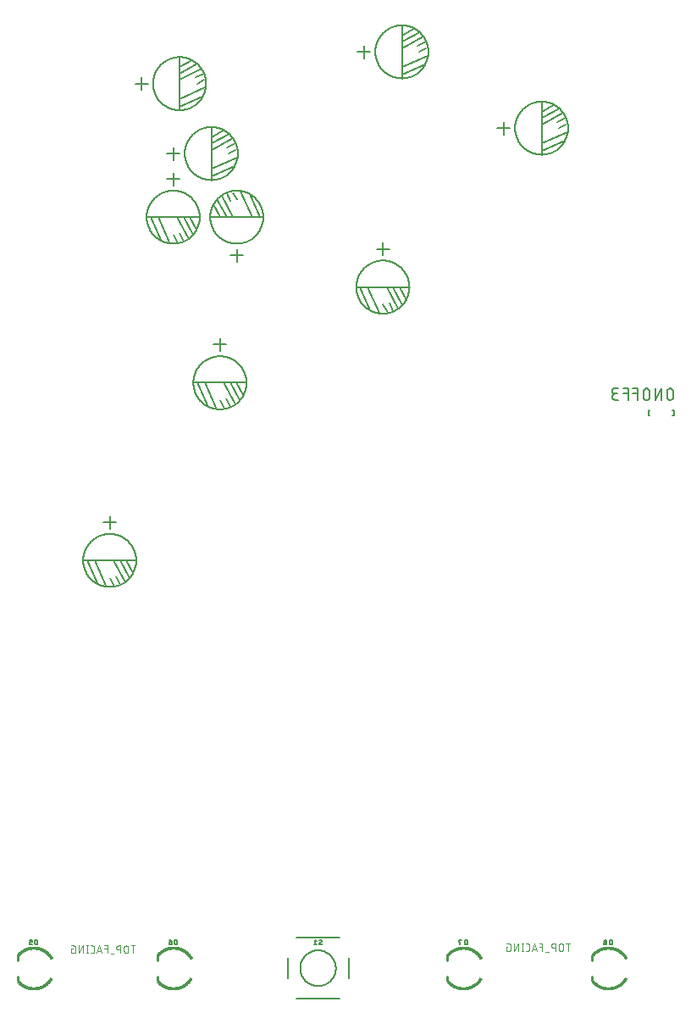
<source format=gbr>
G04 EAGLE Gerber X2 export*
%TF.Part,Single*%
%TF.FileFunction,Legend,Bot,1*%
%TF.FilePolarity,Positive*%
%TF.GenerationSoftware,Autodesk,EAGLE,9.2.2*%
%TF.CreationDate,2019-04-19T13:43:21Z*%
G75*
%MOMM*%
%FSLAX34Y34*%
%LPD*%
%INSilkscreen Bottom*%
%AMOC8*
5,1,8,0,0,1.08239X$1,22.5*%
G01*
%ADD10C,0.076200*%
%ADD11C,0.127000*%
%ADD12C,0.203200*%
%ADD13C,0.025400*%
%ADD14C,0.254000*%
%ADD15C,0.152400*%


D10*
X256894Y65103D02*
X256894Y72469D01*
X258940Y72469D02*
X254848Y72469D01*
X252112Y70423D02*
X252112Y67149D01*
X252112Y70423D02*
X252110Y70512D01*
X252104Y70601D01*
X252094Y70690D01*
X252081Y70778D01*
X252064Y70866D01*
X252042Y70953D01*
X252017Y71038D01*
X251989Y71123D01*
X251956Y71206D01*
X251920Y71288D01*
X251881Y71368D01*
X251838Y71446D01*
X251792Y71522D01*
X251742Y71597D01*
X251689Y71669D01*
X251633Y71738D01*
X251574Y71805D01*
X251513Y71870D01*
X251448Y71931D01*
X251381Y71990D01*
X251312Y72046D01*
X251240Y72099D01*
X251165Y72149D01*
X251089Y72195D01*
X251011Y72238D01*
X250931Y72277D01*
X250849Y72313D01*
X250766Y72346D01*
X250681Y72374D01*
X250596Y72399D01*
X250509Y72421D01*
X250421Y72438D01*
X250333Y72451D01*
X250244Y72461D01*
X250155Y72467D01*
X250066Y72469D01*
X249977Y72467D01*
X249888Y72461D01*
X249799Y72451D01*
X249711Y72438D01*
X249623Y72421D01*
X249536Y72399D01*
X249451Y72374D01*
X249366Y72346D01*
X249283Y72313D01*
X249201Y72277D01*
X249121Y72238D01*
X249043Y72195D01*
X248967Y72149D01*
X248892Y72099D01*
X248820Y72046D01*
X248751Y71990D01*
X248684Y71931D01*
X248619Y71870D01*
X248558Y71805D01*
X248499Y71738D01*
X248443Y71669D01*
X248390Y71597D01*
X248340Y71522D01*
X248294Y71446D01*
X248251Y71368D01*
X248212Y71288D01*
X248176Y71206D01*
X248143Y71123D01*
X248115Y71038D01*
X248090Y70953D01*
X248068Y70866D01*
X248051Y70778D01*
X248038Y70690D01*
X248028Y70601D01*
X248022Y70512D01*
X248020Y70423D01*
X248020Y67149D01*
X248022Y67060D01*
X248028Y66971D01*
X248038Y66882D01*
X248051Y66794D01*
X248068Y66706D01*
X248090Y66619D01*
X248115Y66534D01*
X248143Y66449D01*
X248176Y66366D01*
X248212Y66284D01*
X248251Y66204D01*
X248294Y66126D01*
X248340Y66050D01*
X248390Y65975D01*
X248443Y65903D01*
X248499Y65834D01*
X248558Y65767D01*
X248619Y65702D01*
X248684Y65641D01*
X248751Y65582D01*
X248820Y65526D01*
X248892Y65473D01*
X248967Y65423D01*
X249043Y65377D01*
X249121Y65334D01*
X249201Y65295D01*
X249283Y65259D01*
X249366Y65226D01*
X249451Y65198D01*
X249536Y65173D01*
X249623Y65151D01*
X249711Y65134D01*
X249799Y65121D01*
X249888Y65111D01*
X249977Y65105D01*
X250066Y65103D01*
X250155Y65105D01*
X250244Y65111D01*
X250333Y65121D01*
X250421Y65134D01*
X250509Y65151D01*
X250596Y65173D01*
X250681Y65198D01*
X250766Y65226D01*
X250849Y65259D01*
X250931Y65295D01*
X251011Y65334D01*
X251089Y65377D01*
X251165Y65423D01*
X251240Y65473D01*
X251312Y65526D01*
X251381Y65582D01*
X251448Y65641D01*
X251513Y65702D01*
X251574Y65767D01*
X251633Y65834D01*
X251689Y65903D01*
X251742Y65975D01*
X251792Y66050D01*
X251838Y66126D01*
X251881Y66204D01*
X251920Y66284D01*
X251956Y66366D01*
X251989Y66449D01*
X252017Y66534D01*
X252042Y66619D01*
X252064Y66706D01*
X252081Y66794D01*
X252094Y66882D01*
X252104Y66971D01*
X252110Y67060D01*
X252112Y67149D01*
X244436Y65103D02*
X244436Y72469D01*
X242390Y72469D01*
X242301Y72467D01*
X242212Y72461D01*
X242123Y72451D01*
X242035Y72438D01*
X241947Y72421D01*
X241860Y72399D01*
X241775Y72374D01*
X241690Y72346D01*
X241607Y72313D01*
X241525Y72277D01*
X241445Y72238D01*
X241367Y72195D01*
X241291Y72149D01*
X241216Y72099D01*
X241144Y72046D01*
X241075Y71990D01*
X241008Y71931D01*
X240943Y71870D01*
X240882Y71805D01*
X240823Y71738D01*
X240767Y71669D01*
X240714Y71597D01*
X240664Y71522D01*
X240618Y71446D01*
X240575Y71368D01*
X240536Y71288D01*
X240500Y71206D01*
X240467Y71123D01*
X240439Y71038D01*
X240414Y70953D01*
X240392Y70866D01*
X240375Y70778D01*
X240362Y70690D01*
X240352Y70601D01*
X240346Y70512D01*
X240344Y70423D01*
X240346Y70334D01*
X240352Y70245D01*
X240362Y70156D01*
X240375Y70068D01*
X240392Y69980D01*
X240414Y69893D01*
X240439Y69808D01*
X240467Y69723D01*
X240500Y69640D01*
X240536Y69558D01*
X240575Y69478D01*
X240618Y69400D01*
X240664Y69324D01*
X240714Y69249D01*
X240767Y69177D01*
X240823Y69108D01*
X240882Y69041D01*
X240943Y68976D01*
X241008Y68915D01*
X241075Y68856D01*
X241144Y68800D01*
X241216Y68747D01*
X241291Y68697D01*
X241367Y68651D01*
X241445Y68608D01*
X241525Y68569D01*
X241607Y68533D01*
X241690Y68500D01*
X241775Y68472D01*
X241860Y68447D01*
X241947Y68425D01*
X242035Y68408D01*
X242123Y68395D01*
X242212Y68385D01*
X242301Y68379D01*
X242390Y68377D01*
X244436Y68377D01*
X237804Y64285D02*
X234530Y64285D01*
X231370Y65103D02*
X231370Y72469D01*
X228097Y72469D01*
X228097Y69195D02*
X231370Y69195D01*
X225699Y65103D02*
X223244Y72469D01*
X220789Y65103D01*
X221402Y66944D02*
X225085Y66944D01*
X216361Y65103D02*
X214724Y65103D01*
X216361Y65103D02*
X216439Y65105D01*
X216517Y65110D01*
X216594Y65120D01*
X216671Y65133D01*
X216747Y65149D01*
X216822Y65169D01*
X216896Y65193D01*
X216969Y65220D01*
X217041Y65251D01*
X217111Y65285D01*
X217180Y65322D01*
X217246Y65363D01*
X217311Y65407D01*
X217373Y65453D01*
X217433Y65503D01*
X217491Y65555D01*
X217546Y65610D01*
X217598Y65668D01*
X217648Y65728D01*
X217694Y65790D01*
X217738Y65855D01*
X217779Y65922D01*
X217816Y65990D01*
X217850Y66060D01*
X217881Y66132D01*
X217908Y66205D01*
X217932Y66279D01*
X217952Y66354D01*
X217968Y66430D01*
X217981Y66507D01*
X217991Y66584D01*
X217996Y66662D01*
X217998Y66740D01*
X217998Y70832D01*
X217996Y70910D01*
X217991Y70988D01*
X217981Y71065D01*
X217968Y71142D01*
X217952Y71218D01*
X217932Y71293D01*
X217908Y71367D01*
X217881Y71440D01*
X217850Y71512D01*
X217816Y71582D01*
X217779Y71651D01*
X217738Y71717D01*
X217694Y71782D01*
X217648Y71844D01*
X217598Y71904D01*
X217546Y71962D01*
X217491Y72017D01*
X217433Y72069D01*
X217373Y72119D01*
X217311Y72165D01*
X217246Y72209D01*
X217180Y72250D01*
X217111Y72287D01*
X217041Y72321D01*
X216969Y72352D01*
X216896Y72379D01*
X216822Y72403D01*
X216747Y72423D01*
X216671Y72439D01*
X216594Y72452D01*
X216517Y72462D01*
X216439Y72467D01*
X216361Y72469D01*
X214724Y72469D01*
X211296Y72469D02*
X211296Y65103D01*
X212114Y65103D02*
X210477Y65103D01*
X210477Y72469D02*
X212114Y72469D01*
X207246Y72469D02*
X207246Y65103D01*
X203154Y65103D02*
X207246Y72469D01*
X203154Y72469D02*
X203154Y65103D01*
X196579Y69195D02*
X195351Y69195D01*
X195351Y65103D01*
X197806Y65103D01*
X197884Y65105D01*
X197962Y65110D01*
X198039Y65120D01*
X198116Y65133D01*
X198192Y65149D01*
X198267Y65169D01*
X198341Y65193D01*
X198414Y65220D01*
X198486Y65251D01*
X198556Y65285D01*
X198625Y65322D01*
X198691Y65363D01*
X198756Y65407D01*
X198818Y65453D01*
X198878Y65503D01*
X198936Y65555D01*
X198991Y65610D01*
X199043Y65668D01*
X199093Y65728D01*
X199139Y65790D01*
X199183Y65855D01*
X199224Y65922D01*
X199261Y65990D01*
X199295Y66060D01*
X199326Y66132D01*
X199353Y66205D01*
X199377Y66279D01*
X199397Y66354D01*
X199413Y66430D01*
X199426Y66507D01*
X199436Y66584D01*
X199441Y66662D01*
X199443Y66740D01*
X199443Y70832D01*
X199441Y70910D01*
X199436Y70988D01*
X199426Y71065D01*
X199413Y71142D01*
X199397Y71218D01*
X199377Y71293D01*
X199353Y71367D01*
X199326Y71440D01*
X199295Y71512D01*
X199261Y71582D01*
X199224Y71651D01*
X199183Y71717D01*
X199139Y71782D01*
X199093Y71844D01*
X199043Y71904D01*
X198991Y71962D01*
X198936Y72017D01*
X198878Y72069D01*
X198818Y72119D01*
X198756Y72165D01*
X198691Y72209D01*
X198625Y72250D01*
X198556Y72287D01*
X198486Y72321D01*
X198414Y72352D01*
X198341Y72379D01*
X198267Y72403D01*
X198192Y72423D01*
X198116Y72439D01*
X198039Y72452D01*
X197962Y72462D01*
X197884Y72467D01*
X197806Y72469D01*
X195351Y72469D01*
X691811Y74459D02*
X691811Y67093D01*
X693857Y74459D02*
X689765Y74459D01*
X687030Y72413D02*
X687030Y69139D01*
X687029Y72413D02*
X687027Y72502D01*
X687021Y72591D01*
X687011Y72680D01*
X686998Y72768D01*
X686981Y72856D01*
X686959Y72943D01*
X686934Y73028D01*
X686906Y73113D01*
X686873Y73196D01*
X686837Y73278D01*
X686798Y73358D01*
X686755Y73436D01*
X686709Y73512D01*
X686659Y73587D01*
X686606Y73659D01*
X686550Y73728D01*
X686491Y73795D01*
X686430Y73860D01*
X686365Y73921D01*
X686298Y73980D01*
X686229Y74036D01*
X686157Y74089D01*
X686082Y74139D01*
X686006Y74185D01*
X685928Y74228D01*
X685848Y74267D01*
X685766Y74303D01*
X685683Y74336D01*
X685598Y74364D01*
X685513Y74389D01*
X685426Y74411D01*
X685338Y74428D01*
X685250Y74441D01*
X685161Y74451D01*
X685072Y74457D01*
X684983Y74459D01*
X684894Y74457D01*
X684805Y74451D01*
X684716Y74441D01*
X684628Y74428D01*
X684540Y74411D01*
X684453Y74389D01*
X684368Y74364D01*
X684283Y74336D01*
X684200Y74303D01*
X684118Y74267D01*
X684038Y74228D01*
X683960Y74185D01*
X683884Y74139D01*
X683809Y74089D01*
X683737Y74036D01*
X683668Y73980D01*
X683601Y73921D01*
X683536Y73860D01*
X683475Y73795D01*
X683416Y73728D01*
X683360Y73659D01*
X683307Y73587D01*
X683257Y73512D01*
X683211Y73436D01*
X683168Y73358D01*
X683129Y73278D01*
X683093Y73196D01*
X683060Y73113D01*
X683032Y73028D01*
X683007Y72943D01*
X682985Y72856D01*
X682968Y72768D01*
X682955Y72680D01*
X682945Y72591D01*
X682939Y72502D01*
X682937Y72413D01*
X682937Y69139D01*
X682939Y69050D01*
X682945Y68961D01*
X682955Y68872D01*
X682968Y68784D01*
X682985Y68696D01*
X683007Y68609D01*
X683032Y68524D01*
X683060Y68439D01*
X683093Y68356D01*
X683129Y68274D01*
X683168Y68194D01*
X683211Y68116D01*
X683257Y68040D01*
X683307Y67965D01*
X683360Y67893D01*
X683416Y67824D01*
X683475Y67757D01*
X683536Y67692D01*
X683601Y67631D01*
X683668Y67572D01*
X683737Y67516D01*
X683809Y67463D01*
X683884Y67413D01*
X683960Y67367D01*
X684038Y67324D01*
X684118Y67285D01*
X684200Y67249D01*
X684283Y67216D01*
X684368Y67188D01*
X684453Y67163D01*
X684540Y67141D01*
X684628Y67124D01*
X684716Y67111D01*
X684805Y67101D01*
X684894Y67095D01*
X684983Y67093D01*
X685072Y67095D01*
X685161Y67101D01*
X685250Y67111D01*
X685338Y67124D01*
X685426Y67141D01*
X685513Y67163D01*
X685598Y67188D01*
X685683Y67216D01*
X685766Y67249D01*
X685848Y67285D01*
X685928Y67324D01*
X686006Y67367D01*
X686082Y67413D01*
X686157Y67463D01*
X686229Y67516D01*
X686298Y67572D01*
X686365Y67631D01*
X686430Y67692D01*
X686491Y67757D01*
X686550Y67824D01*
X686606Y67893D01*
X686659Y67965D01*
X686709Y68040D01*
X686755Y68116D01*
X686798Y68194D01*
X686837Y68274D01*
X686873Y68356D01*
X686906Y68439D01*
X686934Y68524D01*
X686959Y68609D01*
X686981Y68696D01*
X686998Y68784D01*
X687011Y68872D01*
X687021Y68961D01*
X687027Y69050D01*
X687029Y69139D01*
X679353Y67093D02*
X679353Y74459D01*
X677307Y74459D01*
X677218Y74457D01*
X677129Y74451D01*
X677040Y74441D01*
X676952Y74428D01*
X676864Y74411D01*
X676777Y74389D01*
X676692Y74364D01*
X676607Y74336D01*
X676524Y74303D01*
X676442Y74267D01*
X676362Y74228D01*
X676284Y74185D01*
X676208Y74139D01*
X676133Y74089D01*
X676061Y74036D01*
X675992Y73980D01*
X675925Y73921D01*
X675860Y73860D01*
X675799Y73795D01*
X675740Y73728D01*
X675684Y73659D01*
X675631Y73587D01*
X675581Y73512D01*
X675535Y73436D01*
X675492Y73358D01*
X675453Y73278D01*
X675417Y73196D01*
X675384Y73113D01*
X675356Y73028D01*
X675331Y72943D01*
X675309Y72856D01*
X675292Y72768D01*
X675279Y72680D01*
X675269Y72591D01*
X675263Y72502D01*
X675261Y72413D01*
X675263Y72324D01*
X675269Y72235D01*
X675279Y72146D01*
X675292Y72058D01*
X675309Y71970D01*
X675331Y71883D01*
X675356Y71798D01*
X675384Y71713D01*
X675417Y71630D01*
X675453Y71548D01*
X675492Y71468D01*
X675535Y71390D01*
X675581Y71314D01*
X675631Y71239D01*
X675684Y71167D01*
X675740Y71098D01*
X675799Y71031D01*
X675860Y70966D01*
X675925Y70905D01*
X675992Y70846D01*
X676061Y70790D01*
X676133Y70737D01*
X676208Y70687D01*
X676284Y70641D01*
X676362Y70598D01*
X676442Y70559D01*
X676524Y70523D01*
X676607Y70490D01*
X676692Y70462D01*
X676777Y70437D01*
X676864Y70415D01*
X676952Y70398D01*
X677040Y70385D01*
X677129Y70375D01*
X677218Y70369D01*
X677307Y70367D01*
X679353Y70367D01*
X672721Y66275D02*
X669448Y66275D01*
X666288Y67093D02*
X666288Y74459D01*
X663014Y74459D01*
X663014Y71185D02*
X666288Y71185D01*
X660616Y67093D02*
X658161Y74459D01*
X655706Y67093D01*
X656320Y68935D02*
X660003Y68935D01*
X651278Y67093D02*
X649641Y67093D01*
X651278Y67093D02*
X651356Y67095D01*
X651434Y67100D01*
X651511Y67110D01*
X651588Y67123D01*
X651664Y67139D01*
X651739Y67159D01*
X651813Y67183D01*
X651886Y67210D01*
X651958Y67241D01*
X652028Y67275D01*
X652097Y67312D01*
X652163Y67353D01*
X652228Y67397D01*
X652290Y67443D01*
X652350Y67493D01*
X652408Y67545D01*
X652463Y67600D01*
X652515Y67658D01*
X652565Y67718D01*
X652611Y67780D01*
X652655Y67845D01*
X652696Y67912D01*
X652733Y67980D01*
X652767Y68050D01*
X652798Y68122D01*
X652825Y68195D01*
X652849Y68269D01*
X652869Y68344D01*
X652885Y68420D01*
X652898Y68497D01*
X652908Y68574D01*
X652913Y68652D01*
X652915Y68730D01*
X652915Y72822D01*
X652913Y72900D01*
X652908Y72978D01*
X652898Y73055D01*
X652885Y73132D01*
X652869Y73208D01*
X652849Y73283D01*
X652825Y73357D01*
X652798Y73430D01*
X652767Y73502D01*
X652733Y73572D01*
X652696Y73641D01*
X652655Y73707D01*
X652611Y73772D01*
X652565Y73834D01*
X652515Y73894D01*
X652463Y73952D01*
X652408Y74007D01*
X652350Y74059D01*
X652290Y74109D01*
X652228Y74155D01*
X652163Y74199D01*
X652097Y74240D01*
X652028Y74277D01*
X651958Y74311D01*
X651886Y74342D01*
X651813Y74369D01*
X651739Y74393D01*
X651664Y74413D01*
X651588Y74429D01*
X651511Y74442D01*
X651434Y74452D01*
X651356Y74457D01*
X651278Y74459D01*
X649641Y74459D01*
X646213Y74459D02*
X646213Y67093D01*
X647031Y67093D02*
X645395Y67093D01*
X645395Y74459D02*
X647031Y74459D01*
X642163Y74459D02*
X642163Y67093D01*
X638071Y67093D02*
X642163Y74459D01*
X638071Y74459D02*
X638071Y67093D01*
X631496Y71185D02*
X630268Y71185D01*
X630268Y67093D01*
X632723Y67093D01*
X632801Y67095D01*
X632879Y67100D01*
X632956Y67110D01*
X633033Y67123D01*
X633109Y67139D01*
X633184Y67159D01*
X633258Y67183D01*
X633331Y67210D01*
X633403Y67241D01*
X633473Y67275D01*
X633542Y67312D01*
X633608Y67353D01*
X633673Y67397D01*
X633735Y67443D01*
X633795Y67493D01*
X633853Y67545D01*
X633908Y67600D01*
X633960Y67658D01*
X634010Y67718D01*
X634056Y67780D01*
X634100Y67845D01*
X634141Y67912D01*
X634178Y67980D01*
X634212Y68050D01*
X634243Y68122D01*
X634270Y68195D01*
X634294Y68269D01*
X634314Y68344D01*
X634330Y68420D01*
X634343Y68497D01*
X634353Y68574D01*
X634358Y68652D01*
X634360Y68730D01*
X634360Y72822D01*
X634358Y72900D01*
X634353Y72978D01*
X634343Y73055D01*
X634330Y73132D01*
X634314Y73208D01*
X634294Y73283D01*
X634270Y73357D01*
X634243Y73430D01*
X634212Y73502D01*
X634178Y73572D01*
X634141Y73641D01*
X634100Y73707D01*
X634056Y73772D01*
X634010Y73834D01*
X633960Y73894D01*
X633908Y73952D01*
X633853Y74007D01*
X633795Y74059D01*
X633735Y74109D01*
X633673Y74155D01*
X633608Y74199D01*
X633542Y74240D01*
X633473Y74277D01*
X633403Y74311D01*
X633331Y74342D01*
X633258Y74369D01*
X633184Y74393D01*
X633109Y74413D01*
X633033Y74429D01*
X632956Y74442D01*
X632879Y74452D01*
X632801Y74457D01*
X632723Y74459D01*
X630268Y74459D01*
D11*
X317374Y634664D02*
X317382Y635314D01*
X317406Y635964D01*
X317446Y636613D01*
X317502Y637261D01*
X317573Y637908D01*
X317661Y638552D01*
X317764Y639194D01*
X317883Y639834D01*
X318018Y640470D01*
X318168Y641103D01*
X318334Y641732D01*
X318515Y642357D01*
X318712Y642977D01*
X318923Y643592D01*
X319150Y644201D01*
X319391Y644805D01*
X319647Y645403D01*
X319918Y645994D01*
X320204Y646579D01*
X320503Y647156D01*
X320817Y647726D01*
X321144Y648288D01*
X321485Y648841D01*
X321840Y649387D01*
X322208Y649923D01*
X322589Y650450D01*
X322983Y650968D01*
X323389Y651475D01*
X323808Y651973D01*
X324239Y652460D01*
X324681Y652937D01*
X325136Y653402D01*
X325601Y653857D01*
X326078Y654299D01*
X326565Y654730D01*
X327063Y655149D01*
X327570Y655555D01*
X328088Y655949D01*
X328615Y656330D01*
X329151Y656698D01*
X329697Y657053D01*
X330250Y657394D01*
X330812Y657721D01*
X331382Y658035D01*
X331959Y658334D01*
X332544Y658620D01*
X333135Y658891D01*
X333733Y659147D01*
X334337Y659388D01*
X334946Y659615D01*
X335561Y659826D01*
X336181Y660023D01*
X336806Y660204D01*
X337435Y660370D01*
X338068Y660520D01*
X338704Y660655D01*
X339344Y660774D01*
X339986Y660877D01*
X340630Y660965D01*
X341277Y661036D01*
X341925Y661092D01*
X342574Y661132D01*
X343224Y661156D01*
X343874Y661164D01*
X344524Y661156D01*
X345174Y661132D01*
X345823Y661092D01*
X346471Y661036D01*
X347118Y660965D01*
X347762Y660877D01*
X348404Y660774D01*
X349044Y660655D01*
X349680Y660520D01*
X350313Y660370D01*
X350942Y660204D01*
X351567Y660023D01*
X352187Y659826D01*
X352802Y659615D01*
X353411Y659388D01*
X354015Y659147D01*
X354613Y658891D01*
X355204Y658620D01*
X355789Y658334D01*
X356366Y658035D01*
X356936Y657721D01*
X357498Y657394D01*
X358051Y657053D01*
X358597Y656698D01*
X359133Y656330D01*
X359660Y655949D01*
X360178Y655555D01*
X360685Y655149D01*
X361183Y654730D01*
X361670Y654299D01*
X362147Y653857D01*
X362612Y653402D01*
X363067Y652937D01*
X363509Y652460D01*
X363940Y651973D01*
X364359Y651475D01*
X364765Y650968D01*
X365159Y650450D01*
X365540Y649923D01*
X365908Y649387D01*
X366263Y648841D01*
X366604Y648288D01*
X366931Y647726D01*
X367245Y647156D01*
X367544Y646579D01*
X367830Y645994D01*
X368101Y645403D01*
X368357Y644805D01*
X368598Y644201D01*
X368825Y643592D01*
X369036Y642977D01*
X369233Y642357D01*
X369414Y641732D01*
X369580Y641103D01*
X369730Y640470D01*
X369865Y639834D01*
X369984Y639194D01*
X370087Y638552D01*
X370175Y637908D01*
X370246Y637261D01*
X370302Y636613D01*
X370342Y635964D01*
X370366Y635314D01*
X370374Y634664D01*
X370366Y634014D01*
X370342Y633364D01*
X370302Y632715D01*
X370246Y632067D01*
X370175Y631420D01*
X370087Y630776D01*
X369984Y630134D01*
X369865Y629494D01*
X369730Y628858D01*
X369580Y628225D01*
X369414Y627596D01*
X369233Y626971D01*
X369036Y626351D01*
X368825Y625736D01*
X368598Y625127D01*
X368357Y624523D01*
X368101Y623925D01*
X367830Y623334D01*
X367544Y622749D01*
X367245Y622172D01*
X366931Y621602D01*
X366604Y621040D01*
X366263Y620487D01*
X365908Y619941D01*
X365540Y619405D01*
X365159Y618878D01*
X364765Y618360D01*
X364359Y617853D01*
X363940Y617355D01*
X363509Y616868D01*
X363067Y616391D01*
X362612Y615926D01*
X362147Y615471D01*
X361670Y615029D01*
X361183Y614598D01*
X360685Y614179D01*
X360178Y613773D01*
X359660Y613379D01*
X359133Y612998D01*
X358597Y612630D01*
X358051Y612275D01*
X357498Y611934D01*
X356936Y611607D01*
X356366Y611293D01*
X355789Y610994D01*
X355204Y610708D01*
X354613Y610437D01*
X354015Y610181D01*
X353411Y609940D01*
X352802Y609713D01*
X352187Y609502D01*
X351567Y609305D01*
X350942Y609124D01*
X350313Y608958D01*
X349680Y608808D01*
X349044Y608673D01*
X348404Y608554D01*
X347762Y608451D01*
X347118Y608363D01*
X346471Y608292D01*
X345823Y608236D01*
X345174Y608196D01*
X344524Y608172D01*
X343874Y608164D01*
X343224Y608172D01*
X342574Y608196D01*
X341925Y608236D01*
X341277Y608292D01*
X340630Y608363D01*
X339986Y608451D01*
X339344Y608554D01*
X338704Y608673D01*
X338068Y608808D01*
X337435Y608958D01*
X336806Y609124D01*
X336181Y609305D01*
X335561Y609502D01*
X334946Y609713D01*
X334337Y609940D01*
X333733Y610181D01*
X333135Y610437D01*
X332544Y610708D01*
X331959Y610994D01*
X331382Y611293D01*
X330812Y611607D01*
X330250Y611934D01*
X329697Y612275D01*
X329151Y612630D01*
X328615Y612998D01*
X328088Y613379D01*
X327570Y613773D01*
X327063Y614179D01*
X326565Y614598D01*
X326078Y615029D01*
X325601Y615471D01*
X325136Y615926D01*
X324681Y616391D01*
X324239Y616868D01*
X323808Y617355D01*
X323389Y617853D01*
X322983Y618360D01*
X322589Y618878D01*
X322208Y619405D01*
X321840Y619941D01*
X321485Y620487D01*
X321144Y621040D01*
X320817Y621602D01*
X320503Y622172D01*
X320204Y622749D01*
X319918Y623334D01*
X319647Y623925D01*
X319391Y624523D01*
X319150Y625127D01*
X318923Y625736D01*
X318712Y626351D01*
X318515Y626971D01*
X318334Y627596D01*
X318168Y628225D01*
X318018Y628858D01*
X317883Y629494D01*
X317764Y630134D01*
X317661Y630776D01*
X317573Y631420D01*
X317502Y632067D01*
X317446Y632715D01*
X317406Y633364D01*
X317382Y634014D01*
X317374Y634664D01*
X343874Y672764D02*
X343874Y679114D01*
X343874Y672764D02*
X343874Y666414D01*
X343874Y672764D02*
X350224Y672764D01*
X343874Y672764D02*
X337524Y672764D01*
X360384Y634664D02*
X370544Y634664D01*
X360384Y634664D02*
X354034Y634664D01*
X347684Y634664D01*
X328634Y634664D01*
X321014Y634664D01*
X317204Y634664D01*
X321014Y634664D02*
X331174Y611804D01*
X340064Y609264D02*
X328634Y634664D01*
X350224Y618789D02*
X354034Y610534D01*
X359114Y613074D02*
X347684Y634664D01*
X354034Y634664D02*
X363559Y616884D01*
X367369Y621964D02*
X360384Y634664D01*
X343874Y617164D02*
X347684Y610534D01*
X334200Y800100D02*
X334208Y800750D01*
X334232Y801400D01*
X334272Y802049D01*
X334328Y802697D01*
X334399Y803344D01*
X334487Y803988D01*
X334590Y804630D01*
X334709Y805270D01*
X334844Y805906D01*
X334994Y806539D01*
X335160Y807168D01*
X335341Y807793D01*
X335538Y808413D01*
X335749Y809028D01*
X335976Y809637D01*
X336217Y810241D01*
X336473Y810839D01*
X336744Y811430D01*
X337030Y812015D01*
X337329Y812592D01*
X337643Y813162D01*
X337970Y813724D01*
X338311Y814277D01*
X338666Y814823D01*
X339034Y815359D01*
X339415Y815886D01*
X339809Y816404D01*
X340215Y816911D01*
X340634Y817409D01*
X341065Y817896D01*
X341507Y818373D01*
X341962Y818838D01*
X342427Y819293D01*
X342904Y819735D01*
X343391Y820166D01*
X343889Y820585D01*
X344396Y820991D01*
X344914Y821385D01*
X345441Y821766D01*
X345977Y822134D01*
X346523Y822489D01*
X347076Y822830D01*
X347638Y823157D01*
X348208Y823471D01*
X348785Y823770D01*
X349370Y824056D01*
X349961Y824327D01*
X350559Y824583D01*
X351163Y824824D01*
X351772Y825051D01*
X352387Y825262D01*
X353007Y825459D01*
X353632Y825640D01*
X354261Y825806D01*
X354894Y825956D01*
X355530Y826091D01*
X356170Y826210D01*
X356812Y826313D01*
X357456Y826401D01*
X358103Y826472D01*
X358751Y826528D01*
X359400Y826568D01*
X360050Y826592D01*
X360700Y826600D01*
X361350Y826592D01*
X362000Y826568D01*
X362649Y826528D01*
X363297Y826472D01*
X363944Y826401D01*
X364588Y826313D01*
X365230Y826210D01*
X365870Y826091D01*
X366506Y825956D01*
X367139Y825806D01*
X367768Y825640D01*
X368393Y825459D01*
X369013Y825262D01*
X369628Y825051D01*
X370237Y824824D01*
X370841Y824583D01*
X371439Y824327D01*
X372030Y824056D01*
X372615Y823770D01*
X373192Y823471D01*
X373762Y823157D01*
X374324Y822830D01*
X374877Y822489D01*
X375423Y822134D01*
X375959Y821766D01*
X376486Y821385D01*
X377004Y820991D01*
X377511Y820585D01*
X378009Y820166D01*
X378496Y819735D01*
X378973Y819293D01*
X379438Y818838D01*
X379893Y818373D01*
X380335Y817896D01*
X380766Y817409D01*
X381185Y816911D01*
X381591Y816404D01*
X381985Y815886D01*
X382366Y815359D01*
X382734Y814823D01*
X383089Y814277D01*
X383430Y813724D01*
X383757Y813162D01*
X384071Y812592D01*
X384370Y812015D01*
X384656Y811430D01*
X384927Y810839D01*
X385183Y810241D01*
X385424Y809637D01*
X385651Y809028D01*
X385862Y808413D01*
X386059Y807793D01*
X386240Y807168D01*
X386406Y806539D01*
X386556Y805906D01*
X386691Y805270D01*
X386810Y804630D01*
X386913Y803988D01*
X387001Y803344D01*
X387072Y802697D01*
X387128Y802049D01*
X387168Y801400D01*
X387192Y800750D01*
X387200Y800100D01*
X387192Y799450D01*
X387168Y798800D01*
X387128Y798151D01*
X387072Y797503D01*
X387001Y796856D01*
X386913Y796212D01*
X386810Y795570D01*
X386691Y794930D01*
X386556Y794294D01*
X386406Y793661D01*
X386240Y793032D01*
X386059Y792407D01*
X385862Y791787D01*
X385651Y791172D01*
X385424Y790563D01*
X385183Y789959D01*
X384927Y789361D01*
X384656Y788770D01*
X384370Y788185D01*
X384071Y787608D01*
X383757Y787038D01*
X383430Y786476D01*
X383089Y785923D01*
X382734Y785377D01*
X382366Y784841D01*
X381985Y784314D01*
X381591Y783796D01*
X381185Y783289D01*
X380766Y782791D01*
X380335Y782304D01*
X379893Y781827D01*
X379438Y781362D01*
X378973Y780907D01*
X378496Y780465D01*
X378009Y780034D01*
X377511Y779615D01*
X377004Y779209D01*
X376486Y778815D01*
X375959Y778434D01*
X375423Y778066D01*
X374877Y777711D01*
X374324Y777370D01*
X373762Y777043D01*
X373192Y776729D01*
X372615Y776430D01*
X372030Y776144D01*
X371439Y775873D01*
X370841Y775617D01*
X370237Y775376D01*
X369628Y775149D01*
X369013Y774938D01*
X368393Y774741D01*
X367768Y774560D01*
X367139Y774394D01*
X366506Y774244D01*
X365870Y774109D01*
X365230Y773990D01*
X364588Y773887D01*
X363944Y773799D01*
X363297Y773728D01*
X362649Y773672D01*
X362000Y773632D01*
X361350Y773608D01*
X360700Y773600D01*
X360050Y773608D01*
X359400Y773632D01*
X358751Y773672D01*
X358103Y773728D01*
X357456Y773799D01*
X356812Y773887D01*
X356170Y773990D01*
X355530Y774109D01*
X354894Y774244D01*
X354261Y774394D01*
X353632Y774560D01*
X353007Y774741D01*
X352387Y774938D01*
X351772Y775149D01*
X351163Y775376D01*
X350559Y775617D01*
X349961Y775873D01*
X349370Y776144D01*
X348785Y776430D01*
X348208Y776729D01*
X347638Y777043D01*
X347076Y777370D01*
X346523Y777711D01*
X345977Y778066D01*
X345441Y778434D01*
X344914Y778815D01*
X344396Y779209D01*
X343889Y779615D01*
X343391Y780034D01*
X342904Y780465D01*
X342427Y780907D01*
X341962Y781362D01*
X341507Y781827D01*
X341065Y782304D01*
X340634Y782791D01*
X340215Y783289D01*
X339809Y783796D01*
X339415Y784314D01*
X339034Y784841D01*
X338666Y785377D01*
X338311Y785923D01*
X337970Y786476D01*
X337643Y787038D01*
X337329Y787608D01*
X337030Y788185D01*
X336744Y788770D01*
X336473Y789361D01*
X336217Y789959D01*
X335976Y790563D01*
X335749Y791172D01*
X335538Y791787D01*
X335341Y792407D01*
X335160Y793032D01*
X334994Y793661D01*
X334844Y794294D01*
X334709Y794930D01*
X334590Y795570D01*
X334487Y796212D01*
X334399Y796856D01*
X334328Y797503D01*
X334272Y798151D01*
X334232Y798800D01*
X334208Y799450D01*
X334200Y800100D01*
X360700Y762000D02*
X360700Y755650D01*
X360700Y762000D02*
X360700Y768350D01*
X360700Y762000D02*
X354350Y762000D01*
X360700Y762000D02*
X367050Y762000D01*
X344190Y800100D02*
X334030Y800100D01*
X344190Y800100D02*
X350540Y800100D01*
X356890Y800100D01*
X375940Y800100D01*
X383560Y800100D01*
X387370Y800100D01*
X383560Y800100D02*
X373400Y822960D01*
X364510Y825500D02*
X375940Y800100D01*
X354350Y815975D02*
X350540Y824230D01*
X345460Y821690D02*
X356890Y800100D01*
X350540Y800100D02*
X341015Y817880D01*
X337205Y812800D02*
X344190Y800100D01*
X360700Y817600D02*
X356890Y824230D01*
X270700Y800100D02*
X270708Y800750D01*
X270732Y801400D01*
X270772Y802049D01*
X270828Y802697D01*
X270899Y803344D01*
X270987Y803988D01*
X271090Y804630D01*
X271209Y805270D01*
X271344Y805906D01*
X271494Y806539D01*
X271660Y807168D01*
X271841Y807793D01*
X272038Y808413D01*
X272249Y809028D01*
X272476Y809637D01*
X272717Y810241D01*
X272973Y810839D01*
X273244Y811430D01*
X273530Y812015D01*
X273829Y812592D01*
X274143Y813162D01*
X274470Y813724D01*
X274811Y814277D01*
X275166Y814823D01*
X275534Y815359D01*
X275915Y815886D01*
X276309Y816404D01*
X276715Y816911D01*
X277134Y817409D01*
X277565Y817896D01*
X278007Y818373D01*
X278462Y818838D01*
X278927Y819293D01*
X279404Y819735D01*
X279891Y820166D01*
X280389Y820585D01*
X280896Y820991D01*
X281414Y821385D01*
X281941Y821766D01*
X282477Y822134D01*
X283023Y822489D01*
X283576Y822830D01*
X284138Y823157D01*
X284708Y823471D01*
X285285Y823770D01*
X285870Y824056D01*
X286461Y824327D01*
X287059Y824583D01*
X287663Y824824D01*
X288272Y825051D01*
X288887Y825262D01*
X289507Y825459D01*
X290132Y825640D01*
X290761Y825806D01*
X291394Y825956D01*
X292030Y826091D01*
X292670Y826210D01*
X293312Y826313D01*
X293956Y826401D01*
X294603Y826472D01*
X295251Y826528D01*
X295900Y826568D01*
X296550Y826592D01*
X297200Y826600D01*
X297850Y826592D01*
X298500Y826568D01*
X299149Y826528D01*
X299797Y826472D01*
X300444Y826401D01*
X301088Y826313D01*
X301730Y826210D01*
X302370Y826091D01*
X303006Y825956D01*
X303639Y825806D01*
X304268Y825640D01*
X304893Y825459D01*
X305513Y825262D01*
X306128Y825051D01*
X306737Y824824D01*
X307341Y824583D01*
X307939Y824327D01*
X308530Y824056D01*
X309115Y823770D01*
X309692Y823471D01*
X310262Y823157D01*
X310824Y822830D01*
X311377Y822489D01*
X311923Y822134D01*
X312459Y821766D01*
X312986Y821385D01*
X313504Y820991D01*
X314011Y820585D01*
X314509Y820166D01*
X314996Y819735D01*
X315473Y819293D01*
X315938Y818838D01*
X316393Y818373D01*
X316835Y817896D01*
X317266Y817409D01*
X317685Y816911D01*
X318091Y816404D01*
X318485Y815886D01*
X318866Y815359D01*
X319234Y814823D01*
X319589Y814277D01*
X319930Y813724D01*
X320257Y813162D01*
X320571Y812592D01*
X320870Y812015D01*
X321156Y811430D01*
X321427Y810839D01*
X321683Y810241D01*
X321924Y809637D01*
X322151Y809028D01*
X322362Y808413D01*
X322559Y807793D01*
X322740Y807168D01*
X322906Y806539D01*
X323056Y805906D01*
X323191Y805270D01*
X323310Y804630D01*
X323413Y803988D01*
X323501Y803344D01*
X323572Y802697D01*
X323628Y802049D01*
X323668Y801400D01*
X323692Y800750D01*
X323700Y800100D01*
X323692Y799450D01*
X323668Y798800D01*
X323628Y798151D01*
X323572Y797503D01*
X323501Y796856D01*
X323413Y796212D01*
X323310Y795570D01*
X323191Y794930D01*
X323056Y794294D01*
X322906Y793661D01*
X322740Y793032D01*
X322559Y792407D01*
X322362Y791787D01*
X322151Y791172D01*
X321924Y790563D01*
X321683Y789959D01*
X321427Y789361D01*
X321156Y788770D01*
X320870Y788185D01*
X320571Y787608D01*
X320257Y787038D01*
X319930Y786476D01*
X319589Y785923D01*
X319234Y785377D01*
X318866Y784841D01*
X318485Y784314D01*
X318091Y783796D01*
X317685Y783289D01*
X317266Y782791D01*
X316835Y782304D01*
X316393Y781827D01*
X315938Y781362D01*
X315473Y780907D01*
X314996Y780465D01*
X314509Y780034D01*
X314011Y779615D01*
X313504Y779209D01*
X312986Y778815D01*
X312459Y778434D01*
X311923Y778066D01*
X311377Y777711D01*
X310824Y777370D01*
X310262Y777043D01*
X309692Y776729D01*
X309115Y776430D01*
X308530Y776144D01*
X307939Y775873D01*
X307341Y775617D01*
X306737Y775376D01*
X306128Y775149D01*
X305513Y774938D01*
X304893Y774741D01*
X304268Y774560D01*
X303639Y774394D01*
X303006Y774244D01*
X302370Y774109D01*
X301730Y773990D01*
X301088Y773887D01*
X300444Y773799D01*
X299797Y773728D01*
X299149Y773672D01*
X298500Y773632D01*
X297850Y773608D01*
X297200Y773600D01*
X296550Y773608D01*
X295900Y773632D01*
X295251Y773672D01*
X294603Y773728D01*
X293956Y773799D01*
X293312Y773887D01*
X292670Y773990D01*
X292030Y774109D01*
X291394Y774244D01*
X290761Y774394D01*
X290132Y774560D01*
X289507Y774741D01*
X288887Y774938D01*
X288272Y775149D01*
X287663Y775376D01*
X287059Y775617D01*
X286461Y775873D01*
X285870Y776144D01*
X285285Y776430D01*
X284708Y776729D01*
X284138Y777043D01*
X283576Y777370D01*
X283023Y777711D01*
X282477Y778066D01*
X281941Y778434D01*
X281414Y778815D01*
X280896Y779209D01*
X280389Y779615D01*
X279891Y780034D01*
X279404Y780465D01*
X278927Y780907D01*
X278462Y781362D01*
X278007Y781827D01*
X277565Y782304D01*
X277134Y782791D01*
X276715Y783289D01*
X276309Y783796D01*
X275915Y784314D01*
X275534Y784841D01*
X275166Y785377D01*
X274811Y785923D01*
X274470Y786476D01*
X274143Y787038D01*
X273829Y787608D01*
X273530Y788185D01*
X273244Y788770D01*
X272973Y789361D01*
X272717Y789959D01*
X272476Y790563D01*
X272249Y791172D01*
X272038Y791787D01*
X271841Y792407D01*
X271660Y793032D01*
X271494Y793661D01*
X271344Y794294D01*
X271209Y794930D01*
X271090Y795570D01*
X270987Y796212D01*
X270899Y796856D01*
X270828Y797503D01*
X270772Y798151D01*
X270732Y798800D01*
X270708Y799450D01*
X270700Y800100D01*
X297200Y838200D02*
X297200Y844550D01*
X297200Y838200D02*
X297200Y831850D01*
X297200Y838200D02*
X303550Y838200D01*
X297200Y838200D02*
X290850Y838200D01*
X313710Y800100D02*
X323870Y800100D01*
X313710Y800100D02*
X307360Y800100D01*
X301010Y800100D01*
X281960Y800100D01*
X274340Y800100D01*
X270530Y800100D01*
X274340Y800100D02*
X284500Y777240D01*
X293390Y774700D02*
X281960Y800100D01*
X303550Y784225D02*
X307360Y775970D01*
X312440Y778510D02*
X301010Y800100D01*
X307360Y800100D02*
X316885Y782320D01*
X320695Y787400D02*
X313710Y800100D01*
X297200Y782600D02*
X301010Y775970D01*
X308800Y863600D02*
X308808Y864250D01*
X308832Y864900D01*
X308872Y865549D01*
X308928Y866197D01*
X308999Y866844D01*
X309087Y867488D01*
X309190Y868130D01*
X309309Y868770D01*
X309444Y869406D01*
X309594Y870039D01*
X309760Y870668D01*
X309941Y871293D01*
X310138Y871913D01*
X310349Y872528D01*
X310576Y873137D01*
X310817Y873741D01*
X311073Y874339D01*
X311344Y874930D01*
X311630Y875515D01*
X311929Y876092D01*
X312243Y876662D01*
X312570Y877224D01*
X312911Y877777D01*
X313266Y878323D01*
X313634Y878859D01*
X314015Y879386D01*
X314409Y879904D01*
X314815Y880411D01*
X315234Y880909D01*
X315665Y881396D01*
X316107Y881873D01*
X316562Y882338D01*
X317027Y882793D01*
X317504Y883235D01*
X317991Y883666D01*
X318489Y884085D01*
X318996Y884491D01*
X319514Y884885D01*
X320041Y885266D01*
X320577Y885634D01*
X321123Y885989D01*
X321676Y886330D01*
X322238Y886657D01*
X322808Y886971D01*
X323385Y887270D01*
X323970Y887556D01*
X324561Y887827D01*
X325159Y888083D01*
X325763Y888324D01*
X326372Y888551D01*
X326987Y888762D01*
X327607Y888959D01*
X328232Y889140D01*
X328861Y889306D01*
X329494Y889456D01*
X330130Y889591D01*
X330770Y889710D01*
X331412Y889813D01*
X332056Y889901D01*
X332703Y889972D01*
X333351Y890028D01*
X334000Y890068D01*
X334650Y890092D01*
X335300Y890100D01*
X335950Y890092D01*
X336600Y890068D01*
X337249Y890028D01*
X337897Y889972D01*
X338544Y889901D01*
X339188Y889813D01*
X339830Y889710D01*
X340470Y889591D01*
X341106Y889456D01*
X341739Y889306D01*
X342368Y889140D01*
X342993Y888959D01*
X343613Y888762D01*
X344228Y888551D01*
X344837Y888324D01*
X345441Y888083D01*
X346039Y887827D01*
X346630Y887556D01*
X347215Y887270D01*
X347792Y886971D01*
X348362Y886657D01*
X348924Y886330D01*
X349477Y885989D01*
X350023Y885634D01*
X350559Y885266D01*
X351086Y884885D01*
X351604Y884491D01*
X352111Y884085D01*
X352609Y883666D01*
X353096Y883235D01*
X353573Y882793D01*
X354038Y882338D01*
X354493Y881873D01*
X354935Y881396D01*
X355366Y880909D01*
X355785Y880411D01*
X356191Y879904D01*
X356585Y879386D01*
X356966Y878859D01*
X357334Y878323D01*
X357689Y877777D01*
X358030Y877224D01*
X358357Y876662D01*
X358671Y876092D01*
X358970Y875515D01*
X359256Y874930D01*
X359527Y874339D01*
X359783Y873741D01*
X360024Y873137D01*
X360251Y872528D01*
X360462Y871913D01*
X360659Y871293D01*
X360840Y870668D01*
X361006Y870039D01*
X361156Y869406D01*
X361291Y868770D01*
X361410Y868130D01*
X361513Y867488D01*
X361601Y866844D01*
X361672Y866197D01*
X361728Y865549D01*
X361768Y864900D01*
X361792Y864250D01*
X361800Y863600D01*
X361792Y862950D01*
X361768Y862300D01*
X361728Y861651D01*
X361672Y861003D01*
X361601Y860356D01*
X361513Y859712D01*
X361410Y859070D01*
X361291Y858430D01*
X361156Y857794D01*
X361006Y857161D01*
X360840Y856532D01*
X360659Y855907D01*
X360462Y855287D01*
X360251Y854672D01*
X360024Y854063D01*
X359783Y853459D01*
X359527Y852861D01*
X359256Y852270D01*
X358970Y851685D01*
X358671Y851108D01*
X358357Y850538D01*
X358030Y849976D01*
X357689Y849423D01*
X357334Y848877D01*
X356966Y848341D01*
X356585Y847814D01*
X356191Y847296D01*
X355785Y846789D01*
X355366Y846291D01*
X354935Y845804D01*
X354493Y845327D01*
X354038Y844862D01*
X353573Y844407D01*
X353096Y843965D01*
X352609Y843534D01*
X352111Y843115D01*
X351604Y842709D01*
X351086Y842315D01*
X350559Y841934D01*
X350023Y841566D01*
X349477Y841211D01*
X348924Y840870D01*
X348362Y840543D01*
X347792Y840229D01*
X347215Y839930D01*
X346630Y839644D01*
X346039Y839373D01*
X345441Y839117D01*
X344837Y838876D01*
X344228Y838649D01*
X343613Y838438D01*
X342993Y838241D01*
X342368Y838060D01*
X341739Y837894D01*
X341106Y837744D01*
X340470Y837609D01*
X339830Y837490D01*
X339188Y837387D01*
X338544Y837299D01*
X337897Y837228D01*
X337249Y837172D01*
X336600Y837132D01*
X335950Y837108D01*
X335300Y837100D01*
X334650Y837108D01*
X334000Y837132D01*
X333351Y837172D01*
X332703Y837228D01*
X332056Y837299D01*
X331412Y837387D01*
X330770Y837490D01*
X330130Y837609D01*
X329494Y837744D01*
X328861Y837894D01*
X328232Y838060D01*
X327607Y838241D01*
X326987Y838438D01*
X326372Y838649D01*
X325763Y838876D01*
X325159Y839117D01*
X324561Y839373D01*
X323970Y839644D01*
X323385Y839930D01*
X322808Y840229D01*
X322238Y840543D01*
X321676Y840870D01*
X321123Y841211D01*
X320577Y841566D01*
X320041Y841934D01*
X319514Y842315D01*
X318996Y842709D01*
X318489Y843115D01*
X317991Y843534D01*
X317504Y843965D01*
X317027Y844407D01*
X316562Y844862D01*
X316107Y845327D01*
X315665Y845804D01*
X315234Y846291D01*
X314815Y846789D01*
X314409Y847296D01*
X314015Y847814D01*
X313634Y848341D01*
X313266Y848877D01*
X312911Y849423D01*
X312570Y849976D01*
X312243Y850538D01*
X311929Y851108D01*
X311630Y851685D01*
X311344Y852270D01*
X311073Y852861D01*
X310817Y853459D01*
X310576Y854063D01*
X310349Y854672D01*
X310138Y855287D01*
X309941Y855907D01*
X309760Y856532D01*
X309594Y857161D01*
X309444Y857794D01*
X309309Y858430D01*
X309190Y859070D01*
X309087Y859712D01*
X308999Y860356D01*
X308928Y861003D01*
X308872Y861651D01*
X308832Y862300D01*
X308808Y862950D01*
X308800Y863600D01*
X297200Y863600D02*
X290850Y863600D01*
X297200Y863600D02*
X303550Y863600D01*
X297200Y863600D02*
X297200Y869950D01*
X297200Y863600D02*
X297200Y857250D01*
X335300Y880110D02*
X335300Y890270D01*
X335300Y880110D02*
X335300Y873760D01*
X335300Y867410D01*
X335300Y848360D01*
X335300Y840740D01*
X335300Y836930D01*
X335300Y840740D02*
X358160Y850900D01*
X360700Y859790D02*
X335300Y848360D01*
X351175Y869950D02*
X359430Y873760D01*
X356890Y878840D02*
X335300Y867410D01*
X335300Y873760D02*
X353080Y883285D01*
X348000Y887095D02*
X335300Y880110D01*
X352800Y863600D02*
X359430Y867410D01*
X277050Y933450D02*
X277058Y934100D01*
X277082Y934750D01*
X277122Y935399D01*
X277178Y936047D01*
X277249Y936694D01*
X277337Y937338D01*
X277440Y937980D01*
X277559Y938620D01*
X277694Y939256D01*
X277844Y939889D01*
X278010Y940518D01*
X278191Y941143D01*
X278388Y941763D01*
X278599Y942378D01*
X278826Y942987D01*
X279067Y943591D01*
X279323Y944189D01*
X279594Y944780D01*
X279880Y945365D01*
X280179Y945942D01*
X280493Y946512D01*
X280820Y947074D01*
X281161Y947627D01*
X281516Y948173D01*
X281884Y948709D01*
X282265Y949236D01*
X282659Y949754D01*
X283065Y950261D01*
X283484Y950759D01*
X283915Y951246D01*
X284357Y951723D01*
X284812Y952188D01*
X285277Y952643D01*
X285754Y953085D01*
X286241Y953516D01*
X286739Y953935D01*
X287246Y954341D01*
X287764Y954735D01*
X288291Y955116D01*
X288827Y955484D01*
X289373Y955839D01*
X289926Y956180D01*
X290488Y956507D01*
X291058Y956821D01*
X291635Y957120D01*
X292220Y957406D01*
X292811Y957677D01*
X293409Y957933D01*
X294013Y958174D01*
X294622Y958401D01*
X295237Y958612D01*
X295857Y958809D01*
X296482Y958990D01*
X297111Y959156D01*
X297744Y959306D01*
X298380Y959441D01*
X299020Y959560D01*
X299662Y959663D01*
X300306Y959751D01*
X300953Y959822D01*
X301601Y959878D01*
X302250Y959918D01*
X302900Y959942D01*
X303550Y959950D01*
X304200Y959942D01*
X304850Y959918D01*
X305499Y959878D01*
X306147Y959822D01*
X306794Y959751D01*
X307438Y959663D01*
X308080Y959560D01*
X308720Y959441D01*
X309356Y959306D01*
X309989Y959156D01*
X310618Y958990D01*
X311243Y958809D01*
X311863Y958612D01*
X312478Y958401D01*
X313087Y958174D01*
X313691Y957933D01*
X314289Y957677D01*
X314880Y957406D01*
X315465Y957120D01*
X316042Y956821D01*
X316612Y956507D01*
X317174Y956180D01*
X317727Y955839D01*
X318273Y955484D01*
X318809Y955116D01*
X319336Y954735D01*
X319854Y954341D01*
X320361Y953935D01*
X320859Y953516D01*
X321346Y953085D01*
X321823Y952643D01*
X322288Y952188D01*
X322743Y951723D01*
X323185Y951246D01*
X323616Y950759D01*
X324035Y950261D01*
X324441Y949754D01*
X324835Y949236D01*
X325216Y948709D01*
X325584Y948173D01*
X325939Y947627D01*
X326280Y947074D01*
X326607Y946512D01*
X326921Y945942D01*
X327220Y945365D01*
X327506Y944780D01*
X327777Y944189D01*
X328033Y943591D01*
X328274Y942987D01*
X328501Y942378D01*
X328712Y941763D01*
X328909Y941143D01*
X329090Y940518D01*
X329256Y939889D01*
X329406Y939256D01*
X329541Y938620D01*
X329660Y937980D01*
X329763Y937338D01*
X329851Y936694D01*
X329922Y936047D01*
X329978Y935399D01*
X330018Y934750D01*
X330042Y934100D01*
X330050Y933450D01*
X330042Y932800D01*
X330018Y932150D01*
X329978Y931501D01*
X329922Y930853D01*
X329851Y930206D01*
X329763Y929562D01*
X329660Y928920D01*
X329541Y928280D01*
X329406Y927644D01*
X329256Y927011D01*
X329090Y926382D01*
X328909Y925757D01*
X328712Y925137D01*
X328501Y924522D01*
X328274Y923913D01*
X328033Y923309D01*
X327777Y922711D01*
X327506Y922120D01*
X327220Y921535D01*
X326921Y920958D01*
X326607Y920388D01*
X326280Y919826D01*
X325939Y919273D01*
X325584Y918727D01*
X325216Y918191D01*
X324835Y917664D01*
X324441Y917146D01*
X324035Y916639D01*
X323616Y916141D01*
X323185Y915654D01*
X322743Y915177D01*
X322288Y914712D01*
X321823Y914257D01*
X321346Y913815D01*
X320859Y913384D01*
X320361Y912965D01*
X319854Y912559D01*
X319336Y912165D01*
X318809Y911784D01*
X318273Y911416D01*
X317727Y911061D01*
X317174Y910720D01*
X316612Y910393D01*
X316042Y910079D01*
X315465Y909780D01*
X314880Y909494D01*
X314289Y909223D01*
X313691Y908967D01*
X313087Y908726D01*
X312478Y908499D01*
X311863Y908288D01*
X311243Y908091D01*
X310618Y907910D01*
X309989Y907744D01*
X309356Y907594D01*
X308720Y907459D01*
X308080Y907340D01*
X307438Y907237D01*
X306794Y907149D01*
X306147Y907078D01*
X305499Y907022D01*
X304850Y906982D01*
X304200Y906958D01*
X303550Y906950D01*
X302900Y906958D01*
X302250Y906982D01*
X301601Y907022D01*
X300953Y907078D01*
X300306Y907149D01*
X299662Y907237D01*
X299020Y907340D01*
X298380Y907459D01*
X297744Y907594D01*
X297111Y907744D01*
X296482Y907910D01*
X295857Y908091D01*
X295237Y908288D01*
X294622Y908499D01*
X294013Y908726D01*
X293409Y908967D01*
X292811Y909223D01*
X292220Y909494D01*
X291635Y909780D01*
X291058Y910079D01*
X290488Y910393D01*
X289926Y910720D01*
X289373Y911061D01*
X288827Y911416D01*
X288291Y911784D01*
X287764Y912165D01*
X287246Y912559D01*
X286739Y912965D01*
X286241Y913384D01*
X285754Y913815D01*
X285277Y914257D01*
X284812Y914712D01*
X284357Y915177D01*
X283915Y915654D01*
X283484Y916141D01*
X283065Y916639D01*
X282659Y917146D01*
X282265Y917664D01*
X281884Y918191D01*
X281516Y918727D01*
X281161Y919273D01*
X280820Y919826D01*
X280493Y920388D01*
X280179Y920958D01*
X279880Y921535D01*
X279594Y922120D01*
X279323Y922711D01*
X279067Y923309D01*
X278826Y923913D01*
X278599Y924522D01*
X278388Y925137D01*
X278191Y925757D01*
X278010Y926382D01*
X277844Y927011D01*
X277694Y927644D01*
X277559Y928280D01*
X277440Y928920D01*
X277337Y929562D01*
X277249Y930206D01*
X277178Y930853D01*
X277122Y931501D01*
X277082Y932150D01*
X277058Y932800D01*
X277050Y933450D01*
X265450Y933450D02*
X259100Y933450D01*
X265450Y933450D02*
X271800Y933450D01*
X265450Y933450D02*
X265450Y939800D01*
X265450Y933450D02*
X265450Y927100D01*
X303550Y949960D02*
X303550Y960120D01*
X303550Y949960D02*
X303550Y943610D01*
X303550Y937260D01*
X303550Y918210D01*
X303550Y910590D01*
X303550Y906780D01*
X303550Y910590D02*
X326410Y920750D01*
X328950Y929640D02*
X303550Y918210D01*
X319425Y939800D02*
X327680Y943610D01*
X325140Y948690D02*
X303550Y937260D01*
X303550Y943610D02*
X321330Y953135D01*
X316250Y956945D02*
X303550Y949960D01*
X321050Y933450D02*
X327680Y937260D01*
X639000Y889000D02*
X639008Y889650D01*
X639032Y890300D01*
X639072Y890949D01*
X639128Y891597D01*
X639199Y892244D01*
X639287Y892888D01*
X639390Y893530D01*
X639509Y894170D01*
X639644Y894806D01*
X639794Y895439D01*
X639960Y896068D01*
X640141Y896693D01*
X640338Y897313D01*
X640549Y897928D01*
X640776Y898537D01*
X641017Y899141D01*
X641273Y899739D01*
X641544Y900330D01*
X641830Y900915D01*
X642129Y901492D01*
X642443Y902062D01*
X642770Y902624D01*
X643111Y903177D01*
X643466Y903723D01*
X643834Y904259D01*
X644215Y904786D01*
X644609Y905304D01*
X645015Y905811D01*
X645434Y906309D01*
X645865Y906796D01*
X646307Y907273D01*
X646762Y907738D01*
X647227Y908193D01*
X647704Y908635D01*
X648191Y909066D01*
X648689Y909485D01*
X649196Y909891D01*
X649714Y910285D01*
X650241Y910666D01*
X650777Y911034D01*
X651323Y911389D01*
X651876Y911730D01*
X652438Y912057D01*
X653008Y912371D01*
X653585Y912670D01*
X654170Y912956D01*
X654761Y913227D01*
X655359Y913483D01*
X655963Y913724D01*
X656572Y913951D01*
X657187Y914162D01*
X657807Y914359D01*
X658432Y914540D01*
X659061Y914706D01*
X659694Y914856D01*
X660330Y914991D01*
X660970Y915110D01*
X661612Y915213D01*
X662256Y915301D01*
X662903Y915372D01*
X663551Y915428D01*
X664200Y915468D01*
X664850Y915492D01*
X665500Y915500D01*
X666150Y915492D01*
X666800Y915468D01*
X667449Y915428D01*
X668097Y915372D01*
X668744Y915301D01*
X669388Y915213D01*
X670030Y915110D01*
X670670Y914991D01*
X671306Y914856D01*
X671939Y914706D01*
X672568Y914540D01*
X673193Y914359D01*
X673813Y914162D01*
X674428Y913951D01*
X675037Y913724D01*
X675641Y913483D01*
X676239Y913227D01*
X676830Y912956D01*
X677415Y912670D01*
X677992Y912371D01*
X678562Y912057D01*
X679124Y911730D01*
X679677Y911389D01*
X680223Y911034D01*
X680759Y910666D01*
X681286Y910285D01*
X681804Y909891D01*
X682311Y909485D01*
X682809Y909066D01*
X683296Y908635D01*
X683773Y908193D01*
X684238Y907738D01*
X684693Y907273D01*
X685135Y906796D01*
X685566Y906309D01*
X685985Y905811D01*
X686391Y905304D01*
X686785Y904786D01*
X687166Y904259D01*
X687534Y903723D01*
X687889Y903177D01*
X688230Y902624D01*
X688557Y902062D01*
X688871Y901492D01*
X689170Y900915D01*
X689456Y900330D01*
X689727Y899739D01*
X689983Y899141D01*
X690224Y898537D01*
X690451Y897928D01*
X690662Y897313D01*
X690859Y896693D01*
X691040Y896068D01*
X691206Y895439D01*
X691356Y894806D01*
X691491Y894170D01*
X691610Y893530D01*
X691713Y892888D01*
X691801Y892244D01*
X691872Y891597D01*
X691928Y890949D01*
X691968Y890300D01*
X691992Y889650D01*
X692000Y889000D01*
X691992Y888350D01*
X691968Y887700D01*
X691928Y887051D01*
X691872Y886403D01*
X691801Y885756D01*
X691713Y885112D01*
X691610Y884470D01*
X691491Y883830D01*
X691356Y883194D01*
X691206Y882561D01*
X691040Y881932D01*
X690859Y881307D01*
X690662Y880687D01*
X690451Y880072D01*
X690224Y879463D01*
X689983Y878859D01*
X689727Y878261D01*
X689456Y877670D01*
X689170Y877085D01*
X688871Y876508D01*
X688557Y875938D01*
X688230Y875376D01*
X687889Y874823D01*
X687534Y874277D01*
X687166Y873741D01*
X686785Y873214D01*
X686391Y872696D01*
X685985Y872189D01*
X685566Y871691D01*
X685135Y871204D01*
X684693Y870727D01*
X684238Y870262D01*
X683773Y869807D01*
X683296Y869365D01*
X682809Y868934D01*
X682311Y868515D01*
X681804Y868109D01*
X681286Y867715D01*
X680759Y867334D01*
X680223Y866966D01*
X679677Y866611D01*
X679124Y866270D01*
X678562Y865943D01*
X677992Y865629D01*
X677415Y865330D01*
X676830Y865044D01*
X676239Y864773D01*
X675641Y864517D01*
X675037Y864276D01*
X674428Y864049D01*
X673813Y863838D01*
X673193Y863641D01*
X672568Y863460D01*
X671939Y863294D01*
X671306Y863144D01*
X670670Y863009D01*
X670030Y862890D01*
X669388Y862787D01*
X668744Y862699D01*
X668097Y862628D01*
X667449Y862572D01*
X666800Y862532D01*
X666150Y862508D01*
X665500Y862500D01*
X664850Y862508D01*
X664200Y862532D01*
X663551Y862572D01*
X662903Y862628D01*
X662256Y862699D01*
X661612Y862787D01*
X660970Y862890D01*
X660330Y863009D01*
X659694Y863144D01*
X659061Y863294D01*
X658432Y863460D01*
X657807Y863641D01*
X657187Y863838D01*
X656572Y864049D01*
X655963Y864276D01*
X655359Y864517D01*
X654761Y864773D01*
X654170Y865044D01*
X653585Y865330D01*
X653008Y865629D01*
X652438Y865943D01*
X651876Y866270D01*
X651323Y866611D01*
X650777Y866966D01*
X650241Y867334D01*
X649714Y867715D01*
X649196Y868109D01*
X648689Y868515D01*
X648191Y868934D01*
X647704Y869365D01*
X647227Y869807D01*
X646762Y870262D01*
X646307Y870727D01*
X645865Y871204D01*
X645434Y871691D01*
X645015Y872189D01*
X644609Y872696D01*
X644215Y873214D01*
X643834Y873741D01*
X643466Y874277D01*
X643111Y874823D01*
X642770Y875376D01*
X642443Y875938D01*
X642129Y876508D01*
X641830Y877085D01*
X641544Y877670D01*
X641273Y878261D01*
X641017Y878859D01*
X640776Y879463D01*
X640549Y880072D01*
X640338Y880687D01*
X640141Y881307D01*
X639960Y881932D01*
X639794Y882561D01*
X639644Y883194D01*
X639509Y883830D01*
X639390Y884470D01*
X639287Y885112D01*
X639199Y885756D01*
X639128Y886403D01*
X639072Y887051D01*
X639032Y887700D01*
X639008Y888350D01*
X639000Y889000D01*
X627400Y889000D02*
X621050Y889000D01*
X627400Y889000D02*
X633750Y889000D01*
X627400Y889000D02*
X627400Y895350D01*
X627400Y889000D02*
X627400Y882650D01*
X665500Y905510D02*
X665500Y915670D01*
X665500Y905510D02*
X665500Y899160D01*
X665500Y892810D01*
X665500Y873760D01*
X665500Y866140D01*
X665500Y862330D01*
X665500Y866140D02*
X688360Y876300D01*
X690900Y885190D02*
X665500Y873760D01*
X681375Y895350D02*
X689630Y899160D01*
X687090Y904240D02*
X665500Y892810D01*
X665500Y899160D02*
X683280Y908685D01*
X678200Y912495D02*
X665500Y905510D01*
X683000Y889000D02*
X689630Y892810D01*
X499300Y965200D02*
X499308Y965850D01*
X499332Y966500D01*
X499372Y967149D01*
X499428Y967797D01*
X499499Y968444D01*
X499587Y969088D01*
X499690Y969730D01*
X499809Y970370D01*
X499944Y971006D01*
X500094Y971639D01*
X500260Y972268D01*
X500441Y972893D01*
X500638Y973513D01*
X500849Y974128D01*
X501076Y974737D01*
X501317Y975341D01*
X501573Y975939D01*
X501844Y976530D01*
X502130Y977115D01*
X502429Y977692D01*
X502743Y978262D01*
X503070Y978824D01*
X503411Y979377D01*
X503766Y979923D01*
X504134Y980459D01*
X504515Y980986D01*
X504909Y981504D01*
X505315Y982011D01*
X505734Y982509D01*
X506165Y982996D01*
X506607Y983473D01*
X507062Y983938D01*
X507527Y984393D01*
X508004Y984835D01*
X508491Y985266D01*
X508989Y985685D01*
X509496Y986091D01*
X510014Y986485D01*
X510541Y986866D01*
X511077Y987234D01*
X511623Y987589D01*
X512176Y987930D01*
X512738Y988257D01*
X513308Y988571D01*
X513885Y988870D01*
X514470Y989156D01*
X515061Y989427D01*
X515659Y989683D01*
X516263Y989924D01*
X516872Y990151D01*
X517487Y990362D01*
X518107Y990559D01*
X518732Y990740D01*
X519361Y990906D01*
X519994Y991056D01*
X520630Y991191D01*
X521270Y991310D01*
X521912Y991413D01*
X522556Y991501D01*
X523203Y991572D01*
X523851Y991628D01*
X524500Y991668D01*
X525150Y991692D01*
X525800Y991700D01*
X526450Y991692D01*
X527100Y991668D01*
X527749Y991628D01*
X528397Y991572D01*
X529044Y991501D01*
X529688Y991413D01*
X530330Y991310D01*
X530970Y991191D01*
X531606Y991056D01*
X532239Y990906D01*
X532868Y990740D01*
X533493Y990559D01*
X534113Y990362D01*
X534728Y990151D01*
X535337Y989924D01*
X535941Y989683D01*
X536539Y989427D01*
X537130Y989156D01*
X537715Y988870D01*
X538292Y988571D01*
X538862Y988257D01*
X539424Y987930D01*
X539977Y987589D01*
X540523Y987234D01*
X541059Y986866D01*
X541586Y986485D01*
X542104Y986091D01*
X542611Y985685D01*
X543109Y985266D01*
X543596Y984835D01*
X544073Y984393D01*
X544538Y983938D01*
X544993Y983473D01*
X545435Y982996D01*
X545866Y982509D01*
X546285Y982011D01*
X546691Y981504D01*
X547085Y980986D01*
X547466Y980459D01*
X547834Y979923D01*
X548189Y979377D01*
X548530Y978824D01*
X548857Y978262D01*
X549171Y977692D01*
X549470Y977115D01*
X549756Y976530D01*
X550027Y975939D01*
X550283Y975341D01*
X550524Y974737D01*
X550751Y974128D01*
X550962Y973513D01*
X551159Y972893D01*
X551340Y972268D01*
X551506Y971639D01*
X551656Y971006D01*
X551791Y970370D01*
X551910Y969730D01*
X552013Y969088D01*
X552101Y968444D01*
X552172Y967797D01*
X552228Y967149D01*
X552268Y966500D01*
X552292Y965850D01*
X552300Y965200D01*
X552292Y964550D01*
X552268Y963900D01*
X552228Y963251D01*
X552172Y962603D01*
X552101Y961956D01*
X552013Y961312D01*
X551910Y960670D01*
X551791Y960030D01*
X551656Y959394D01*
X551506Y958761D01*
X551340Y958132D01*
X551159Y957507D01*
X550962Y956887D01*
X550751Y956272D01*
X550524Y955663D01*
X550283Y955059D01*
X550027Y954461D01*
X549756Y953870D01*
X549470Y953285D01*
X549171Y952708D01*
X548857Y952138D01*
X548530Y951576D01*
X548189Y951023D01*
X547834Y950477D01*
X547466Y949941D01*
X547085Y949414D01*
X546691Y948896D01*
X546285Y948389D01*
X545866Y947891D01*
X545435Y947404D01*
X544993Y946927D01*
X544538Y946462D01*
X544073Y946007D01*
X543596Y945565D01*
X543109Y945134D01*
X542611Y944715D01*
X542104Y944309D01*
X541586Y943915D01*
X541059Y943534D01*
X540523Y943166D01*
X539977Y942811D01*
X539424Y942470D01*
X538862Y942143D01*
X538292Y941829D01*
X537715Y941530D01*
X537130Y941244D01*
X536539Y940973D01*
X535941Y940717D01*
X535337Y940476D01*
X534728Y940249D01*
X534113Y940038D01*
X533493Y939841D01*
X532868Y939660D01*
X532239Y939494D01*
X531606Y939344D01*
X530970Y939209D01*
X530330Y939090D01*
X529688Y938987D01*
X529044Y938899D01*
X528397Y938828D01*
X527749Y938772D01*
X527100Y938732D01*
X526450Y938708D01*
X525800Y938700D01*
X525150Y938708D01*
X524500Y938732D01*
X523851Y938772D01*
X523203Y938828D01*
X522556Y938899D01*
X521912Y938987D01*
X521270Y939090D01*
X520630Y939209D01*
X519994Y939344D01*
X519361Y939494D01*
X518732Y939660D01*
X518107Y939841D01*
X517487Y940038D01*
X516872Y940249D01*
X516263Y940476D01*
X515659Y940717D01*
X515061Y940973D01*
X514470Y941244D01*
X513885Y941530D01*
X513308Y941829D01*
X512738Y942143D01*
X512176Y942470D01*
X511623Y942811D01*
X511077Y943166D01*
X510541Y943534D01*
X510014Y943915D01*
X509496Y944309D01*
X508989Y944715D01*
X508491Y945134D01*
X508004Y945565D01*
X507527Y946007D01*
X507062Y946462D01*
X506607Y946927D01*
X506165Y947404D01*
X505734Y947891D01*
X505315Y948389D01*
X504909Y948896D01*
X504515Y949414D01*
X504134Y949941D01*
X503766Y950477D01*
X503411Y951023D01*
X503070Y951576D01*
X502743Y952138D01*
X502429Y952708D01*
X502130Y953285D01*
X501844Y953870D01*
X501573Y954461D01*
X501317Y955059D01*
X501076Y955663D01*
X500849Y956272D01*
X500638Y956887D01*
X500441Y957507D01*
X500260Y958132D01*
X500094Y958761D01*
X499944Y959394D01*
X499809Y960030D01*
X499690Y960670D01*
X499587Y961312D01*
X499499Y961956D01*
X499428Y962603D01*
X499372Y963251D01*
X499332Y963900D01*
X499308Y964550D01*
X499300Y965200D01*
X487700Y965200D02*
X481350Y965200D01*
X487700Y965200D02*
X494050Y965200D01*
X487700Y965200D02*
X487700Y971550D01*
X487700Y965200D02*
X487700Y958850D01*
X525800Y981710D02*
X525800Y991870D01*
X525800Y981710D02*
X525800Y975360D01*
X525800Y969010D01*
X525800Y949960D01*
X525800Y942340D01*
X525800Y938530D01*
X525800Y942340D02*
X548660Y952500D01*
X551200Y961390D02*
X525800Y949960D01*
X541675Y971550D02*
X549930Y975360D01*
X547390Y980440D02*
X525800Y969010D01*
X525800Y975360D02*
X543580Y984885D01*
X538500Y988695D02*
X525800Y981710D01*
X543300Y965200D02*
X549930Y969010D01*
X207200Y457200D02*
X207208Y457850D01*
X207232Y458500D01*
X207272Y459149D01*
X207328Y459797D01*
X207399Y460444D01*
X207487Y461088D01*
X207590Y461730D01*
X207709Y462370D01*
X207844Y463006D01*
X207994Y463639D01*
X208160Y464268D01*
X208341Y464893D01*
X208538Y465513D01*
X208749Y466128D01*
X208976Y466737D01*
X209217Y467341D01*
X209473Y467939D01*
X209744Y468530D01*
X210030Y469115D01*
X210329Y469692D01*
X210643Y470262D01*
X210970Y470824D01*
X211311Y471377D01*
X211666Y471923D01*
X212034Y472459D01*
X212415Y472986D01*
X212809Y473504D01*
X213215Y474011D01*
X213634Y474509D01*
X214065Y474996D01*
X214507Y475473D01*
X214962Y475938D01*
X215427Y476393D01*
X215904Y476835D01*
X216391Y477266D01*
X216889Y477685D01*
X217396Y478091D01*
X217914Y478485D01*
X218441Y478866D01*
X218977Y479234D01*
X219523Y479589D01*
X220076Y479930D01*
X220638Y480257D01*
X221208Y480571D01*
X221785Y480870D01*
X222370Y481156D01*
X222961Y481427D01*
X223559Y481683D01*
X224163Y481924D01*
X224772Y482151D01*
X225387Y482362D01*
X226007Y482559D01*
X226632Y482740D01*
X227261Y482906D01*
X227894Y483056D01*
X228530Y483191D01*
X229170Y483310D01*
X229812Y483413D01*
X230456Y483501D01*
X231103Y483572D01*
X231751Y483628D01*
X232400Y483668D01*
X233050Y483692D01*
X233700Y483700D01*
X234350Y483692D01*
X235000Y483668D01*
X235649Y483628D01*
X236297Y483572D01*
X236944Y483501D01*
X237588Y483413D01*
X238230Y483310D01*
X238870Y483191D01*
X239506Y483056D01*
X240139Y482906D01*
X240768Y482740D01*
X241393Y482559D01*
X242013Y482362D01*
X242628Y482151D01*
X243237Y481924D01*
X243841Y481683D01*
X244439Y481427D01*
X245030Y481156D01*
X245615Y480870D01*
X246192Y480571D01*
X246762Y480257D01*
X247324Y479930D01*
X247877Y479589D01*
X248423Y479234D01*
X248959Y478866D01*
X249486Y478485D01*
X250004Y478091D01*
X250511Y477685D01*
X251009Y477266D01*
X251496Y476835D01*
X251973Y476393D01*
X252438Y475938D01*
X252893Y475473D01*
X253335Y474996D01*
X253766Y474509D01*
X254185Y474011D01*
X254591Y473504D01*
X254985Y472986D01*
X255366Y472459D01*
X255734Y471923D01*
X256089Y471377D01*
X256430Y470824D01*
X256757Y470262D01*
X257071Y469692D01*
X257370Y469115D01*
X257656Y468530D01*
X257927Y467939D01*
X258183Y467341D01*
X258424Y466737D01*
X258651Y466128D01*
X258862Y465513D01*
X259059Y464893D01*
X259240Y464268D01*
X259406Y463639D01*
X259556Y463006D01*
X259691Y462370D01*
X259810Y461730D01*
X259913Y461088D01*
X260001Y460444D01*
X260072Y459797D01*
X260128Y459149D01*
X260168Y458500D01*
X260192Y457850D01*
X260200Y457200D01*
X260192Y456550D01*
X260168Y455900D01*
X260128Y455251D01*
X260072Y454603D01*
X260001Y453956D01*
X259913Y453312D01*
X259810Y452670D01*
X259691Y452030D01*
X259556Y451394D01*
X259406Y450761D01*
X259240Y450132D01*
X259059Y449507D01*
X258862Y448887D01*
X258651Y448272D01*
X258424Y447663D01*
X258183Y447059D01*
X257927Y446461D01*
X257656Y445870D01*
X257370Y445285D01*
X257071Y444708D01*
X256757Y444138D01*
X256430Y443576D01*
X256089Y443023D01*
X255734Y442477D01*
X255366Y441941D01*
X254985Y441414D01*
X254591Y440896D01*
X254185Y440389D01*
X253766Y439891D01*
X253335Y439404D01*
X252893Y438927D01*
X252438Y438462D01*
X251973Y438007D01*
X251496Y437565D01*
X251009Y437134D01*
X250511Y436715D01*
X250004Y436309D01*
X249486Y435915D01*
X248959Y435534D01*
X248423Y435166D01*
X247877Y434811D01*
X247324Y434470D01*
X246762Y434143D01*
X246192Y433829D01*
X245615Y433530D01*
X245030Y433244D01*
X244439Y432973D01*
X243841Y432717D01*
X243237Y432476D01*
X242628Y432249D01*
X242013Y432038D01*
X241393Y431841D01*
X240768Y431660D01*
X240139Y431494D01*
X239506Y431344D01*
X238870Y431209D01*
X238230Y431090D01*
X237588Y430987D01*
X236944Y430899D01*
X236297Y430828D01*
X235649Y430772D01*
X235000Y430732D01*
X234350Y430708D01*
X233700Y430700D01*
X233050Y430708D01*
X232400Y430732D01*
X231751Y430772D01*
X231103Y430828D01*
X230456Y430899D01*
X229812Y430987D01*
X229170Y431090D01*
X228530Y431209D01*
X227894Y431344D01*
X227261Y431494D01*
X226632Y431660D01*
X226007Y431841D01*
X225387Y432038D01*
X224772Y432249D01*
X224163Y432476D01*
X223559Y432717D01*
X222961Y432973D01*
X222370Y433244D01*
X221785Y433530D01*
X221208Y433829D01*
X220638Y434143D01*
X220076Y434470D01*
X219523Y434811D01*
X218977Y435166D01*
X218441Y435534D01*
X217914Y435915D01*
X217396Y436309D01*
X216889Y436715D01*
X216391Y437134D01*
X215904Y437565D01*
X215427Y438007D01*
X214962Y438462D01*
X214507Y438927D01*
X214065Y439404D01*
X213634Y439891D01*
X213215Y440389D01*
X212809Y440896D01*
X212415Y441414D01*
X212034Y441941D01*
X211666Y442477D01*
X211311Y443023D01*
X210970Y443576D01*
X210643Y444138D01*
X210329Y444708D01*
X210030Y445285D01*
X209744Y445870D01*
X209473Y446461D01*
X209217Y447059D01*
X208976Y447663D01*
X208749Y448272D01*
X208538Y448887D01*
X208341Y449507D01*
X208160Y450132D01*
X207994Y450761D01*
X207844Y451394D01*
X207709Y452030D01*
X207590Y452670D01*
X207487Y453312D01*
X207399Y453956D01*
X207328Y454603D01*
X207272Y455251D01*
X207232Y455900D01*
X207208Y456550D01*
X207200Y457200D01*
X233700Y495300D02*
X233700Y501650D01*
X233700Y495300D02*
X233700Y488950D01*
X233700Y495300D02*
X240050Y495300D01*
X233700Y495300D02*
X227350Y495300D01*
X250210Y457200D02*
X260370Y457200D01*
X250210Y457200D02*
X243860Y457200D01*
X237510Y457200D01*
X218460Y457200D01*
X210840Y457200D01*
X207030Y457200D01*
X210840Y457200D02*
X221000Y434340D01*
X229890Y431800D02*
X218460Y457200D01*
X240050Y441325D02*
X243860Y433070D01*
X248940Y435610D02*
X237510Y457200D01*
X243860Y457200D02*
X253385Y439420D01*
X257195Y444500D02*
X250210Y457200D01*
X233700Y439700D02*
X237510Y433070D01*
D12*
X420410Y80480D02*
X463590Y80480D01*
X463590Y19520D02*
X420410Y19520D01*
X411520Y39840D02*
X411520Y59980D01*
X472480Y60280D02*
X472480Y39840D01*
X424220Y50000D02*
X424225Y50436D01*
X424241Y50872D01*
X424268Y51308D01*
X424306Y51743D01*
X424354Y52176D01*
X424412Y52609D01*
X424482Y53040D01*
X424562Y53469D01*
X424652Y53896D01*
X424753Y54320D01*
X424864Y54742D01*
X424986Y55161D01*
X425117Y55577D01*
X425259Y55990D01*
X425411Y56399D01*
X425573Y56804D01*
X425745Y57205D01*
X425927Y57602D01*
X426118Y57994D01*
X426319Y58381D01*
X426530Y58764D01*
X426750Y59141D01*
X426979Y59512D01*
X427216Y59878D01*
X427463Y60238D01*
X427719Y60592D01*
X427983Y60939D01*
X428256Y61280D01*
X428537Y61613D01*
X428826Y61940D01*
X429123Y62260D01*
X429428Y62572D01*
X429740Y62877D01*
X430060Y63174D01*
X430387Y63463D01*
X430720Y63744D01*
X431061Y64017D01*
X431408Y64281D01*
X431762Y64537D01*
X432122Y64784D01*
X432488Y65021D01*
X432859Y65250D01*
X433236Y65470D01*
X433619Y65681D01*
X434006Y65882D01*
X434398Y66073D01*
X434795Y66255D01*
X435196Y66427D01*
X435601Y66589D01*
X436010Y66741D01*
X436423Y66883D01*
X436839Y67014D01*
X437258Y67136D01*
X437680Y67247D01*
X438104Y67348D01*
X438531Y67438D01*
X438960Y67518D01*
X439391Y67588D01*
X439824Y67646D01*
X440257Y67694D01*
X440692Y67732D01*
X441128Y67759D01*
X441564Y67775D01*
X442000Y67780D01*
X442436Y67775D01*
X442872Y67759D01*
X443308Y67732D01*
X443743Y67694D01*
X444176Y67646D01*
X444609Y67588D01*
X445040Y67518D01*
X445469Y67438D01*
X445896Y67348D01*
X446320Y67247D01*
X446742Y67136D01*
X447161Y67014D01*
X447577Y66883D01*
X447990Y66741D01*
X448399Y66589D01*
X448804Y66427D01*
X449205Y66255D01*
X449602Y66073D01*
X449994Y65882D01*
X450381Y65681D01*
X450764Y65470D01*
X451141Y65250D01*
X451512Y65021D01*
X451878Y64784D01*
X452238Y64537D01*
X452592Y64281D01*
X452939Y64017D01*
X453280Y63744D01*
X453613Y63463D01*
X453940Y63174D01*
X454260Y62877D01*
X454572Y62572D01*
X454877Y62260D01*
X455174Y61940D01*
X455463Y61613D01*
X455744Y61280D01*
X456017Y60939D01*
X456281Y60592D01*
X456537Y60238D01*
X456784Y59878D01*
X457021Y59512D01*
X457250Y59141D01*
X457470Y58764D01*
X457681Y58381D01*
X457882Y57994D01*
X458073Y57602D01*
X458255Y57205D01*
X458427Y56804D01*
X458589Y56399D01*
X458741Y55990D01*
X458883Y55577D01*
X459014Y55161D01*
X459136Y54742D01*
X459247Y54320D01*
X459348Y53896D01*
X459438Y53469D01*
X459518Y53040D01*
X459588Y52609D01*
X459646Y52176D01*
X459694Y51743D01*
X459732Y51308D01*
X459759Y50872D01*
X459775Y50436D01*
X459780Y50000D01*
X459775Y49564D01*
X459759Y49128D01*
X459732Y48692D01*
X459694Y48257D01*
X459646Y47824D01*
X459588Y47391D01*
X459518Y46960D01*
X459438Y46531D01*
X459348Y46104D01*
X459247Y45680D01*
X459136Y45258D01*
X459014Y44839D01*
X458883Y44423D01*
X458741Y44010D01*
X458589Y43601D01*
X458427Y43196D01*
X458255Y42795D01*
X458073Y42398D01*
X457882Y42006D01*
X457681Y41619D01*
X457470Y41236D01*
X457250Y40859D01*
X457021Y40488D01*
X456784Y40122D01*
X456537Y39762D01*
X456281Y39408D01*
X456017Y39061D01*
X455744Y38720D01*
X455463Y38387D01*
X455174Y38060D01*
X454877Y37740D01*
X454572Y37428D01*
X454260Y37123D01*
X453940Y36826D01*
X453613Y36537D01*
X453280Y36256D01*
X452939Y35983D01*
X452592Y35719D01*
X452238Y35463D01*
X451878Y35216D01*
X451512Y34979D01*
X451141Y34750D01*
X450764Y34530D01*
X450381Y34319D01*
X449994Y34118D01*
X449602Y33927D01*
X449205Y33745D01*
X448804Y33573D01*
X448399Y33411D01*
X447990Y33259D01*
X447577Y33117D01*
X447161Y32986D01*
X446742Y32864D01*
X446320Y32753D01*
X445896Y32652D01*
X445469Y32562D01*
X445040Y32482D01*
X444609Y32412D01*
X444176Y32354D01*
X443743Y32306D01*
X443308Y32268D01*
X442872Y32241D01*
X442436Y32225D01*
X442000Y32220D01*
X441564Y32225D01*
X441128Y32241D01*
X440692Y32268D01*
X440257Y32306D01*
X439824Y32354D01*
X439391Y32412D01*
X438960Y32482D01*
X438531Y32562D01*
X438104Y32652D01*
X437680Y32753D01*
X437258Y32864D01*
X436839Y32986D01*
X436423Y33117D01*
X436010Y33259D01*
X435601Y33411D01*
X435196Y33573D01*
X434795Y33745D01*
X434398Y33927D01*
X434006Y34118D01*
X433619Y34319D01*
X433236Y34530D01*
X432859Y34750D01*
X432488Y34979D01*
X432122Y35216D01*
X431762Y35463D01*
X431408Y35719D01*
X431061Y35983D01*
X430720Y36256D01*
X430387Y36537D01*
X430060Y36826D01*
X429740Y37123D01*
X429428Y37428D01*
X429123Y37740D01*
X428826Y38060D01*
X428537Y38387D01*
X428256Y38720D01*
X427983Y39061D01*
X427719Y39408D01*
X427463Y39762D01*
X427216Y40122D01*
X426979Y40488D01*
X426750Y40859D01*
X426530Y41236D01*
X426319Y41619D01*
X426118Y42006D01*
X425927Y42398D01*
X425745Y42795D01*
X425573Y43196D01*
X425411Y43601D01*
X425259Y44010D01*
X425117Y44423D01*
X424986Y44839D01*
X424864Y45258D01*
X424753Y45680D01*
X424652Y46104D01*
X424562Y46531D01*
X424482Y46960D01*
X424412Y47391D01*
X424354Y47824D01*
X424306Y48257D01*
X424268Y48692D01*
X424241Y49128D01*
X424225Y49564D01*
X424220Y50000D01*
D11*
X444384Y73495D02*
X444319Y73497D01*
X444255Y73503D01*
X444191Y73513D01*
X444127Y73526D01*
X444065Y73544D01*
X444004Y73565D01*
X443944Y73589D01*
X443886Y73618D01*
X443829Y73650D01*
X443775Y73685D01*
X443723Y73723D01*
X443673Y73765D01*
X443626Y73809D01*
X443582Y73856D01*
X443540Y73906D01*
X443502Y73958D01*
X443467Y74012D01*
X443435Y74069D01*
X443406Y74127D01*
X443382Y74187D01*
X443361Y74248D01*
X443343Y74310D01*
X443330Y74374D01*
X443320Y74438D01*
X443314Y74502D01*
X443312Y74567D01*
X444384Y73495D02*
X444478Y73497D01*
X444572Y73503D01*
X444666Y73513D01*
X444759Y73526D01*
X444851Y73544D01*
X444943Y73565D01*
X445034Y73590D01*
X445124Y73619D01*
X445212Y73652D01*
X445299Y73688D01*
X445384Y73728D01*
X445468Y73771D01*
X445549Y73818D01*
X445629Y73868D01*
X445707Y73921D01*
X445782Y73978D01*
X445855Y74037D01*
X445925Y74100D01*
X445993Y74165D01*
X445858Y77249D02*
X445856Y77314D01*
X445850Y77378D01*
X445840Y77442D01*
X445827Y77506D01*
X445809Y77568D01*
X445788Y77629D01*
X445764Y77689D01*
X445735Y77747D01*
X445703Y77804D01*
X445668Y77858D01*
X445630Y77910D01*
X445588Y77960D01*
X445544Y78007D01*
X445497Y78051D01*
X445447Y78093D01*
X445395Y78131D01*
X445341Y78166D01*
X445284Y78198D01*
X445226Y78227D01*
X445166Y78251D01*
X445105Y78272D01*
X445043Y78290D01*
X444979Y78303D01*
X444915Y78313D01*
X444851Y78319D01*
X444786Y78321D01*
X444700Y78319D01*
X444614Y78314D01*
X444528Y78304D01*
X444443Y78291D01*
X444358Y78275D01*
X444274Y78255D01*
X444191Y78231D01*
X444109Y78204D01*
X444029Y78173D01*
X443949Y78139D01*
X443872Y78101D01*
X443796Y78060D01*
X443722Y78016D01*
X443649Y77969D01*
X443579Y77919D01*
X445322Y76311D02*
X445375Y76344D01*
X445426Y76381D01*
X445475Y76420D01*
X445522Y76462D01*
X445566Y76507D01*
X445607Y76554D01*
X445646Y76603D01*
X445682Y76655D01*
X445715Y76709D01*
X445744Y76764D01*
X445770Y76821D01*
X445793Y76880D01*
X445813Y76939D01*
X445829Y77000D01*
X445842Y77061D01*
X445851Y77124D01*
X445856Y77186D01*
X445858Y77249D01*
X443847Y75505D02*
X443794Y75472D01*
X443743Y75435D01*
X443694Y75396D01*
X443647Y75354D01*
X443603Y75309D01*
X443562Y75262D01*
X443523Y75213D01*
X443487Y75161D01*
X443454Y75107D01*
X443425Y75052D01*
X443399Y74995D01*
X443376Y74936D01*
X443356Y74877D01*
X443340Y74816D01*
X443327Y74755D01*
X443318Y74692D01*
X443313Y74630D01*
X443311Y74567D01*
X443847Y75506D02*
X445322Y76310D01*
X440689Y77249D02*
X439348Y78321D01*
X439348Y73495D01*
X438008Y73495D02*
X440689Y73495D01*
D13*
X157374Y71462D02*
X157374Y69176D01*
X157373Y69177D02*
X156914Y69168D01*
X156454Y69148D01*
X155996Y69118D01*
X155538Y69076D01*
X155082Y69024D01*
X154626Y68960D01*
X154173Y68886D01*
X153721Y68801D01*
X153272Y68705D01*
X152825Y68598D01*
X152380Y68481D01*
X151939Y68353D01*
X151501Y68214D01*
X151066Y68065D01*
X150635Y67906D01*
X150208Y67736D01*
X149785Y67557D01*
X149366Y67367D01*
X148952Y67167D01*
X148544Y66957D01*
X148140Y66737D01*
X147741Y66508D01*
X147349Y66270D01*
X146962Y66022D01*
X146581Y65765D01*
X146206Y65498D01*
X145838Y65223D01*
X145476Y64940D01*
X145122Y64647D01*
X144774Y64346D01*
X144434Y64037D01*
X144102Y63720D01*
X143777Y63395D01*
X143460Y63062D01*
X143151Y62722D01*
X142850Y62375D01*
X141094Y63838D01*
X141431Y64228D01*
X141777Y64610D01*
X142132Y64983D01*
X142496Y65347D01*
X142869Y65703D01*
X143250Y66050D01*
X143639Y66387D01*
X144036Y66715D01*
X144442Y67033D01*
X144854Y67342D01*
X145274Y67641D01*
X145701Y67929D01*
X146135Y68207D01*
X146575Y68475D01*
X147022Y68731D01*
X147474Y68978D01*
X147933Y69213D01*
X148397Y69437D01*
X148866Y69650D01*
X149340Y69851D01*
X149819Y70041D01*
X150302Y70220D01*
X150790Y70387D01*
X151281Y70542D01*
X151776Y70686D01*
X152274Y70817D01*
X152775Y70936D01*
X153279Y71044D01*
X153785Y71139D01*
X154294Y71222D01*
X154804Y71293D01*
X155316Y71352D01*
X155829Y71398D01*
X156343Y71432D01*
X156858Y71453D01*
X157373Y71463D01*
X157373Y71223D01*
X156864Y71213D01*
X156355Y71192D01*
X155847Y71158D01*
X155339Y71113D01*
X154833Y71055D01*
X154329Y70985D01*
X153826Y70903D01*
X153325Y70808D01*
X152827Y70702D01*
X152332Y70584D01*
X151839Y70454D01*
X151350Y70312D01*
X150864Y70159D01*
X150382Y69994D01*
X149905Y69817D01*
X149431Y69629D01*
X148962Y69430D01*
X148498Y69219D01*
X148040Y68998D01*
X147587Y68765D01*
X147139Y68522D01*
X146698Y68268D01*
X146262Y68004D01*
X145833Y67729D01*
X145411Y67444D01*
X144996Y67148D01*
X144588Y66843D01*
X144188Y66529D01*
X143795Y66204D01*
X143410Y65871D01*
X143033Y65528D01*
X142665Y65176D01*
X142305Y64816D01*
X141953Y64447D01*
X141611Y64070D01*
X141278Y63684D01*
X141462Y63531D01*
X141792Y63912D01*
X142130Y64285D01*
X142477Y64649D01*
X142833Y65006D01*
X143197Y65353D01*
X143570Y65692D01*
X143950Y66022D01*
X144339Y66342D01*
X144735Y66653D01*
X145138Y66955D01*
X145548Y67247D01*
X145966Y67528D01*
X146390Y67800D01*
X146820Y68062D01*
X147256Y68313D01*
X147699Y68553D01*
X148147Y68783D01*
X148600Y69002D01*
X149059Y69210D01*
X149522Y69407D01*
X149990Y69593D01*
X150463Y69768D01*
X150939Y69931D01*
X151419Y70083D01*
X151903Y70223D01*
X152390Y70351D01*
X152879Y70468D01*
X153372Y70573D01*
X153867Y70666D01*
X154364Y70747D01*
X154862Y70817D01*
X155363Y70874D01*
X155864Y70919D01*
X156367Y70952D01*
X156870Y70974D01*
X157373Y70983D01*
X157373Y70743D01*
X156876Y70734D01*
X156378Y70713D01*
X155882Y70680D01*
X155386Y70635D01*
X154891Y70578D01*
X154399Y70510D01*
X153907Y70430D01*
X153418Y70337D01*
X152931Y70234D01*
X152447Y70118D01*
X151966Y69991D01*
X151488Y69853D01*
X151014Y69703D01*
X150543Y69541D01*
X150076Y69369D01*
X149613Y69185D01*
X149155Y68990D01*
X148702Y68785D01*
X148254Y68568D01*
X147811Y68341D01*
X147374Y68103D01*
X146942Y67855D01*
X146517Y67597D01*
X146098Y67328D01*
X145686Y67050D01*
X145280Y66761D01*
X144881Y66463D01*
X144490Y66156D01*
X144106Y65839D01*
X143730Y65513D01*
X143362Y65178D01*
X143002Y64835D01*
X142650Y64483D01*
X142307Y64122D01*
X141972Y63754D01*
X141647Y63377D01*
X141831Y63223D01*
X142153Y63596D01*
X142483Y63960D01*
X142823Y64316D01*
X143170Y64664D01*
X143526Y65003D01*
X143890Y65334D01*
X144262Y65656D01*
X144641Y65969D01*
X145028Y66273D01*
X145422Y66568D01*
X145823Y66853D01*
X146230Y67128D01*
X146645Y67393D01*
X147065Y67649D01*
X147491Y67894D01*
X147923Y68129D01*
X148361Y68354D01*
X148804Y68567D01*
X149252Y68771D01*
X149704Y68963D01*
X150162Y69145D01*
X150623Y69315D01*
X151088Y69475D01*
X151557Y69623D01*
X152030Y69760D01*
X152505Y69885D01*
X152984Y69999D01*
X153465Y70102D01*
X153948Y70193D01*
X154433Y70272D01*
X154921Y70340D01*
X155409Y70396D01*
X155899Y70440D01*
X156390Y70473D01*
X156881Y70494D01*
X157373Y70503D01*
X157373Y70263D01*
X156887Y70254D01*
X156402Y70233D01*
X155917Y70201D01*
X155433Y70157D01*
X154950Y70102D01*
X154468Y70035D01*
X153989Y69956D01*
X153511Y69867D01*
X153036Y69765D01*
X152563Y69652D01*
X152093Y69528D01*
X151626Y69393D01*
X151163Y69247D01*
X150703Y69089D01*
X150247Y68921D01*
X149796Y68741D01*
X149348Y68551D01*
X148906Y68350D01*
X148468Y68139D01*
X148036Y67917D01*
X147609Y67685D01*
X147187Y67442D01*
X146772Y67190D01*
X146363Y66928D01*
X145960Y66656D01*
X145564Y66374D01*
X145175Y66083D01*
X144792Y65783D01*
X144417Y65474D01*
X144050Y65155D01*
X143690Y64829D01*
X143339Y64493D01*
X142995Y64149D01*
X142660Y63797D01*
X142333Y63437D01*
X142016Y63070D01*
X142200Y62916D01*
X142514Y63279D01*
X142837Y63635D01*
X143168Y63983D01*
X143507Y64322D01*
X143855Y64654D01*
X144210Y64977D01*
X144573Y65291D01*
X144943Y65597D01*
X145321Y65893D01*
X145706Y66181D01*
X146097Y66459D01*
X146495Y66728D01*
X146899Y66987D01*
X147310Y67236D01*
X147726Y67475D01*
X148148Y67705D01*
X148575Y67924D01*
X149007Y68133D01*
X149445Y68331D01*
X149887Y68519D01*
X150333Y68696D01*
X150783Y68863D01*
X151238Y69018D01*
X151695Y69163D01*
X152157Y69297D01*
X152621Y69419D01*
X153088Y69531D01*
X153558Y69631D01*
X154029Y69720D01*
X154503Y69797D01*
X154979Y69864D01*
X155456Y69918D01*
X155934Y69962D01*
X156413Y69993D01*
X156893Y70014D01*
X157373Y70023D01*
X157373Y69783D01*
X156899Y69774D01*
X156425Y69754D01*
X155952Y69722D01*
X155479Y69680D01*
X155008Y69625D01*
X154538Y69560D01*
X154070Y69483D01*
X153604Y69396D01*
X153140Y69297D01*
X152679Y69187D01*
X152220Y69065D01*
X151764Y68933D01*
X151312Y68790D01*
X150863Y68637D01*
X150419Y68472D01*
X149978Y68297D01*
X149541Y68111D01*
X149109Y67915D01*
X148682Y67709D01*
X148260Y67493D01*
X147843Y67266D01*
X147432Y67030D01*
X147027Y66783D01*
X146627Y66527D01*
X146234Y66262D01*
X145848Y65987D01*
X145468Y65703D01*
X145095Y65410D01*
X144729Y65108D01*
X144370Y64798D01*
X144019Y64479D01*
X143676Y64151D01*
X143341Y63816D01*
X143013Y63472D01*
X142695Y63121D01*
X142384Y62763D01*
X142569Y62609D01*
X142875Y62963D01*
X143190Y63310D01*
X143513Y63649D01*
X143844Y63981D01*
X144184Y64304D01*
X144530Y64619D01*
X144884Y64926D01*
X145246Y65224D01*
X145614Y65513D01*
X145990Y65794D01*
X146371Y66065D01*
X146760Y66327D01*
X147154Y66580D01*
X147555Y66823D01*
X147961Y67057D01*
X148372Y67280D01*
X148789Y67494D01*
X149211Y67698D01*
X149638Y67892D01*
X150069Y68075D01*
X150504Y68248D01*
X150944Y68410D01*
X151387Y68562D01*
X151834Y68703D01*
X152284Y68834D01*
X152736Y68954D01*
X153192Y69062D01*
X153650Y69160D01*
X154111Y69247D01*
X154573Y69323D01*
X155037Y69387D01*
X155503Y69441D01*
X155969Y69483D01*
X156437Y69514D01*
X156905Y69534D01*
X157373Y69543D01*
X157373Y69303D01*
X156911Y69294D01*
X156448Y69274D01*
X155987Y69244D01*
X155526Y69202D01*
X155066Y69149D01*
X154608Y69085D01*
X154151Y69010D01*
X153697Y68925D01*
X153244Y68828D01*
X152794Y68721D01*
X152347Y68602D01*
X151903Y68474D01*
X151462Y68334D01*
X151024Y68184D01*
X150590Y68024D01*
X150160Y67853D01*
X149734Y67672D01*
X149313Y67481D01*
X148896Y67279D01*
X148485Y67068D01*
X148078Y66847D01*
X147677Y66617D01*
X147282Y66377D01*
X146892Y66127D01*
X146509Y65868D01*
X146131Y65600D01*
X145761Y65323D01*
X145397Y65037D01*
X145040Y64743D01*
X144690Y64440D01*
X144348Y64129D01*
X144013Y63810D01*
X143686Y63483D01*
X143367Y63148D01*
X143056Y62805D01*
X142753Y62455D01*
X176377Y60211D02*
X174359Y59135D01*
X174360Y59136D02*
X174133Y59542D01*
X173897Y59943D01*
X173651Y60338D01*
X173395Y60727D01*
X173130Y61109D01*
X172856Y61485D01*
X172573Y61855D01*
X172281Y62217D01*
X171980Y62572D01*
X171671Y62919D01*
X171353Y63259D01*
X171028Y63592D01*
X170694Y63916D01*
X170352Y64232D01*
X170003Y64540D01*
X169647Y64839D01*
X169283Y65129D01*
X168913Y65410D01*
X168536Y65683D01*
X168152Y65946D01*
X167762Y66200D01*
X167366Y66444D01*
X166964Y66678D01*
X166557Y66903D01*
X166144Y67118D01*
X165726Y67323D01*
X165303Y67517D01*
X164876Y67701D01*
X164444Y67875D01*
X164009Y68038D01*
X163569Y68191D01*
X163126Y68333D01*
X162680Y68464D01*
X162230Y68584D01*
X161778Y68694D01*
X161323Y68792D01*
X160866Y68879D01*
X160407Y68955D01*
X159946Y69020D01*
X159484Y69074D01*
X159021Y69117D01*
X158557Y69148D01*
X158092Y69168D01*
X157627Y69177D01*
X157626Y71462D01*
X157627Y71463D01*
X158148Y71453D01*
X158669Y71431D01*
X159189Y71396D01*
X159709Y71349D01*
X160226Y71289D01*
X160743Y71216D01*
X161257Y71131D01*
X161770Y71034D01*
X162279Y70924D01*
X162786Y70802D01*
X163290Y70667D01*
X163790Y70520D01*
X164287Y70361D01*
X164780Y70190D01*
X165268Y70008D01*
X165752Y69813D01*
X166231Y69607D01*
X166704Y69389D01*
X167173Y69159D01*
X167635Y68919D01*
X168092Y68667D01*
X168542Y68404D01*
X168986Y68130D01*
X169423Y67846D01*
X169853Y67551D01*
X170276Y67246D01*
X170691Y66930D01*
X171098Y66605D01*
X171498Y66270D01*
X171889Y65925D01*
X172271Y65570D01*
X172645Y65207D01*
X173010Y64835D01*
X173366Y64453D01*
X173712Y64064D01*
X174049Y63666D01*
X174376Y63260D01*
X174694Y62846D01*
X175000Y62424D01*
X175297Y61995D01*
X175583Y61559D01*
X175859Y61117D01*
X176123Y60667D01*
X176377Y60212D01*
X176165Y60099D01*
X175914Y60549D01*
X175653Y60993D01*
X175380Y61431D01*
X175097Y61862D01*
X174804Y62286D01*
X174501Y62703D01*
X174187Y63112D01*
X173864Y63513D01*
X173531Y63907D01*
X173188Y64292D01*
X172836Y64669D01*
X172475Y65037D01*
X172106Y65397D01*
X171727Y65747D01*
X171341Y66088D01*
X170946Y66419D01*
X170543Y66741D01*
X170133Y67053D01*
X169715Y67355D01*
X169290Y67647D01*
X168857Y67928D01*
X168419Y68198D01*
X167973Y68458D01*
X167522Y68707D01*
X167065Y68945D01*
X166602Y69172D01*
X166133Y69387D01*
X165660Y69591D01*
X165181Y69784D01*
X164699Y69964D01*
X164212Y70133D01*
X163721Y70291D01*
X163226Y70436D01*
X162728Y70569D01*
X162227Y70690D01*
X161723Y70798D01*
X161216Y70895D01*
X160708Y70979D01*
X160197Y71051D01*
X159685Y71110D01*
X159172Y71157D01*
X158657Y71191D01*
X158142Y71213D01*
X157627Y71223D01*
X157627Y70983D01*
X158136Y70973D01*
X158645Y70952D01*
X159154Y70918D01*
X159661Y70871D01*
X160168Y70813D01*
X160672Y70742D01*
X161175Y70658D01*
X161676Y70563D01*
X162174Y70456D01*
X162669Y70336D01*
X163162Y70204D01*
X163651Y70061D01*
X164136Y69906D01*
X164618Y69739D01*
X165095Y69560D01*
X165568Y69370D01*
X166036Y69168D01*
X166499Y68955D01*
X166957Y68731D01*
X167409Y68496D01*
X167855Y68249D01*
X168295Y67993D01*
X168729Y67725D01*
X169156Y67447D01*
X169576Y67159D01*
X169990Y66860D01*
X170395Y66552D01*
X170794Y66234D01*
X171184Y65906D01*
X171566Y65569D01*
X171940Y65223D01*
X172306Y64868D01*
X172662Y64504D01*
X173010Y64131D01*
X173349Y63750D01*
X173678Y63361D01*
X173998Y62964D01*
X174308Y62560D01*
X174608Y62148D01*
X174898Y61729D01*
X175178Y61303D01*
X175447Y60870D01*
X175706Y60431D01*
X175954Y59986D01*
X175742Y59873D01*
X175497Y60313D01*
X175241Y60747D01*
X174975Y61175D01*
X174698Y61596D01*
X174411Y62010D01*
X174115Y62417D01*
X173808Y62817D01*
X173492Y63209D01*
X173167Y63594D01*
X172832Y63970D01*
X172488Y64338D01*
X172136Y64698D01*
X171775Y65049D01*
X171405Y65392D01*
X171027Y65725D01*
X170641Y66049D01*
X170248Y66363D01*
X169846Y66668D01*
X169438Y66963D01*
X169023Y67248D01*
X168600Y67522D01*
X168172Y67787D01*
X167737Y68041D01*
X167295Y68284D01*
X166849Y68516D01*
X166396Y68738D01*
X165938Y68949D01*
X165476Y69148D01*
X165009Y69336D01*
X164537Y69513D01*
X164061Y69678D01*
X163581Y69831D01*
X163098Y69973D01*
X162611Y70103D01*
X162121Y70221D01*
X161629Y70328D01*
X161134Y70422D01*
X160637Y70504D01*
X160138Y70574D01*
X159638Y70632D01*
X159136Y70678D01*
X158634Y70712D01*
X158130Y70733D01*
X157627Y70743D01*
X157627Y70503D01*
X158124Y70493D01*
X158622Y70472D01*
X159119Y70439D01*
X159614Y70394D01*
X160109Y70336D01*
X160602Y70267D01*
X161093Y70186D01*
X161582Y70092D01*
X162069Y69987D01*
X162553Y69870D01*
X163034Y69742D01*
X163511Y69602D01*
X163986Y69450D01*
X164456Y69287D01*
X164922Y69112D01*
X165384Y68926D01*
X165841Y68729D01*
X166293Y68521D01*
X166741Y68302D01*
X167182Y68072D01*
X167618Y67832D01*
X168048Y67581D01*
X168472Y67320D01*
X168889Y67048D01*
X169300Y66766D01*
X169703Y66475D01*
X170100Y66174D01*
X170489Y65863D01*
X170870Y65543D01*
X171244Y65214D01*
X171609Y64876D01*
X171966Y64529D01*
X172314Y64173D01*
X172654Y63809D01*
X172985Y63437D01*
X173307Y63057D01*
X173619Y62669D01*
X173922Y62274D01*
X174215Y61872D01*
X174498Y61463D01*
X174772Y61046D01*
X175035Y60624D01*
X175288Y60195D01*
X175530Y59760D01*
X175318Y59647D01*
X175079Y60077D01*
X174829Y60501D01*
X174569Y60918D01*
X174299Y61329D01*
X174019Y61734D01*
X173729Y62132D01*
X173430Y62522D01*
X173121Y62905D01*
X172803Y63280D01*
X172476Y63648D01*
X172141Y64008D01*
X171796Y64359D01*
X171443Y64702D01*
X171082Y65036D01*
X170713Y65361D01*
X170336Y65678D01*
X169952Y65985D01*
X169560Y66282D01*
X169161Y66570D01*
X168756Y66849D01*
X168343Y67117D01*
X167925Y67375D01*
X167500Y67623D01*
X167069Y67861D01*
X166633Y68088D01*
X166191Y68304D01*
X165744Y68510D01*
X165292Y68704D01*
X164836Y68888D01*
X164375Y69061D01*
X163910Y69222D01*
X163442Y69372D01*
X162970Y69511D01*
X162494Y69638D01*
X162016Y69753D01*
X161535Y69857D01*
X161052Y69949D01*
X160567Y70029D01*
X160079Y70098D01*
X159591Y70155D01*
X159101Y70200D01*
X158610Y70233D01*
X158118Y70254D01*
X157627Y70263D01*
X157627Y70023D01*
X158113Y70014D01*
X158598Y69993D01*
X159083Y69960D01*
X159567Y69916D01*
X160050Y69860D01*
X160531Y69792D01*
X161011Y69713D01*
X161488Y69622D01*
X161963Y69519D01*
X162436Y69405D01*
X162906Y69279D01*
X163372Y69142D01*
X163835Y68994D01*
X164294Y68835D01*
X164749Y68664D01*
X165200Y68483D01*
X165646Y68290D01*
X166088Y68087D01*
X166525Y67873D01*
X166956Y67649D01*
X167381Y67414D01*
X167801Y67169D01*
X168215Y66914D01*
X168622Y66649D01*
X169023Y66374D01*
X169417Y66090D01*
X169804Y65796D01*
X170184Y65492D01*
X170556Y65180D01*
X170921Y64858D01*
X171278Y64528D01*
X171626Y64189D01*
X171967Y63842D01*
X172298Y63487D01*
X172621Y63124D01*
X172935Y62753D01*
X173240Y62374D01*
X173536Y61989D01*
X173822Y61596D01*
X174099Y61196D01*
X174366Y60790D01*
X174623Y60377D01*
X174870Y59959D01*
X175106Y59534D01*
X174895Y59421D01*
X174661Y59841D01*
X174417Y60254D01*
X174163Y60662D01*
X173899Y61063D01*
X173626Y61458D01*
X173343Y61846D01*
X173051Y62227D01*
X172750Y62601D01*
X172439Y62967D01*
X172120Y63326D01*
X171793Y63677D01*
X171456Y64020D01*
X171112Y64354D01*
X170760Y64681D01*
X170400Y64998D01*
X170032Y65307D01*
X169657Y65606D01*
X169274Y65897D01*
X168885Y66178D01*
X168489Y66450D01*
X168086Y66711D01*
X167678Y66964D01*
X167263Y67206D01*
X166843Y67437D01*
X166417Y67659D01*
X165985Y67870D01*
X165549Y68071D01*
X165108Y68261D01*
X164663Y68440D01*
X164213Y68609D01*
X163759Y68766D01*
X163302Y68913D01*
X162841Y69048D01*
X162378Y69172D01*
X161911Y69285D01*
X161441Y69386D01*
X160970Y69476D01*
X160496Y69555D01*
X160021Y69622D01*
X159544Y69677D01*
X159065Y69721D01*
X158586Y69753D01*
X158107Y69774D01*
X157627Y69783D01*
X157627Y69543D01*
X158101Y69534D01*
X158575Y69513D01*
X159048Y69482D01*
X159520Y69438D01*
X159991Y69383D01*
X160461Y69317D01*
X160929Y69240D01*
X161395Y69151D01*
X161858Y69051D01*
X162319Y68939D01*
X162777Y68817D01*
X163232Y68683D01*
X163684Y68538D01*
X164132Y68383D01*
X164576Y68217D01*
X165016Y68039D01*
X165452Y67852D01*
X165883Y67653D01*
X166309Y67445D01*
X166729Y67226D01*
X167145Y66997D01*
X167554Y66758D01*
X167958Y66509D01*
X168355Y66250D01*
X168747Y65982D01*
X169131Y65704D01*
X169509Y65417D01*
X169879Y65121D01*
X170243Y64817D01*
X170598Y64503D01*
X170946Y64181D01*
X171287Y63850D01*
X171619Y63512D01*
X171942Y63165D01*
X172258Y62811D01*
X172564Y62449D01*
X172862Y62079D01*
X173150Y61703D01*
X173430Y61320D01*
X173700Y60930D01*
X173960Y60534D01*
X174211Y60131D01*
X174452Y59722D01*
X174683Y59308D01*
X174471Y59195D01*
X174243Y59604D01*
X174005Y60008D01*
X173757Y60405D01*
X173500Y60797D01*
X173233Y61182D01*
X172958Y61560D01*
X172672Y61932D01*
X172379Y62297D01*
X172076Y62654D01*
X171764Y63004D01*
X171445Y63346D01*
X171117Y63681D01*
X170781Y64007D01*
X170437Y64325D01*
X170086Y64635D01*
X169727Y64936D01*
X169361Y65228D01*
X168988Y65512D01*
X168608Y65786D01*
X168222Y66051D01*
X167829Y66306D01*
X167431Y66552D01*
X167026Y66788D01*
X166616Y67014D01*
X166201Y67230D01*
X165780Y67437D01*
X165354Y67632D01*
X164924Y67818D01*
X164490Y67993D01*
X164051Y68157D01*
X163609Y68311D01*
X163163Y68453D01*
X162713Y68585D01*
X162261Y68706D01*
X161806Y68816D01*
X161348Y68915D01*
X160888Y69003D01*
X160426Y69080D01*
X159962Y69145D01*
X159497Y69199D01*
X159030Y69242D01*
X158563Y69274D01*
X158095Y69294D01*
X157627Y69303D01*
X141199Y36039D02*
X142944Y37516D01*
X142943Y37516D02*
X143253Y37164D01*
X143571Y36819D01*
X143897Y36483D01*
X144231Y36155D01*
X144573Y35835D01*
X144923Y35523D01*
X145281Y35220D01*
X145646Y34926D01*
X146017Y34641D01*
X146396Y34365D01*
X146782Y34098D01*
X147173Y33841D01*
X147571Y33593D01*
X147975Y33356D01*
X148385Y33128D01*
X148800Y32910D01*
X149220Y32703D01*
X149645Y32506D01*
X150075Y32319D01*
X150509Y32143D01*
X150947Y31977D01*
X151390Y31823D01*
X151836Y31679D01*
X152285Y31546D01*
X152737Y31424D01*
X153193Y31313D01*
X153651Y31213D01*
X154111Y31125D01*
X154573Y31048D01*
X155037Y30982D01*
X155502Y30927D01*
X155969Y30884D01*
X156437Y30853D01*
X156905Y30832D01*
X157373Y30823D01*
X157374Y28538D01*
X157373Y28537D01*
X156848Y28547D01*
X156323Y28569D01*
X155799Y28605D01*
X155276Y28653D01*
X154754Y28713D01*
X154234Y28787D01*
X153716Y28873D01*
X153200Y28972D01*
X152687Y29084D01*
X152176Y29208D01*
X151669Y29344D01*
X151165Y29493D01*
X150665Y29654D01*
X150169Y29828D01*
X149678Y30013D01*
X149191Y30211D01*
X148709Y30420D01*
X148232Y30641D01*
X147761Y30874D01*
X147296Y31118D01*
X146837Y31373D01*
X146384Y31640D01*
X145938Y31917D01*
X145499Y32206D01*
X145067Y32505D01*
X144643Y32814D01*
X144226Y33134D01*
X143817Y33464D01*
X143417Y33804D01*
X143024Y34153D01*
X142641Y34512D01*
X142266Y34881D01*
X141901Y35258D01*
X141545Y35644D01*
X141198Y36039D01*
X141381Y36194D01*
X141724Y35804D01*
X142076Y35422D01*
X142438Y35049D01*
X142808Y34685D01*
X143187Y34330D01*
X143575Y33984D01*
X143971Y33648D01*
X144375Y33322D01*
X144787Y33006D01*
X145207Y32700D01*
X145634Y32404D01*
X146068Y32119D01*
X146509Y31845D01*
X146957Y31581D01*
X147410Y31329D01*
X147870Y31087D01*
X148336Y30857D01*
X148807Y30639D01*
X149284Y30432D01*
X149765Y30237D01*
X150251Y30053D01*
X150741Y29882D01*
X151235Y29723D01*
X151733Y29575D01*
X152235Y29440D01*
X152740Y29318D01*
X153247Y29207D01*
X153757Y29110D01*
X154270Y29024D01*
X154784Y28952D01*
X155300Y28891D01*
X155817Y28844D01*
X156335Y28809D01*
X156854Y28787D01*
X157373Y28777D01*
X157373Y29017D01*
X156860Y29027D01*
X156347Y29049D01*
X155835Y29083D01*
X155324Y29130D01*
X154814Y29190D01*
X154305Y29262D01*
X153799Y29346D01*
X153295Y29443D01*
X152793Y29552D01*
X152294Y29673D01*
X151798Y29807D01*
X151306Y29952D01*
X150817Y30110D01*
X150333Y30279D01*
X149852Y30460D01*
X149376Y30653D01*
X148905Y30858D01*
X148440Y31074D01*
X147979Y31301D01*
X147525Y31540D01*
X147076Y31789D01*
X146634Y32050D01*
X146198Y32321D01*
X145768Y32603D01*
X145346Y32895D01*
X144931Y33198D01*
X144524Y33510D01*
X144125Y33833D01*
X143733Y34165D01*
X143350Y34506D01*
X142975Y34857D01*
X142609Y35217D01*
X142251Y35586D01*
X141903Y35963D01*
X141565Y36349D01*
X141748Y36504D01*
X142083Y36123D01*
X142427Y35750D01*
X142780Y35385D01*
X143142Y35030D01*
X143512Y34683D01*
X143891Y34345D01*
X144278Y34017D01*
X144673Y33698D01*
X145076Y33389D01*
X145486Y33090D01*
X145903Y32802D01*
X146327Y32523D01*
X146758Y32255D01*
X147195Y31998D01*
X147639Y31751D01*
X148088Y31515D01*
X148543Y31290D01*
X149004Y31077D01*
X149469Y30875D01*
X149939Y30684D01*
X150414Y30505D01*
X150893Y30337D01*
X151376Y30182D01*
X151863Y30038D01*
X152353Y29906D01*
X152846Y29786D01*
X153342Y29678D01*
X153840Y29582D01*
X154341Y29499D01*
X154843Y29428D01*
X155347Y29369D01*
X155853Y29323D01*
X156359Y29288D01*
X156866Y29267D01*
X157373Y29257D01*
X157373Y29497D01*
X156872Y29507D01*
X156371Y29528D01*
X155871Y29562D01*
X155371Y29608D01*
X154873Y29666D01*
X154376Y29736D01*
X153882Y29819D01*
X153389Y29913D01*
X152899Y30020D01*
X152412Y30138D01*
X151928Y30269D01*
X151447Y30411D01*
X150969Y30565D01*
X150496Y30730D01*
X150027Y30908D01*
X149562Y31096D01*
X149102Y31296D01*
X148647Y31507D01*
X148197Y31729D01*
X147753Y31962D01*
X147315Y32206D01*
X146883Y32460D01*
X146457Y32725D01*
X146038Y33000D01*
X145625Y33286D01*
X145220Y33581D01*
X144822Y33886D01*
X144432Y34201D01*
X144049Y34526D01*
X143675Y34859D01*
X143309Y35202D01*
X142951Y35554D01*
X142602Y35914D01*
X142262Y36282D01*
X141931Y36659D01*
X142114Y36814D01*
X142441Y36442D01*
X142777Y36078D01*
X143122Y35722D01*
X143476Y35374D01*
X143838Y35036D01*
X144208Y34706D01*
X144586Y34386D01*
X144971Y34075D01*
X145364Y33773D01*
X145765Y33481D01*
X146172Y33199D01*
X146587Y32927D01*
X147007Y32665D01*
X147434Y32414D01*
X147868Y32173D01*
X148306Y31943D01*
X148751Y31723D01*
X149200Y31515D01*
X149655Y31317D01*
X150114Y31131D01*
X150578Y30956D01*
X151045Y30793D01*
X151517Y30640D01*
X151992Y30500D01*
X152471Y30371D01*
X152952Y30254D01*
X153437Y30149D01*
X153923Y30055D01*
X154412Y29974D01*
X154903Y29904D01*
X155395Y29847D01*
X155888Y29801D01*
X156383Y29768D01*
X156878Y29747D01*
X157373Y29737D01*
X157373Y29977D01*
X156884Y29986D01*
X156395Y30008D01*
X155906Y30041D01*
X155419Y30085D01*
X154932Y30142D01*
X154448Y30211D01*
X153965Y30292D01*
X153484Y30384D01*
X153005Y30488D01*
X152530Y30604D01*
X152057Y30731D01*
X151587Y30870D01*
X151121Y31020D01*
X150659Y31182D01*
X150201Y31355D01*
X149748Y31539D01*
X149299Y31734D01*
X148854Y31940D01*
X148415Y32157D01*
X147982Y32384D01*
X147554Y32622D01*
X147132Y32870D01*
X146716Y33129D01*
X146307Y33398D01*
X145904Y33676D01*
X145509Y33965D01*
X145120Y34263D01*
X144739Y34570D01*
X144366Y34887D01*
X144000Y35212D01*
X143643Y35547D01*
X143293Y35890D01*
X142953Y36242D01*
X142621Y36601D01*
X142297Y36969D01*
X142481Y37124D01*
X142800Y36761D01*
X143128Y36405D01*
X143465Y36058D01*
X143810Y35719D01*
X144163Y35389D01*
X144524Y35067D01*
X144893Y34754D01*
X145269Y34451D01*
X145653Y34156D01*
X146044Y33872D01*
X146442Y33596D01*
X146846Y33331D01*
X147257Y33075D01*
X147673Y32830D01*
X148096Y32595D01*
X148524Y32370D01*
X148958Y32156D01*
X149397Y31953D01*
X149840Y31760D01*
X150289Y31578D01*
X150741Y31407D01*
X151198Y31248D01*
X151658Y31099D01*
X152122Y30962D01*
X152589Y30836D01*
X153059Y30722D01*
X153531Y30619D01*
X154006Y30528D01*
X154483Y30448D01*
X154962Y30380D01*
X155442Y30324D01*
X155924Y30280D01*
X156407Y30247D01*
X156890Y30226D01*
X157373Y30217D01*
X157373Y30457D01*
X156896Y30466D01*
X156419Y30487D01*
X155942Y30519D01*
X155466Y30563D01*
X154992Y30619D01*
X154519Y30686D01*
X154048Y30764D01*
X153579Y30854D01*
X153112Y30956D01*
X152648Y31069D01*
X152186Y31193D01*
X151728Y31329D01*
X151274Y31475D01*
X150823Y31633D01*
X150376Y31802D01*
X149933Y31981D01*
X149495Y32172D01*
X149062Y32373D01*
X148633Y32584D01*
X148210Y32806D01*
X147793Y33038D01*
X147381Y33281D01*
X146976Y33533D01*
X146576Y33795D01*
X146183Y34067D01*
X145797Y34348D01*
X145418Y34639D01*
X145047Y34939D01*
X144682Y35248D01*
X144325Y35565D01*
X143977Y35892D01*
X143636Y36226D01*
X143303Y36569D01*
X142979Y36920D01*
X142664Y37279D01*
X142847Y37434D01*
X143159Y37080D01*
X143479Y36733D01*
X143807Y36395D01*
X144143Y36064D01*
X144488Y35742D01*
X144840Y35428D01*
X145200Y35123D01*
X145567Y34827D01*
X145942Y34540D01*
X146323Y34262D01*
X146711Y33994D01*
X147105Y33735D01*
X147506Y33486D01*
X147912Y33246D01*
X148325Y33017D01*
X148742Y32798D01*
X149165Y32589D01*
X149593Y32391D01*
X150026Y32203D01*
X150463Y32025D01*
X150904Y31859D01*
X151350Y31703D01*
X151799Y31558D01*
X152251Y31424D01*
X152707Y31302D01*
X153165Y31190D01*
X153626Y31090D01*
X154089Y31001D01*
X154554Y30923D01*
X155021Y30857D01*
X155490Y30802D01*
X155960Y30759D01*
X156430Y30727D01*
X156902Y30706D01*
X157373Y30697D01*
X157627Y28538D02*
X157627Y30824D01*
X157627Y30823D02*
X158090Y30832D01*
X158553Y30852D01*
X159015Y30883D01*
X159476Y30925D01*
X159936Y30978D01*
X160395Y31043D01*
X160852Y31118D01*
X161307Y31204D01*
X161760Y31302D01*
X162210Y31410D01*
X162657Y31529D01*
X163102Y31659D01*
X163543Y31800D01*
X163981Y31951D01*
X164415Y32113D01*
X164845Y32285D01*
X165270Y32467D01*
X165691Y32660D01*
X166108Y32863D01*
X166519Y33076D01*
X166925Y33298D01*
X167326Y33531D01*
X167720Y33773D01*
X168109Y34024D01*
X168492Y34285D01*
X168868Y34555D01*
X169238Y34834D01*
X169601Y35122D01*
X169956Y35418D01*
X170305Y35723D01*
X170646Y36037D01*
X170979Y36358D01*
X171305Y36688D01*
X171622Y37025D01*
X171931Y37370D01*
X172232Y37722D01*
X172524Y38081D01*
X172808Y38447D01*
X173082Y38820D01*
X173347Y39200D01*
X173604Y39585D01*
X173850Y39977D01*
X174088Y40375D01*
X176072Y39241D01*
X175807Y38795D01*
X175531Y38356D01*
X175244Y37923D01*
X174947Y37498D01*
X174639Y37079D01*
X174322Y36669D01*
X173995Y36266D01*
X173658Y35871D01*
X173311Y35485D01*
X172956Y35107D01*
X172591Y34737D01*
X172218Y34377D01*
X171836Y34026D01*
X171445Y33684D01*
X171046Y33351D01*
X170640Y33029D01*
X170226Y32716D01*
X169804Y32413D01*
X169375Y32121D01*
X168939Y31839D01*
X168497Y31568D01*
X168048Y31307D01*
X167593Y31058D01*
X167132Y30819D01*
X166665Y30592D01*
X166194Y30376D01*
X165717Y30172D01*
X165235Y29979D01*
X164748Y29798D01*
X164258Y29628D01*
X163763Y29471D01*
X163265Y29325D01*
X162763Y29192D01*
X162259Y29071D01*
X161751Y28962D01*
X161241Y28865D01*
X160729Y28781D01*
X160215Y28709D01*
X159700Y28650D01*
X159183Y28603D01*
X158665Y28569D01*
X158146Y28547D01*
X157627Y28537D01*
X157627Y28777D01*
X158140Y28787D01*
X158653Y28808D01*
X159165Y28842D01*
X159676Y28889D01*
X160186Y28948D01*
X160694Y29019D01*
X161200Y29102D01*
X161705Y29197D01*
X162206Y29305D01*
X162705Y29425D01*
X163201Y29557D01*
X163694Y29701D01*
X164183Y29856D01*
X164668Y30024D01*
X165149Y30203D01*
X165625Y30393D01*
X166097Y30596D01*
X166563Y30809D01*
X167025Y31034D01*
X167480Y31270D01*
X167930Y31516D01*
X168374Y31774D01*
X168811Y32042D01*
X169242Y32321D01*
X169666Y32610D01*
X170083Y32909D01*
X170493Y33218D01*
X170895Y33537D01*
X171289Y33866D01*
X171675Y34204D01*
X172053Y34551D01*
X172422Y34907D01*
X172782Y35273D01*
X173134Y35646D01*
X173476Y36028D01*
X173809Y36419D01*
X174133Y36817D01*
X174447Y37223D01*
X174751Y37636D01*
X175045Y38057D01*
X175328Y38485D01*
X175602Y38919D01*
X175864Y39360D01*
X175656Y39479D01*
X175396Y39043D01*
X175126Y38614D01*
X174846Y38191D01*
X174555Y37775D01*
X174255Y37367D01*
X173944Y36965D01*
X173624Y36572D01*
X173295Y36186D01*
X172957Y35808D01*
X172609Y35439D01*
X172253Y35078D01*
X171888Y34725D01*
X171514Y34382D01*
X171132Y34048D01*
X170743Y33723D01*
X170346Y33408D01*
X169941Y33102D01*
X169529Y32806D01*
X169109Y32521D01*
X168684Y32245D01*
X168251Y31980D01*
X167812Y31725D01*
X167368Y31481D01*
X166917Y31248D01*
X166461Y31026D01*
X166000Y30815D01*
X165533Y30615D01*
X165063Y30427D01*
X164587Y30250D01*
X164108Y30084D01*
X163624Y29930D01*
X163137Y29788D01*
X162647Y29658D01*
X162154Y29539D01*
X161658Y29433D01*
X161160Y29338D01*
X160659Y29256D01*
X160157Y29186D01*
X159653Y29128D01*
X159148Y29082D01*
X158641Y29048D01*
X158135Y29027D01*
X157627Y29017D01*
X157627Y29257D01*
X158129Y29267D01*
X158630Y29288D01*
X159130Y29321D01*
X159629Y29366D01*
X160127Y29424D01*
X160624Y29493D01*
X161119Y29575D01*
X161611Y29668D01*
X162101Y29774D01*
X162589Y29891D01*
X163074Y30020D01*
X163555Y30160D01*
X164033Y30312D01*
X164507Y30476D01*
X164976Y30651D01*
X165442Y30837D01*
X165903Y31035D01*
X166359Y31243D01*
X166809Y31463D01*
X167255Y31693D01*
X167694Y31934D01*
X168128Y32186D01*
X168556Y32448D01*
X168977Y32720D01*
X169391Y33003D01*
X169798Y33295D01*
X170198Y33597D01*
X170591Y33909D01*
X170976Y34230D01*
X171353Y34560D01*
X171723Y34900D01*
X172083Y35248D01*
X172436Y35605D01*
X172779Y35970D01*
X173114Y36343D01*
X173439Y36724D01*
X173756Y37114D01*
X174062Y37510D01*
X174359Y37914D01*
X174647Y38325D01*
X174924Y38743D01*
X175191Y39167D01*
X175447Y39598D01*
X175239Y39717D01*
X174985Y39291D01*
X174721Y38872D01*
X174447Y38459D01*
X174164Y38053D01*
X173870Y37654D01*
X173567Y37262D01*
X173254Y36877D01*
X172933Y36500D01*
X172602Y36131D01*
X172262Y35771D01*
X171914Y35418D01*
X171557Y35074D01*
X171193Y34739D01*
X170820Y34412D01*
X170439Y34095D01*
X170051Y33787D01*
X169656Y33488D01*
X169253Y33199D01*
X168844Y32920D01*
X168428Y32651D01*
X168005Y32392D01*
X167576Y32143D01*
X167142Y31905D01*
X166702Y31677D01*
X166256Y31460D01*
X165806Y31254D01*
X165350Y31059D01*
X164890Y30875D01*
X164426Y30702D01*
X163958Y30540D01*
X163485Y30390D01*
X163010Y30251D01*
X162531Y30124D01*
X162049Y30008D01*
X161565Y29904D01*
X161078Y29811D01*
X160589Y29731D01*
X160098Y29662D01*
X159606Y29605D01*
X159112Y29560D01*
X158618Y29527D01*
X158123Y29506D01*
X157627Y29497D01*
X157627Y29737D01*
X158117Y29746D01*
X158606Y29767D01*
X159095Y29800D01*
X159582Y29844D01*
X160069Y29900D01*
X160554Y29968D01*
X161037Y30048D01*
X161518Y30139D01*
X161997Y30242D01*
X162473Y30356D01*
X162946Y30482D01*
X163416Y30620D01*
X163883Y30768D01*
X164345Y30928D01*
X164804Y31099D01*
X165259Y31281D01*
X165709Y31474D01*
X166154Y31678D01*
X166594Y31892D01*
X167029Y32117D01*
X167459Y32352D01*
X167882Y32598D01*
X168300Y32854D01*
X168711Y33120D01*
X169115Y33396D01*
X169513Y33681D01*
X169904Y33976D01*
X170287Y34281D01*
X170664Y34594D01*
X171032Y34917D01*
X171392Y35248D01*
X171745Y35588D01*
X172089Y35937D01*
X172425Y36293D01*
X172751Y36658D01*
X173069Y37030D01*
X173378Y37410D01*
X173678Y37797D01*
X173968Y38192D01*
X174248Y38593D01*
X174519Y39001D01*
X174780Y39416D01*
X175031Y39836D01*
X174822Y39955D01*
X174574Y39540D01*
X174317Y39130D01*
X174049Y38727D01*
X173772Y38331D01*
X173485Y37941D01*
X173189Y37558D01*
X172884Y37183D01*
X172570Y36815D01*
X172247Y36455D01*
X171916Y36103D01*
X171576Y35758D01*
X171227Y35422D01*
X170871Y35095D01*
X170507Y34776D01*
X170136Y34467D01*
X169757Y34166D01*
X169371Y33874D01*
X168978Y33592D01*
X168578Y33320D01*
X168172Y33057D01*
X167759Y32804D01*
X167341Y32561D01*
X166916Y32329D01*
X166487Y32107D01*
X166052Y31895D01*
X165612Y31693D01*
X165167Y31503D01*
X164718Y31323D01*
X164265Y31154D01*
X163808Y30996D01*
X163347Y30849D01*
X162882Y30714D01*
X162415Y30589D01*
X161944Y30476D01*
X161471Y30375D01*
X160996Y30284D01*
X160519Y30206D01*
X160040Y30139D01*
X159559Y30083D01*
X159077Y30039D01*
X158594Y30007D01*
X158111Y29986D01*
X157627Y29977D01*
X157627Y30217D01*
X158105Y30226D01*
X158583Y30247D01*
X159060Y30278D01*
X159536Y30322D01*
X160010Y30377D01*
X160484Y30443D01*
X160955Y30521D01*
X161425Y30610D01*
X161892Y30710D01*
X162357Y30822D01*
X162818Y30945D01*
X163277Y31079D01*
X163733Y31224D01*
X164184Y31380D01*
X164632Y31547D01*
X165076Y31725D01*
X165515Y31913D01*
X165950Y32112D01*
X166379Y32321D01*
X166804Y32541D01*
X167223Y32771D01*
X167636Y33010D01*
X168044Y33260D01*
X168445Y33520D01*
X168840Y33789D01*
X169228Y34068D01*
X169609Y34355D01*
X169984Y34653D01*
X170351Y34959D01*
X170711Y35273D01*
X171062Y35597D01*
X171406Y35929D01*
X171742Y36269D01*
X172070Y36617D01*
X172389Y36972D01*
X172699Y37336D01*
X173001Y37707D01*
X173293Y38085D01*
X173576Y38470D01*
X173850Y38861D01*
X174114Y39259D01*
X174369Y39664D01*
X174614Y40074D01*
X174405Y40193D01*
X174164Y39788D01*
X173912Y39389D01*
X173651Y38995D01*
X173381Y38608D01*
X173101Y38228D01*
X172812Y37855D01*
X172514Y37489D01*
X172208Y37130D01*
X171892Y36778D01*
X171569Y36435D01*
X171237Y36099D01*
X170897Y35771D01*
X170550Y35452D01*
X170195Y35141D01*
X169832Y34838D01*
X169462Y34545D01*
X169086Y34261D01*
X168702Y33985D01*
X168312Y33720D01*
X167916Y33463D01*
X167513Y33216D01*
X167105Y32980D01*
X166691Y32753D01*
X166272Y32536D01*
X165847Y32329D01*
X165418Y32132D01*
X164984Y31946D01*
X164546Y31771D01*
X164104Y31606D01*
X163658Y31452D01*
X163208Y31309D01*
X162755Y31176D01*
X162298Y31055D01*
X161840Y30945D01*
X161378Y30845D01*
X160914Y30757D01*
X160449Y30681D01*
X159981Y30615D01*
X159512Y30561D01*
X159042Y30518D01*
X158571Y30486D01*
X158099Y30466D01*
X157627Y30457D01*
X157627Y30697D01*
X158094Y30706D01*
X158559Y30726D01*
X159024Y30757D01*
X159489Y30800D01*
X159952Y30853D01*
X160413Y30918D01*
X160873Y30994D01*
X161331Y31081D01*
X161787Y31179D01*
X162240Y31288D01*
X162691Y31408D01*
X163138Y31539D01*
X163583Y31680D01*
X164023Y31832D01*
X164460Y31995D01*
X164893Y32168D01*
X165321Y32352D01*
X165745Y32546D01*
X166164Y32750D01*
X166578Y32964D01*
X166987Y33189D01*
X167390Y33423D01*
X167788Y33666D01*
X168179Y33919D01*
X168564Y34182D01*
X168943Y34454D01*
X169315Y34735D01*
X169680Y35024D01*
X170038Y35323D01*
X170389Y35630D01*
X170732Y35945D01*
X171068Y36269D01*
X171396Y36601D01*
X171715Y36940D01*
X172026Y37287D01*
X172329Y37641D01*
X172623Y38003D01*
X172909Y38372D01*
X173185Y38747D01*
X173452Y39129D01*
X173710Y39518D01*
X173958Y39912D01*
X174197Y40313D01*
D14*
X141752Y57874D02*
X141752Y62954D01*
X141752Y41618D02*
X141752Y37046D01*
D11*
X161675Y73495D02*
X161675Y78321D01*
X160335Y78321D01*
X160265Y78319D01*
X160195Y78314D01*
X160125Y78304D01*
X160056Y78292D01*
X159988Y78275D01*
X159921Y78255D01*
X159854Y78232D01*
X159790Y78205D01*
X159726Y78175D01*
X159665Y78141D01*
X159605Y78105D01*
X159547Y78065D01*
X159491Y78022D01*
X159438Y77977D01*
X159387Y77928D01*
X159338Y77877D01*
X159293Y77824D01*
X159250Y77768D01*
X159210Y77710D01*
X159174Y77651D01*
X159140Y77589D01*
X159110Y77525D01*
X159083Y77461D01*
X159060Y77394D01*
X159040Y77327D01*
X159023Y77259D01*
X159011Y77190D01*
X159001Y77120D01*
X158996Y77050D01*
X158994Y76980D01*
X158994Y74836D01*
X158996Y74766D01*
X159001Y74696D01*
X159011Y74626D01*
X159023Y74557D01*
X159040Y74489D01*
X159060Y74422D01*
X159083Y74355D01*
X159110Y74291D01*
X159140Y74227D01*
X159174Y74166D01*
X159210Y74106D01*
X159250Y74048D01*
X159293Y73992D01*
X159338Y73939D01*
X159387Y73888D01*
X159438Y73839D01*
X159491Y73794D01*
X159547Y73751D01*
X159605Y73711D01*
X159665Y73675D01*
X159726Y73641D01*
X159790Y73611D01*
X159854Y73584D01*
X159921Y73561D01*
X159988Y73541D01*
X160056Y73524D01*
X160125Y73512D01*
X160195Y73502D01*
X160265Y73497D01*
X160335Y73495D01*
X161675Y73495D01*
X156006Y73495D02*
X154397Y73495D01*
X154332Y73497D01*
X154268Y73503D01*
X154204Y73513D01*
X154140Y73526D01*
X154078Y73544D01*
X154017Y73565D01*
X153957Y73589D01*
X153899Y73618D01*
X153842Y73650D01*
X153788Y73685D01*
X153736Y73723D01*
X153686Y73765D01*
X153639Y73809D01*
X153595Y73856D01*
X153553Y73906D01*
X153515Y73958D01*
X153480Y74012D01*
X153448Y74069D01*
X153419Y74127D01*
X153395Y74187D01*
X153374Y74248D01*
X153356Y74310D01*
X153343Y74374D01*
X153333Y74438D01*
X153327Y74502D01*
X153325Y74567D01*
X153325Y75104D01*
X153327Y75169D01*
X153333Y75233D01*
X153343Y75297D01*
X153356Y75361D01*
X153374Y75423D01*
X153395Y75484D01*
X153419Y75544D01*
X153448Y75602D01*
X153480Y75659D01*
X153515Y75713D01*
X153553Y75765D01*
X153595Y75815D01*
X153639Y75862D01*
X153686Y75906D01*
X153736Y75948D01*
X153788Y75986D01*
X153842Y76021D01*
X153899Y76053D01*
X153957Y76082D01*
X154017Y76106D01*
X154078Y76127D01*
X154140Y76145D01*
X154204Y76158D01*
X154268Y76168D01*
X154332Y76174D01*
X154397Y76176D01*
X156006Y76176D01*
X156006Y78321D01*
X153325Y78321D01*
D13*
X297074Y71462D02*
X297074Y69176D01*
X297073Y69177D02*
X296614Y69168D01*
X296154Y69148D01*
X295696Y69118D01*
X295238Y69076D01*
X294782Y69024D01*
X294326Y68960D01*
X293873Y68886D01*
X293421Y68801D01*
X292972Y68705D01*
X292525Y68598D01*
X292080Y68481D01*
X291639Y68353D01*
X291201Y68214D01*
X290766Y68065D01*
X290335Y67906D01*
X289908Y67736D01*
X289485Y67557D01*
X289066Y67367D01*
X288652Y67167D01*
X288244Y66957D01*
X287840Y66737D01*
X287441Y66508D01*
X287049Y66270D01*
X286662Y66022D01*
X286281Y65765D01*
X285906Y65498D01*
X285538Y65223D01*
X285176Y64940D01*
X284822Y64647D01*
X284474Y64346D01*
X284134Y64037D01*
X283802Y63720D01*
X283477Y63395D01*
X283160Y63062D01*
X282851Y62722D01*
X282550Y62375D01*
X280794Y63838D01*
X281131Y64228D01*
X281477Y64610D01*
X281832Y64983D01*
X282196Y65347D01*
X282569Y65703D01*
X282950Y66050D01*
X283339Y66387D01*
X283736Y66715D01*
X284142Y67033D01*
X284554Y67342D01*
X284974Y67641D01*
X285401Y67929D01*
X285835Y68207D01*
X286275Y68475D01*
X286722Y68731D01*
X287174Y68978D01*
X287633Y69213D01*
X288097Y69437D01*
X288566Y69650D01*
X289040Y69851D01*
X289519Y70041D01*
X290002Y70220D01*
X290490Y70387D01*
X290981Y70542D01*
X291476Y70686D01*
X291974Y70817D01*
X292475Y70936D01*
X292979Y71044D01*
X293485Y71139D01*
X293994Y71222D01*
X294504Y71293D01*
X295016Y71352D01*
X295529Y71398D01*
X296043Y71432D01*
X296558Y71453D01*
X297073Y71463D01*
X297073Y71223D01*
X296564Y71213D01*
X296055Y71192D01*
X295547Y71158D01*
X295039Y71113D01*
X294533Y71055D01*
X294029Y70985D01*
X293526Y70903D01*
X293025Y70808D01*
X292527Y70702D01*
X292032Y70584D01*
X291539Y70454D01*
X291050Y70312D01*
X290564Y70159D01*
X290082Y69994D01*
X289605Y69817D01*
X289131Y69629D01*
X288662Y69430D01*
X288198Y69219D01*
X287740Y68998D01*
X287287Y68765D01*
X286839Y68522D01*
X286398Y68268D01*
X285962Y68004D01*
X285533Y67729D01*
X285111Y67444D01*
X284696Y67148D01*
X284288Y66843D01*
X283888Y66529D01*
X283495Y66204D01*
X283110Y65871D01*
X282733Y65528D01*
X282365Y65176D01*
X282005Y64816D01*
X281653Y64447D01*
X281311Y64070D01*
X280978Y63684D01*
X281162Y63531D01*
X281492Y63912D01*
X281830Y64285D01*
X282177Y64649D01*
X282533Y65006D01*
X282897Y65353D01*
X283270Y65692D01*
X283650Y66022D01*
X284039Y66342D01*
X284435Y66653D01*
X284838Y66955D01*
X285248Y67247D01*
X285666Y67528D01*
X286090Y67800D01*
X286520Y68062D01*
X286956Y68313D01*
X287399Y68553D01*
X287847Y68783D01*
X288300Y69002D01*
X288759Y69210D01*
X289222Y69407D01*
X289690Y69593D01*
X290163Y69768D01*
X290639Y69931D01*
X291119Y70083D01*
X291603Y70223D01*
X292090Y70351D01*
X292579Y70468D01*
X293072Y70573D01*
X293567Y70666D01*
X294064Y70747D01*
X294562Y70817D01*
X295063Y70874D01*
X295564Y70919D01*
X296067Y70952D01*
X296570Y70974D01*
X297073Y70983D01*
X297073Y70743D01*
X296576Y70734D01*
X296078Y70713D01*
X295582Y70680D01*
X295086Y70635D01*
X294591Y70578D01*
X294099Y70510D01*
X293607Y70430D01*
X293118Y70337D01*
X292631Y70234D01*
X292147Y70118D01*
X291666Y69991D01*
X291188Y69853D01*
X290714Y69703D01*
X290243Y69541D01*
X289776Y69369D01*
X289313Y69185D01*
X288855Y68990D01*
X288402Y68785D01*
X287954Y68568D01*
X287511Y68341D01*
X287074Y68103D01*
X286642Y67855D01*
X286217Y67597D01*
X285798Y67328D01*
X285386Y67050D01*
X284980Y66761D01*
X284581Y66463D01*
X284190Y66156D01*
X283806Y65839D01*
X283430Y65513D01*
X283062Y65178D01*
X282702Y64835D01*
X282350Y64483D01*
X282007Y64122D01*
X281672Y63754D01*
X281347Y63377D01*
X281531Y63223D01*
X281853Y63596D01*
X282183Y63960D01*
X282523Y64316D01*
X282870Y64664D01*
X283226Y65003D01*
X283590Y65334D01*
X283962Y65656D01*
X284341Y65969D01*
X284728Y66273D01*
X285122Y66568D01*
X285523Y66853D01*
X285930Y67128D01*
X286345Y67393D01*
X286765Y67649D01*
X287191Y67894D01*
X287623Y68129D01*
X288061Y68354D01*
X288504Y68567D01*
X288952Y68771D01*
X289404Y68963D01*
X289862Y69145D01*
X290323Y69315D01*
X290788Y69475D01*
X291257Y69623D01*
X291730Y69760D01*
X292205Y69885D01*
X292684Y69999D01*
X293165Y70102D01*
X293648Y70193D01*
X294133Y70272D01*
X294621Y70340D01*
X295109Y70396D01*
X295599Y70440D01*
X296090Y70473D01*
X296581Y70494D01*
X297073Y70503D01*
X297073Y70263D01*
X296587Y70254D01*
X296102Y70233D01*
X295617Y70201D01*
X295133Y70157D01*
X294650Y70102D01*
X294168Y70035D01*
X293689Y69956D01*
X293211Y69867D01*
X292736Y69765D01*
X292263Y69652D01*
X291793Y69528D01*
X291326Y69393D01*
X290863Y69247D01*
X290403Y69089D01*
X289947Y68921D01*
X289496Y68741D01*
X289048Y68551D01*
X288606Y68350D01*
X288168Y68139D01*
X287736Y67917D01*
X287309Y67685D01*
X286887Y67442D01*
X286472Y67190D01*
X286063Y66928D01*
X285660Y66656D01*
X285264Y66374D01*
X284875Y66083D01*
X284492Y65783D01*
X284117Y65474D01*
X283750Y65155D01*
X283390Y64829D01*
X283039Y64493D01*
X282695Y64149D01*
X282360Y63797D01*
X282033Y63437D01*
X281716Y63070D01*
X281900Y62916D01*
X282214Y63279D01*
X282537Y63635D01*
X282868Y63983D01*
X283207Y64322D01*
X283555Y64654D01*
X283910Y64977D01*
X284273Y65291D01*
X284643Y65597D01*
X285021Y65893D01*
X285406Y66181D01*
X285797Y66459D01*
X286195Y66728D01*
X286599Y66987D01*
X287010Y67236D01*
X287426Y67475D01*
X287848Y67705D01*
X288275Y67924D01*
X288707Y68133D01*
X289145Y68331D01*
X289587Y68519D01*
X290033Y68696D01*
X290483Y68863D01*
X290938Y69018D01*
X291395Y69163D01*
X291857Y69297D01*
X292321Y69419D01*
X292788Y69531D01*
X293258Y69631D01*
X293729Y69720D01*
X294203Y69797D01*
X294679Y69864D01*
X295156Y69918D01*
X295634Y69962D01*
X296113Y69993D01*
X296593Y70014D01*
X297073Y70023D01*
X297073Y69783D01*
X296599Y69774D01*
X296125Y69754D01*
X295652Y69722D01*
X295179Y69680D01*
X294708Y69625D01*
X294238Y69560D01*
X293770Y69483D01*
X293304Y69396D01*
X292840Y69297D01*
X292379Y69187D01*
X291920Y69065D01*
X291464Y68933D01*
X291012Y68790D01*
X290563Y68637D01*
X290119Y68472D01*
X289678Y68297D01*
X289241Y68111D01*
X288809Y67915D01*
X288382Y67709D01*
X287960Y67493D01*
X287543Y67266D01*
X287132Y67030D01*
X286727Y66783D01*
X286327Y66527D01*
X285934Y66262D01*
X285548Y65987D01*
X285168Y65703D01*
X284795Y65410D01*
X284429Y65108D01*
X284070Y64798D01*
X283719Y64479D01*
X283376Y64151D01*
X283041Y63816D01*
X282713Y63472D01*
X282395Y63121D01*
X282084Y62763D01*
X282269Y62609D01*
X282575Y62963D01*
X282890Y63310D01*
X283213Y63649D01*
X283544Y63981D01*
X283884Y64304D01*
X284230Y64619D01*
X284584Y64926D01*
X284946Y65224D01*
X285314Y65513D01*
X285690Y65794D01*
X286071Y66065D01*
X286460Y66327D01*
X286854Y66580D01*
X287255Y66823D01*
X287661Y67057D01*
X288072Y67280D01*
X288489Y67494D01*
X288911Y67698D01*
X289338Y67892D01*
X289769Y68075D01*
X290204Y68248D01*
X290644Y68410D01*
X291087Y68562D01*
X291534Y68703D01*
X291984Y68834D01*
X292436Y68954D01*
X292892Y69062D01*
X293350Y69160D01*
X293811Y69247D01*
X294273Y69323D01*
X294737Y69387D01*
X295203Y69441D01*
X295669Y69483D01*
X296137Y69514D01*
X296605Y69534D01*
X297073Y69543D01*
X297073Y69303D01*
X296611Y69294D01*
X296148Y69274D01*
X295687Y69244D01*
X295226Y69202D01*
X294766Y69149D01*
X294308Y69085D01*
X293851Y69010D01*
X293397Y68925D01*
X292944Y68828D01*
X292494Y68721D01*
X292047Y68602D01*
X291603Y68474D01*
X291162Y68334D01*
X290724Y68184D01*
X290290Y68024D01*
X289860Y67853D01*
X289434Y67672D01*
X289013Y67481D01*
X288596Y67279D01*
X288185Y67068D01*
X287778Y66847D01*
X287377Y66617D01*
X286982Y66377D01*
X286592Y66127D01*
X286209Y65868D01*
X285831Y65600D01*
X285461Y65323D01*
X285097Y65037D01*
X284740Y64743D01*
X284390Y64440D01*
X284048Y64129D01*
X283713Y63810D01*
X283386Y63483D01*
X283067Y63148D01*
X282756Y62805D01*
X282453Y62455D01*
X316077Y60211D02*
X314059Y59135D01*
X314060Y59136D02*
X313833Y59542D01*
X313597Y59943D01*
X313351Y60338D01*
X313095Y60727D01*
X312830Y61109D01*
X312556Y61485D01*
X312273Y61855D01*
X311981Y62217D01*
X311680Y62572D01*
X311371Y62919D01*
X311053Y63259D01*
X310728Y63592D01*
X310394Y63916D01*
X310052Y64232D01*
X309703Y64540D01*
X309347Y64839D01*
X308983Y65129D01*
X308613Y65410D01*
X308236Y65683D01*
X307852Y65946D01*
X307462Y66200D01*
X307066Y66444D01*
X306664Y66678D01*
X306257Y66903D01*
X305844Y67118D01*
X305426Y67323D01*
X305003Y67517D01*
X304576Y67701D01*
X304144Y67875D01*
X303709Y68038D01*
X303269Y68191D01*
X302826Y68333D01*
X302380Y68464D01*
X301930Y68584D01*
X301478Y68694D01*
X301023Y68792D01*
X300566Y68879D01*
X300107Y68955D01*
X299646Y69020D01*
X299184Y69074D01*
X298721Y69117D01*
X298257Y69148D01*
X297792Y69168D01*
X297327Y69177D01*
X297326Y71462D01*
X297327Y71463D01*
X297848Y71453D01*
X298369Y71431D01*
X298889Y71396D01*
X299409Y71349D01*
X299926Y71289D01*
X300443Y71216D01*
X300957Y71131D01*
X301470Y71034D01*
X301979Y70924D01*
X302486Y70802D01*
X302990Y70667D01*
X303490Y70520D01*
X303987Y70361D01*
X304480Y70190D01*
X304968Y70008D01*
X305452Y69813D01*
X305931Y69607D01*
X306404Y69389D01*
X306873Y69159D01*
X307335Y68919D01*
X307792Y68667D01*
X308242Y68404D01*
X308686Y68130D01*
X309123Y67846D01*
X309553Y67551D01*
X309976Y67246D01*
X310391Y66930D01*
X310798Y66605D01*
X311198Y66270D01*
X311589Y65925D01*
X311971Y65570D01*
X312345Y65207D01*
X312710Y64835D01*
X313066Y64453D01*
X313412Y64064D01*
X313749Y63666D01*
X314076Y63260D01*
X314394Y62846D01*
X314700Y62424D01*
X314997Y61995D01*
X315283Y61559D01*
X315559Y61117D01*
X315823Y60667D01*
X316077Y60212D01*
X315865Y60099D01*
X315614Y60549D01*
X315353Y60993D01*
X315080Y61431D01*
X314797Y61862D01*
X314504Y62286D01*
X314201Y62703D01*
X313887Y63112D01*
X313564Y63513D01*
X313231Y63907D01*
X312888Y64292D01*
X312536Y64669D01*
X312175Y65037D01*
X311806Y65397D01*
X311427Y65747D01*
X311041Y66088D01*
X310646Y66419D01*
X310243Y66741D01*
X309833Y67053D01*
X309415Y67355D01*
X308990Y67647D01*
X308557Y67928D01*
X308119Y68198D01*
X307673Y68458D01*
X307222Y68707D01*
X306765Y68945D01*
X306302Y69172D01*
X305833Y69387D01*
X305360Y69591D01*
X304881Y69784D01*
X304399Y69964D01*
X303912Y70133D01*
X303421Y70291D01*
X302926Y70436D01*
X302428Y70569D01*
X301927Y70690D01*
X301423Y70798D01*
X300916Y70895D01*
X300408Y70979D01*
X299897Y71051D01*
X299385Y71110D01*
X298872Y71157D01*
X298357Y71191D01*
X297842Y71213D01*
X297327Y71223D01*
X297327Y70983D01*
X297836Y70973D01*
X298345Y70952D01*
X298854Y70918D01*
X299361Y70871D01*
X299868Y70813D01*
X300372Y70742D01*
X300875Y70658D01*
X301376Y70563D01*
X301874Y70456D01*
X302369Y70336D01*
X302862Y70204D01*
X303351Y70061D01*
X303836Y69906D01*
X304318Y69739D01*
X304795Y69560D01*
X305268Y69370D01*
X305736Y69168D01*
X306199Y68955D01*
X306657Y68731D01*
X307109Y68496D01*
X307555Y68249D01*
X307995Y67993D01*
X308429Y67725D01*
X308856Y67447D01*
X309276Y67159D01*
X309690Y66860D01*
X310095Y66552D01*
X310494Y66234D01*
X310884Y65906D01*
X311266Y65569D01*
X311640Y65223D01*
X312006Y64868D01*
X312362Y64504D01*
X312710Y64131D01*
X313049Y63750D01*
X313378Y63361D01*
X313698Y62964D01*
X314008Y62560D01*
X314308Y62148D01*
X314598Y61729D01*
X314878Y61303D01*
X315147Y60870D01*
X315406Y60431D01*
X315654Y59986D01*
X315442Y59873D01*
X315197Y60313D01*
X314941Y60747D01*
X314675Y61175D01*
X314398Y61596D01*
X314111Y62010D01*
X313815Y62417D01*
X313508Y62817D01*
X313192Y63209D01*
X312867Y63594D01*
X312532Y63970D01*
X312188Y64338D01*
X311836Y64698D01*
X311475Y65049D01*
X311105Y65392D01*
X310727Y65725D01*
X310341Y66049D01*
X309948Y66363D01*
X309546Y66668D01*
X309138Y66963D01*
X308723Y67248D01*
X308300Y67522D01*
X307872Y67787D01*
X307437Y68041D01*
X306995Y68284D01*
X306549Y68516D01*
X306096Y68738D01*
X305638Y68949D01*
X305176Y69148D01*
X304709Y69336D01*
X304237Y69513D01*
X303761Y69678D01*
X303281Y69831D01*
X302798Y69973D01*
X302311Y70103D01*
X301821Y70221D01*
X301329Y70328D01*
X300834Y70422D01*
X300337Y70504D01*
X299838Y70574D01*
X299338Y70632D01*
X298836Y70678D01*
X298334Y70712D01*
X297830Y70733D01*
X297327Y70743D01*
X297327Y70503D01*
X297824Y70493D01*
X298322Y70472D01*
X298819Y70439D01*
X299314Y70394D01*
X299809Y70336D01*
X300302Y70267D01*
X300793Y70186D01*
X301282Y70092D01*
X301769Y69987D01*
X302253Y69870D01*
X302734Y69742D01*
X303211Y69602D01*
X303686Y69450D01*
X304156Y69287D01*
X304622Y69112D01*
X305084Y68926D01*
X305541Y68729D01*
X305993Y68521D01*
X306441Y68302D01*
X306882Y68072D01*
X307318Y67832D01*
X307748Y67581D01*
X308172Y67320D01*
X308589Y67048D01*
X309000Y66766D01*
X309403Y66475D01*
X309800Y66174D01*
X310189Y65863D01*
X310570Y65543D01*
X310944Y65214D01*
X311309Y64876D01*
X311666Y64529D01*
X312014Y64173D01*
X312354Y63809D01*
X312685Y63437D01*
X313007Y63057D01*
X313319Y62669D01*
X313622Y62274D01*
X313915Y61872D01*
X314198Y61463D01*
X314472Y61046D01*
X314735Y60624D01*
X314988Y60195D01*
X315230Y59760D01*
X315018Y59647D01*
X314779Y60077D01*
X314529Y60501D01*
X314269Y60918D01*
X313999Y61329D01*
X313719Y61734D01*
X313429Y62132D01*
X313130Y62522D01*
X312821Y62905D01*
X312503Y63280D01*
X312176Y63648D01*
X311841Y64008D01*
X311496Y64359D01*
X311143Y64702D01*
X310782Y65036D01*
X310413Y65361D01*
X310036Y65678D01*
X309652Y65985D01*
X309260Y66282D01*
X308861Y66570D01*
X308456Y66849D01*
X308043Y67117D01*
X307625Y67375D01*
X307200Y67623D01*
X306769Y67861D01*
X306333Y68088D01*
X305891Y68304D01*
X305444Y68510D01*
X304992Y68704D01*
X304536Y68888D01*
X304075Y69061D01*
X303610Y69222D01*
X303142Y69372D01*
X302670Y69511D01*
X302194Y69638D01*
X301716Y69753D01*
X301235Y69857D01*
X300752Y69949D01*
X300267Y70029D01*
X299779Y70098D01*
X299291Y70155D01*
X298801Y70200D01*
X298310Y70233D01*
X297818Y70254D01*
X297327Y70263D01*
X297327Y70023D01*
X297813Y70014D01*
X298298Y69993D01*
X298783Y69960D01*
X299267Y69916D01*
X299750Y69860D01*
X300231Y69792D01*
X300711Y69713D01*
X301188Y69622D01*
X301663Y69519D01*
X302136Y69405D01*
X302606Y69279D01*
X303072Y69142D01*
X303535Y68994D01*
X303994Y68835D01*
X304449Y68664D01*
X304900Y68483D01*
X305346Y68290D01*
X305788Y68087D01*
X306225Y67873D01*
X306656Y67649D01*
X307081Y67414D01*
X307501Y67169D01*
X307915Y66914D01*
X308322Y66649D01*
X308723Y66374D01*
X309117Y66090D01*
X309504Y65796D01*
X309884Y65492D01*
X310256Y65180D01*
X310621Y64858D01*
X310978Y64528D01*
X311326Y64189D01*
X311667Y63842D01*
X311998Y63487D01*
X312321Y63124D01*
X312635Y62753D01*
X312940Y62374D01*
X313236Y61989D01*
X313522Y61596D01*
X313799Y61196D01*
X314066Y60790D01*
X314323Y60377D01*
X314570Y59959D01*
X314806Y59534D01*
X314595Y59421D01*
X314361Y59841D01*
X314117Y60254D01*
X313863Y60662D01*
X313599Y61063D01*
X313326Y61458D01*
X313043Y61846D01*
X312751Y62227D01*
X312450Y62601D01*
X312139Y62967D01*
X311820Y63326D01*
X311493Y63677D01*
X311156Y64020D01*
X310812Y64354D01*
X310460Y64681D01*
X310100Y64998D01*
X309732Y65307D01*
X309357Y65606D01*
X308974Y65897D01*
X308585Y66178D01*
X308189Y66450D01*
X307786Y66711D01*
X307378Y66964D01*
X306963Y67206D01*
X306543Y67437D01*
X306117Y67659D01*
X305685Y67870D01*
X305249Y68071D01*
X304808Y68261D01*
X304363Y68440D01*
X303913Y68609D01*
X303459Y68766D01*
X303002Y68913D01*
X302541Y69048D01*
X302078Y69172D01*
X301611Y69285D01*
X301141Y69386D01*
X300670Y69476D01*
X300196Y69555D01*
X299721Y69622D01*
X299244Y69677D01*
X298765Y69721D01*
X298286Y69753D01*
X297807Y69774D01*
X297327Y69783D01*
X297327Y69543D01*
X297801Y69534D01*
X298275Y69513D01*
X298748Y69482D01*
X299220Y69438D01*
X299691Y69383D01*
X300161Y69317D01*
X300629Y69240D01*
X301095Y69151D01*
X301558Y69051D01*
X302019Y68939D01*
X302477Y68817D01*
X302932Y68683D01*
X303384Y68538D01*
X303832Y68383D01*
X304276Y68217D01*
X304716Y68039D01*
X305152Y67852D01*
X305583Y67653D01*
X306009Y67445D01*
X306429Y67226D01*
X306845Y66997D01*
X307254Y66758D01*
X307658Y66509D01*
X308055Y66250D01*
X308447Y65982D01*
X308831Y65704D01*
X309209Y65417D01*
X309579Y65121D01*
X309943Y64817D01*
X310298Y64503D01*
X310646Y64181D01*
X310987Y63850D01*
X311319Y63512D01*
X311642Y63165D01*
X311958Y62811D01*
X312264Y62449D01*
X312562Y62079D01*
X312850Y61703D01*
X313130Y61320D01*
X313400Y60930D01*
X313660Y60534D01*
X313911Y60131D01*
X314152Y59722D01*
X314383Y59308D01*
X314171Y59195D01*
X313943Y59604D01*
X313705Y60008D01*
X313457Y60405D01*
X313200Y60797D01*
X312933Y61182D01*
X312658Y61560D01*
X312372Y61932D01*
X312079Y62297D01*
X311776Y62654D01*
X311464Y63004D01*
X311145Y63346D01*
X310817Y63681D01*
X310481Y64007D01*
X310137Y64325D01*
X309786Y64635D01*
X309427Y64936D01*
X309061Y65228D01*
X308688Y65512D01*
X308308Y65786D01*
X307922Y66051D01*
X307529Y66306D01*
X307131Y66552D01*
X306726Y66788D01*
X306316Y67014D01*
X305901Y67230D01*
X305480Y67437D01*
X305054Y67632D01*
X304624Y67818D01*
X304190Y67993D01*
X303751Y68157D01*
X303309Y68311D01*
X302863Y68453D01*
X302413Y68585D01*
X301961Y68706D01*
X301506Y68816D01*
X301048Y68915D01*
X300588Y69003D01*
X300126Y69080D01*
X299662Y69145D01*
X299197Y69199D01*
X298730Y69242D01*
X298263Y69274D01*
X297795Y69294D01*
X297327Y69303D01*
X280899Y36039D02*
X282644Y37516D01*
X282643Y37516D02*
X282953Y37164D01*
X283271Y36819D01*
X283597Y36483D01*
X283931Y36155D01*
X284273Y35835D01*
X284623Y35523D01*
X284981Y35220D01*
X285346Y34926D01*
X285717Y34641D01*
X286096Y34365D01*
X286482Y34098D01*
X286873Y33841D01*
X287271Y33593D01*
X287675Y33356D01*
X288085Y33128D01*
X288500Y32910D01*
X288920Y32703D01*
X289345Y32506D01*
X289775Y32319D01*
X290209Y32143D01*
X290647Y31977D01*
X291090Y31823D01*
X291536Y31679D01*
X291985Y31546D01*
X292437Y31424D01*
X292893Y31313D01*
X293351Y31213D01*
X293811Y31125D01*
X294273Y31048D01*
X294737Y30982D01*
X295202Y30927D01*
X295669Y30884D01*
X296137Y30853D01*
X296605Y30832D01*
X297073Y30823D01*
X297074Y28538D01*
X297073Y28537D01*
X296548Y28547D01*
X296023Y28569D01*
X295499Y28605D01*
X294976Y28653D01*
X294454Y28713D01*
X293934Y28787D01*
X293416Y28873D01*
X292900Y28972D01*
X292387Y29084D01*
X291876Y29208D01*
X291369Y29344D01*
X290865Y29493D01*
X290365Y29654D01*
X289869Y29828D01*
X289378Y30013D01*
X288891Y30211D01*
X288409Y30420D01*
X287932Y30641D01*
X287461Y30874D01*
X286996Y31118D01*
X286537Y31373D01*
X286084Y31640D01*
X285638Y31917D01*
X285199Y32206D01*
X284767Y32505D01*
X284343Y32814D01*
X283926Y33134D01*
X283517Y33464D01*
X283117Y33804D01*
X282724Y34153D01*
X282341Y34512D01*
X281966Y34881D01*
X281601Y35258D01*
X281245Y35644D01*
X280898Y36039D01*
X281081Y36194D01*
X281424Y35804D01*
X281776Y35422D01*
X282138Y35049D01*
X282508Y34685D01*
X282887Y34330D01*
X283275Y33984D01*
X283671Y33648D01*
X284075Y33322D01*
X284487Y33006D01*
X284907Y32700D01*
X285334Y32404D01*
X285768Y32119D01*
X286209Y31845D01*
X286657Y31581D01*
X287110Y31329D01*
X287570Y31087D01*
X288036Y30857D01*
X288507Y30639D01*
X288984Y30432D01*
X289465Y30237D01*
X289951Y30053D01*
X290441Y29882D01*
X290935Y29723D01*
X291433Y29575D01*
X291935Y29440D01*
X292440Y29318D01*
X292947Y29207D01*
X293457Y29110D01*
X293970Y29024D01*
X294484Y28952D01*
X295000Y28891D01*
X295517Y28844D01*
X296035Y28809D01*
X296554Y28787D01*
X297073Y28777D01*
X297073Y29017D01*
X296560Y29027D01*
X296047Y29049D01*
X295535Y29083D01*
X295024Y29130D01*
X294514Y29190D01*
X294005Y29262D01*
X293499Y29346D01*
X292995Y29443D01*
X292493Y29552D01*
X291994Y29673D01*
X291498Y29807D01*
X291006Y29952D01*
X290517Y30110D01*
X290033Y30279D01*
X289552Y30460D01*
X289076Y30653D01*
X288605Y30858D01*
X288140Y31074D01*
X287679Y31301D01*
X287225Y31540D01*
X286776Y31789D01*
X286334Y32050D01*
X285898Y32321D01*
X285468Y32603D01*
X285046Y32895D01*
X284631Y33198D01*
X284224Y33510D01*
X283825Y33833D01*
X283433Y34165D01*
X283050Y34506D01*
X282675Y34857D01*
X282309Y35217D01*
X281951Y35586D01*
X281603Y35963D01*
X281265Y36349D01*
X281448Y36504D01*
X281783Y36123D01*
X282127Y35750D01*
X282480Y35385D01*
X282842Y35030D01*
X283212Y34683D01*
X283591Y34345D01*
X283978Y34017D01*
X284373Y33698D01*
X284776Y33389D01*
X285186Y33090D01*
X285603Y32802D01*
X286027Y32523D01*
X286458Y32255D01*
X286895Y31998D01*
X287339Y31751D01*
X287788Y31515D01*
X288243Y31290D01*
X288704Y31077D01*
X289169Y30875D01*
X289639Y30684D01*
X290114Y30505D01*
X290593Y30337D01*
X291076Y30182D01*
X291563Y30038D01*
X292053Y29906D01*
X292546Y29786D01*
X293042Y29678D01*
X293540Y29582D01*
X294041Y29499D01*
X294543Y29428D01*
X295047Y29369D01*
X295553Y29323D01*
X296059Y29288D01*
X296566Y29267D01*
X297073Y29257D01*
X297073Y29497D01*
X296572Y29507D01*
X296071Y29528D01*
X295571Y29562D01*
X295071Y29608D01*
X294573Y29666D01*
X294076Y29736D01*
X293582Y29819D01*
X293089Y29913D01*
X292599Y30020D01*
X292112Y30138D01*
X291628Y30269D01*
X291147Y30411D01*
X290669Y30565D01*
X290196Y30730D01*
X289727Y30908D01*
X289262Y31096D01*
X288802Y31296D01*
X288347Y31507D01*
X287897Y31729D01*
X287453Y31962D01*
X287015Y32206D01*
X286583Y32460D01*
X286157Y32725D01*
X285738Y33000D01*
X285325Y33286D01*
X284920Y33581D01*
X284522Y33886D01*
X284132Y34201D01*
X283749Y34526D01*
X283375Y34859D01*
X283009Y35202D01*
X282651Y35554D01*
X282302Y35914D01*
X281962Y36282D01*
X281631Y36659D01*
X281814Y36814D01*
X282141Y36442D01*
X282477Y36078D01*
X282822Y35722D01*
X283176Y35374D01*
X283538Y35036D01*
X283908Y34706D01*
X284286Y34386D01*
X284671Y34075D01*
X285064Y33773D01*
X285465Y33481D01*
X285872Y33199D01*
X286287Y32927D01*
X286707Y32665D01*
X287134Y32414D01*
X287568Y32173D01*
X288006Y31943D01*
X288451Y31723D01*
X288900Y31515D01*
X289355Y31317D01*
X289814Y31131D01*
X290278Y30956D01*
X290745Y30793D01*
X291217Y30640D01*
X291692Y30500D01*
X292171Y30371D01*
X292652Y30254D01*
X293137Y30149D01*
X293623Y30055D01*
X294112Y29974D01*
X294603Y29904D01*
X295095Y29847D01*
X295588Y29801D01*
X296083Y29768D01*
X296578Y29747D01*
X297073Y29737D01*
X297073Y29977D01*
X296584Y29986D01*
X296095Y30008D01*
X295606Y30041D01*
X295119Y30085D01*
X294632Y30142D01*
X294148Y30211D01*
X293665Y30292D01*
X293184Y30384D01*
X292705Y30488D01*
X292230Y30604D01*
X291757Y30731D01*
X291287Y30870D01*
X290821Y31020D01*
X290359Y31182D01*
X289901Y31355D01*
X289448Y31539D01*
X288999Y31734D01*
X288554Y31940D01*
X288115Y32157D01*
X287682Y32384D01*
X287254Y32622D01*
X286832Y32870D01*
X286416Y33129D01*
X286007Y33398D01*
X285604Y33676D01*
X285209Y33965D01*
X284820Y34263D01*
X284439Y34570D01*
X284066Y34887D01*
X283700Y35212D01*
X283343Y35547D01*
X282993Y35890D01*
X282653Y36242D01*
X282321Y36601D01*
X281997Y36969D01*
X282181Y37124D01*
X282500Y36761D01*
X282828Y36405D01*
X283165Y36058D01*
X283510Y35719D01*
X283863Y35389D01*
X284224Y35067D01*
X284593Y34754D01*
X284969Y34451D01*
X285353Y34156D01*
X285744Y33872D01*
X286142Y33596D01*
X286546Y33331D01*
X286957Y33075D01*
X287373Y32830D01*
X287796Y32595D01*
X288224Y32370D01*
X288658Y32156D01*
X289097Y31953D01*
X289540Y31760D01*
X289989Y31578D01*
X290441Y31407D01*
X290898Y31248D01*
X291358Y31099D01*
X291822Y30962D01*
X292289Y30836D01*
X292759Y30722D01*
X293231Y30619D01*
X293706Y30528D01*
X294183Y30448D01*
X294662Y30380D01*
X295142Y30324D01*
X295624Y30280D01*
X296107Y30247D01*
X296590Y30226D01*
X297073Y30217D01*
X297073Y30457D01*
X296596Y30466D01*
X296119Y30487D01*
X295642Y30519D01*
X295166Y30563D01*
X294692Y30619D01*
X294219Y30686D01*
X293748Y30764D01*
X293279Y30854D01*
X292812Y30956D01*
X292348Y31069D01*
X291886Y31193D01*
X291428Y31329D01*
X290974Y31475D01*
X290523Y31633D01*
X290076Y31802D01*
X289633Y31981D01*
X289195Y32172D01*
X288762Y32373D01*
X288333Y32584D01*
X287910Y32806D01*
X287493Y33038D01*
X287081Y33281D01*
X286676Y33533D01*
X286276Y33795D01*
X285883Y34067D01*
X285497Y34348D01*
X285118Y34639D01*
X284747Y34939D01*
X284382Y35248D01*
X284025Y35565D01*
X283677Y35892D01*
X283336Y36226D01*
X283003Y36569D01*
X282679Y36920D01*
X282364Y37279D01*
X282547Y37434D01*
X282859Y37080D01*
X283179Y36733D01*
X283507Y36395D01*
X283843Y36064D01*
X284188Y35742D01*
X284540Y35428D01*
X284900Y35123D01*
X285267Y34827D01*
X285642Y34540D01*
X286023Y34262D01*
X286411Y33994D01*
X286805Y33735D01*
X287206Y33486D01*
X287612Y33246D01*
X288025Y33017D01*
X288442Y32798D01*
X288865Y32589D01*
X289293Y32391D01*
X289726Y32203D01*
X290163Y32025D01*
X290604Y31859D01*
X291050Y31703D01*
X291499Y31558D01*
X291951Y31424D01*
X292407Y31302D01*
X292865Y31190D01*
X293326Y31090D01*
X293789Y31001D01*
X294254Y30923D01*
X294721Y30857D01*
X295190Y30802D01*
X295660Y30759D01*
X296130Y30727D01*
X296602Y30706D01*
X297073Y30697D01*
X297327Y28538D02*
X297327Y30824D01*
X297327Y30823D02*
X297790Y30832D01*
X298253Y30852D01*
X298715Y30883D01*
X299176Y30925D01*
X299636Y30978D01*
X300095Y31043D01*
X300552Y31118D01*
X301007Y31204D01*
X301460Y31302D01*
X301910Y31410D01*
X302357Y31529D01*
X302802Y31659D01*
X303243Y31800D01*
X303681Y31951D01*
X304115Y32113D01*
X304545Y32285D01*
X304970Y32467D01*
X305391Y32660D01*
X305808Y32863D01*
X306219Y33076D01*
X306625Y33298D01*
X307026Y33531D01*
X307420Y33773D01*
X307809Y34024D01*
X308192Y34285D01*
X308568Y34555D01*
X308938Y34834D01*
X309301Y35122D01*
X309656Y35418D01*
X310005Y35723D01*
X310346Y36037D01*
X310679Y36358D01*
X311005Y36688D01*
X311322Y37025D01*
X311631Y37370D01*
X311932Y37722D01*
X312224Y38081D01*
X312508Y38447D01*
X312782Y38820D01*
X313047Y39200D01*
X313304Y39585D01*
X313550Y39977D01*
X313788Y40375D01*
X315772Y39241D01*
X315507Y38795D01*
X315231Y38356D01*
X314944Y37923D01*
X314647Y37498D01*
X314339Y37079D01*
X314022Y36669D01*
X313695Y36266D01*
X313358Y35871D01*
X313011Y35485D01*
X312656Y35107D01*
X312291Y34737D01*
X311918Y34377D01*
X311536Y34026D01*
X311145Y33684D01*
X310746Y33351D01*
X310340Y33029D01*
X309926Y32716D01*
X309504Y32413D01*
X309075Y32121D01*
X308639Y31839D01*
X308197Y31568D01*
X307748Y31307D01*
X307293Y31058D01*
X306832Y30819D01*
X306365Y30592D01*
X305894Y30376D01*
X305417Y30172D01*
X304935Y29979D01*
X304448Y29798D01*
X303958Y29628D01*
X303463Y29471D01*
X302965Y29325D01*
X302463Y29192D01*
X301959Y29071D01*
X301451Y28962D01*
X300941Y28865D01*
X300429Y28781D01*
X299915Y28709D01*
X299400Y28650D01*
X298883Y28603D01*
X298365Y28569D01*
X297846Y28547D01*
X297327Y28537D01*
X297327Y28777D01*
X297840Y28787D01*
X298353Y28808D01*
X298865Y28842D01*
X299376Y28889D01*
X299886Y28948D01*
X300394Y29019D01*
X300900Y29102D01*
X301405Y29197D01*
X301906Y29305D01*
X302405Y29425D01*
X302901Y29557D01*
X303394Y29701D01*
X303883Y29856D01*
X304368Y30024D01*
X304849Y30203D01*
X305325Y30393D01*
X305797Y30596D01*
X306263Y30809D01*
X306725Y31034D01*
X307180Y31270D01*
X307630Y31516D01*
X308074Y31774D01*
X308511Y32042D01*
X308942Y32321D01*
X309366Y32610D01*
X309783Y32909D01*
X310193Y33218D01*
X310595Y33537D01*
X310989Y33866D01*
X311375Y34204D01*
X311753Y34551D01*
X312122Y34907D01*
X312482Y35273D01*
X312834Y35646D01*
X313176Y36028D01*
X313509Y36419D01*
X313833Y36817D01*
X314147Y37223D01*
X314451Y37636D01*
X314745Y38057D01*
X315028Y38485D01*
X315302Y38919D01*
X315564Y39360D01*
X315356Y39479D01*
X315096Y39043D01*
X314826Y38614D01*
X314546Y38191D01*
X314255Y37775D01*
X313955Y37367D01*
X313644Y36965D01*
X313324Y36572D01*
X312995Y36186D01*
X312657Y35808D01*
X312309Y35439D01*
X311953Y35078D01*
X311588Y34725D01*
X311214Y34382D01*
X310832Y34048D01*
X310443Y33723D01*
X310046Y33408D01*
X309641Y33102D01*
X309229Y32806D01*
X308809Y32521D01*
X308384Y32245D01*
X307951Y31980D01*
X307512Y31725D01*
X307068Y31481D01*
X306617Y31248D01*
X306161Y31026D01*
X305700Y30815D01*
X305233Y30615D01*
X304763Y30427D01*
X304287Y30250D01*
X303808Y30084D01*
X303324Y29930D01*
X302837Y29788D01*
X302347Y29658D01*
X301854Y29539D01*
X301358Y29433D01*
X300860Y29338D01*
X300359Y29256D01*
X299857Y29186D01*
X299353Y29128D01*
X298848Y29082D01*
X298341Y29048D01*
X297835Y29027D01*
X297327Y29017D01*
X297327Y29257D01*
X297829Y29267D01*
X298330Y29288D01*
X298830Y29321D01*
X299329Y29366D01*
X299827Y29424D01*
X300324Y29493D01*
X300819Y29575D01*
X301311Y29668D01*
X301801Y29774D01*
X302289Y29891D01*
X302774Y30020D01*
X303255Y30160D01*
X303733Y30312D01*
X304207Y30476D01*
X304676Y30651D01*
X305142Y30837D01*
X305603Y31035D01*
X306059Y31243D01*
X306509Y31463D01*
X306955Y31693D01*
X307394Y31934D01*
X307828Y32186D01*
X308256Y32448D01*
X308677Y32720D01*
X309091Y33003D01*
X309498Y33295D01*
X309898Y33597D01*
X310291Y33909D01*
X310676Y34230D01*
X311053Y34560D01*
X311423Y34900D01*
X311783Y35248D01*
X312136Y35605D01*
X312479Y35970D01*
X312814Y36343D01*
X313139Y36724D01*
X313456Y37114D01*
X313762Y37510D01*
X314059Y37914D01*
X314347Y38325D01*
X314624Y38743D01*
X314891Y39167D01*
X315147Y39598D01*
X314939Y39717D01*
X314685Y39291D01*
X314421Y38872D01*
X314147Y38459D01*
X313864Y38053D01*
X313570Y37654D01*
X313267Y37262D01*
X312954Y36877D01*
X312633Y36500D01*
X312302Y36131D01*
X311962Y35771D01*
X311614Y35418D01*
X311257Y35074D01*
X310893Y34739D01*
X310520Y34412D01*
X310139Y34095D01*
X309751Y33787D01*
X309356Y33488D01*
X308953Y33199D01*
X308544Y32920D01*
X308128Y32651D01*
X307705Y32392D01*
X307276Y32143D01*
X306842Y31905D01*
X306402Y31677D01*
X305956Y31460D01*
X305506Y31254D01*
X305050Y31059D01*
X304590Y30875D01*
X304126Y30702D01*
X303658Y30540D01*
X303185Y30390D01*
X302710Y30251D01*
X302231Y30124D01*
X301749Y30008D01*
X301265Y29904D01*
X300778Y29811D01*
X300289Y29731D01*
X299798Y29662D01*
X299306Y29605D01*
X298812Y29560D01*
X298318Y29527D01*
X297823Y29506D01*
X297327Y29497D01*
X297327Y29737D01*
X297817Y29746D01*
X298306Y29767D01*
X298795Y29800D01*
X299282Y29844D01*
X299769Y29900D01*
X300254Y29968D01*
X300737Y30048D01*
X301218Y30139D01*
X301697Y30242D01*
X302173Y30356D01*
X302646Y30482D01*
X303116Y30620D01*
X303583Y30768D01*
X304045Y30928D01*
X304504Y31099D01*
X304959Y31281D01*
X305409Y31474D01*
X305854Y31678D01*
X306294Y31892D01*
X306729Y32117D01*
X307159Y32352D01*
X307582Y32598D01*
X308000Y32854D01*
X308411Y33120D01*
X308815Y33396D01*
X309213Y33681D01*
X309604Y33976D01*
X309987Y34281D01*
X310364Y34594D01*
X310732Y34917D01*
X311092Y35248D01*
X311445Y35588D01*
X311789Y35937D01*
X312125Y36293D01*
X312451Y36658D01*
X312769Y37030D01*
X313078Y37410D01*
X313378Y37797D01*
X313668Y38192D01*
X313948Y38593D01*
X314219Y39001D01*
X314480Y39416D01*
X314731Y39836D01*
X314522Y39955D01*
X314274Y39540D01*
X314017Y39130D01*
X313749Y38727D01*
X313472Y38331D01*
X313185Y37941D01*
X312889Y37558D01*
X312584Y37183D01*
X312270Y36815D01*
X311947Y36455D01*
X311616Y36103D01*
X311276Y35758D01*
X310927Y35422D01*
X310571Y35095D01*
X310207Y34776D01*
X309836Y34467D01*
X309457Y34166D01*
X309071Y33874D01*
X308678Y33592D01*
X308278Y33320D01*
X307872Y33057D01*
X307459Y32804D01*
X307041Y32561D01*
X306616Y32329D01*
X306187Y32107D01*
X305752Y31895D01*
X305312Y31693D01*
X304867Y31503D01*
X304418Y31323D01*
X303965Y31154D01*
X303508Y30996D01*
X303047Y30849D01*
X302582Y30714D01*
X302115Y30589D01*
X301644Y30476D01*
X301171Y30375D01*
X300696Y30284D01*
X300219Y30206D01*
X299740Y30139D01*
X299259Y30083D01*
X298777Y30039D01*
X298294Y30007D01*
X297811Y29986D01*
X297327Y29977D01*
X297327Y30217D01*
X297805Y30226D01*
X298283Y30247D01*
X298760Y30278D01*
X299236Y30322D01*
X299710Y30377D01*
X300184Y30443D01*
X300655Y30521D01*
X301125Y30610D01*
X301592Y30710D01*
X302057Y30822D01*
X302518Y30945D01*
X302977Y31079D01*
X303433Y31224D01*
X303884Y31380D01*
X304332Y31547D01*
X304776Y31725D01*
X305215Y31913D01*
X305650Y32112D01*
X306079Y32321D01*
X306504Y32541D01*
X306923Y32771D01*
X307336Y33010D01*
X307744Y33260D01*
X308145Y33520D01*
X308540Y33789D01*
X308928Y34068D01*
X309309Y34355D01*
X309684Y34653D01*
X310051Y34959D01*
X310411Y35273D01*
X310762Y35597D01*
X311106Y35929D01*
X311442Y36269D01*
X311770Y36617D01*
X312089Y36972D01*
X312399Y37336D01*
X312701Y37707D01*
X312993Y38085D01*
X313276Y38470D01*
X313550Y38861D01*
X313814Y39259D01*
X314069Y39664D01*
X314314Y40074D01*
X314105Y40193D01*
X313864Y39788D01*
X313612Y39389D01*
X313351Y38995D01*
X313081Y38608D01*
X312801Y38228D01*
X312512Y37855D01*
X312214Y37489D01*
X311908Y37130D01*
X311592Y36778D01*
X311269Y36435D01*
X310937Y36099D01*
X310597Y35771D01*
X310250Y35452D01*
X309895Y35141D01*
X309532Y34838D01*
X309162Y34545D01*
X308786Y34261D01*
X308402Y33985D01*
X308012Y33720D01*
X307616Y33463D01*
X307213Y33216D01*
X306805Y32980D01*
X306391Y32753D01*
X305972Y32536D01*
X305547Y32329D01*
X305118Y32132D01*
X304684Y31946D01*
X304246Y31771D01*
X303804Y31606D01*
X303358Y31452D01*
X302908Y31309D01*
X302455Y31176D01*
X301998Y31055D01*
X301540Y30945D01*
X301078Y30845D01*
X300614Y30757D01*
X300149Y30681D01*
X299681Y30615D01*
X299212Y30561D01*
X298742Y30518D01*
X298271Y30486D01*
X297799Y30466D01*
X297327Y30457D01*
X297327Y30697D01*
X297794Y30706D01*
X298259Y30726D01*
X298724Y30757D01*
X299189Y30800D01*
X299652Y30853D01*
X300113Y30918D01*
X300573Y30994D01*
X301031Y31081D01*
X301487Y31179D01*
X301940Y31288D01*
X302391Y31408D01*
X302838Y31539D01*
X303283Y31680D01*
X303723Y31832D01*
X304160Y31995D01*
X304593Y32168D01*
X305021Y32352D01*
X305445Y32546D01*
X305864Y32750D01*
X306278Y32964D01*
X306687Y33189D01*
X307090Y33423D01*
X307488Y33666D01*
X307879Y33919D01*
X308264Y34182D01*
X308643Y34454D01*
X309015Y34735D01*
X309380Y35024D01*
X309738Y35323D01*
X310089Y35630D01*
X310432Y35945D01*
X310768Y36269D01*
X311096Y36601D01*
X311415Y36940D01*
X311726Y37287D01*
X312029Y37641D01*
X312323Y38003D01*
X312609Y38372D01*
X312885Y38747D01*
X313152Y39129D01*
X313410Y39518D01*
X313658Y39912D01*
X313897Y40313D01*
D14*
X281452Y57874D02*
X281452Y62954D01*
X281452Y41618D02*
X281452Y37046D01*
D11*
X301375Y73495D02*
X301375Y78321D01*
X300035Y78321D01*
X299965Y78319D01*
X299895Y78314D01*
X299825Y78304D01*
X299756Y78292D01*
X299688Y78275D01*
X299621Y78255D01*
X299554Y78232D01*
X299490Y78205D01*
X299426Y78175D01*
X299365Y78141D01*
X299305Y78105D01*
X299247Y78065D01*
X299191Y78022D01*
X299138Y77977D01*
X299087Y77928D01*
X299038Y77877D01*
X298993Y77824D01*
X298950Y77768D01*
X298910Y77710D01*
X298874Y77651D01*
X298840Y77589D01*
X298810Y77525D01*
X298783Y77461D01*
X298760Y77394D01*
X298740Y77327D01*
X298723Y77259D01*
X298711Y77190D01*
X298701Y77120D01*
X298696Y77050D01*
X298694Y76980D01*
X298694Y74836D01*
X298696Y74766D01*
X298701Y74696D01*
X298711Y74626D01*
X298723Y74557D01*
X298740Y74489D01*
X298760Y74422D01*
X298783Y74355D01*
X298810Y74291D01*
X298840Y74227D01*
X298874Y74166D01*
X298910Y74106D01*
X298950Y74048D01*
X298993Y73992D01*
X299038Y73939D01*
X299087Y73888D01*
X299138Y73839D01*
X299191Y73794D01*
X299247Y73751D01*
X299305Y73711D01*
X299365Y73675D01*
X299426Y73641D01*
X299490Y73611D01*
X299554Y73584D01*
X299621Y73561D01*
X299688Y73541D01*
X299756Y73524D01*
X299825Y73512D01*
X299895Y73502D01*
X299965Y73497D01*
X300035Y73495D01*
X301375Y73495D01*
X295706Y76176D02*
X294097Y76176D01*
X294032Y76174D01*
X293968Y76168D01*
X293904Y76158D01*
X293840Y76145D01*
X293778Y76127D01*
X293717Y76106D01*
X293657Y76082D01*
X293599Y76053D01*
X293542Y76021D01*
X293488Y75986D01*
X293436Y75948D01*
X293386Y75906D01*
X293339Y75862D01*
X293295Y75815D01*
X293253Y75765D01*
X293215Y75713D01*
X293180Y75659D01*
X293148Y75602D01*
X293119Y75544D01*
X293095Y75484D01*
X293074Y75423D01*
X293056Y75361D01*
X293043Y75297D01*
X293033Y75233D01*
X293027Y75169D01*
X293025Y75104D01*
X293025Y74836D01*
X293024Y74836D02*
X293026Y74765D01*
X293032Y74693D01*
X293041Y74623D01*
X293054Y74553D01*
X293071Y74483D01*
X293092Y74415D01*
X293116Y74348D01*
X293144Y74282D01*
X293175Y74218D01*
X293210Y74155D01*
X293248Y74095D01*
X293289Y74036D01*
X293333Y73980D01*
X293380Y73926D01*
X293429Y73875D01*
X293482Y73827D01*
X293537Y73781D01*
X293594Y73739D01*
X293654Y73699D01*
X293715Y73663D01*
X293779Y73630D01*
X293844Y73601D01*
X293910Y73575D01*
X293978Y73552D01*
X294047Y73533D01*
X294117Y73518D01*
X294187Y73507D01*
X294258Y73499D01*
X294329Y73495D01*
X294401Y73495D01*
X294472Y73499D01*
X294543Y73507D01*
X294613Y73518D01*
X294683Y73533D01*
X294752Y73552D01*
X294820Y73575D01*
X294886Y73601D01*
X294951Y73630D01*
X295015Y73663D01*
X295076Y73699D01*
X295136Y73739D01*
X295193Y73781D01*
X295248Y73827D01*
X295301Y73875D01*
X295350Y73926D01*
X295397Y73980D01*
X295441Y74036D01*
X295482Y74095D01*
X295520Y74155D01*
X295555Y74218D01*
X295586Y74282D01*
X295614Y74348D01*
X295638Y74415D01*
X295659Y74483D01*
X295676Y74553D01*
X295689Y74623D01*
X295698Y74693D01*
X295704Y74765D01*
X295706Y74836D01*
X295706Y76176D01*
X295704Y76267D01*
X295698Y76358D01*
X295689Y76448D01*
X295675Y76539D01*
X295658Y76628D01*
X295637Y76716D01*
X295612Y76804D01*
X295583Y76891D01*
X295551Y76976D01*
X295516Y77060D01*
X295476Y77142D01*
X295434Y77222D01*
X295388Y77301D01*
X295338Y77377D01*
X295286Y77451D01*
X295230Y77524D01*
X295171Y77593D01*
X295110Y77660D01*
X295045Y77725D01*
X294978Y77786D01*
X294909Y77845D01*
X294836Y77901D01*
X294762Y77953D01*
X294686Y78003D01*
X294607Y78049D01*
X294527Y78091D01*
X294445Y78131D01*
X294361Y78166D01*
X294276Y78198D01*
X294189Y78227D01*
X294101Y78252D01*
X294013Y78273D01*
X293924Y78290D01*
X293833Y78304D01*
X293743Y78313D01*
X293652Y78319D01*
X293561Y78321D01*
D13*
X586874Y71462D02*
X586874Y69176D01*
X586873Y69177D02*
X586414Y69168D01*
X585954Y69148D01*
X585496Y69118D01*
X585038Y69076D01*
X584582Y69024D01*
X584126Y68960D01*
X583673Y68886D01*
X583221Y68801D01*
X582772Y68705D01*
X582325Y68598D01*
X581880Y68481D01*
X581439Y68353D01*
X581001Y68214D01*
X580566Y68065D01*
X580135Y67906D01*
X579708Y67736D01*
X579285Y67557D01*
X578866Y67367D01*
X578452Y67167D01*
X578044Y66957D01*
X577640Y66737D01*
X577241Y66508D01*
X576849Y66270D01*
X576462Y66022D01*
X576081Y65765D01*
X575706Y65498D01*
X575338Y65223D01*
X574976Y64940D01*
X574622Y64647D01*
X574274Y64346D01*
X573934Y64037D01*
X573602Y63720D01*
X573277Y63395D01*
X572960Y63062D01*
X572651Y62722D01*
X572350Y62375D01*
X570594Y63838D01*
X570931Y64228D01*
X571277Y64610D01*
X571632Y64983D01*
X571996Y65347D01*
X572369Y65703D01*
X572750Y66050D01*
X573139Y66387D01*
X573536Y66715D01*
X573942Y67033D01*
X574354Y67342D01*
X574774Y67641D01*
X575201Y67929D01*
X575635Y68207D01*
X576075Y68475D01*
X576522Y68731D01*
X576974Y68978D01*
X577433Y69213D01*
X577897Y69437D01*
X578366Y69650D01*
X578840Y69851D01*
X579319Y70041D01*
X579802Y70220D01*
X580290Y70387D01*
X580781Y70542D01*
X581276Y70686D01*
X581774Y70817D01*
X582275Y70936D01*
X582779Y71044D01*
X583285Y71139D01*
X583794Y71222D01*
X584304Y71293D01*
X584816Y71352D01*
X585329Y71398D01*
X585843Y71432D01*
X586358Y71453D01*
X586873Y71463D01*
X586873Y71223D01*
X586364Y71213D01*
X585855Y71192D01*
X585347Y71158D01*
X584839Y71113D01*
X584333Y71055D01*
X583829Y70985D01*
X583326Y70903D01*
X582825Y70808D01*
X582327Y70702D01*
X581832Y70584D01*
X581339Y70454D01*
X580850Y70312D01*
X580364Y70159D01*
X579882Y69994D01*
X579405Y69817D01*
X578931Y69629D01*
X578462Y69430D01*
X577998Y69219D01*
X577540Y68998D01*
X577087Y68765D01*
X576639Y68522D01*
X576198Y68268D01*
X575762Y68004D01*
X575333Y67729D01*
X574911Y67444D01*
X574496Y67148D01*
X574088Y66843D01*
X573688Y66529D01*
X573295Y66204D01*
X572910Y65871D01*
X572533Y65528D01*
X572165Y65176D01*
X571805Y64816D01*
X571453Y64447D01*
X571111Y64070D01*
X570778Y63684D01*
X570962Y63531D01*
X571292Y63912D01*
X571630Y64285D01*
X571977Y64649D01*
X572333Y65006D01*
X572697Y65353D01*
X573070Y65692D01*
X573450Y66022D01*
X573839Y66342D01*
X574235Y66653D01*
X574638Y66955D01*
X575048Y67247D01*
X575466Y67528D01*
X575890Y67800D01*
X576320Y68062D01*
X576756Y68313D01*
X577199Y68553D01*
X577647Y68783D01*
X578100Y69002D01*
X578559Y69210D01*
X579022Y69407D01*
X579490Y69593D01*
X579963Y69768D01*
X580439Y69931D01*
X580919Y70083D01*
X581403Y70223D01*
X581890Y70351D01*
X582379Y70468D01*
X582872Y70573D01*
X583367Y70666D01*
X583864Y70747D01*
X584362Y70817D01*
X584863Y70874D01*
X585364Y70919D01*
X585867Y70952D01*
X586370Y70974D01*
X586873Y70983D01*
X586873Y70743D01*
X586376Y70734D01*
X585878Y70713D01*
X585382Y70680D01*
X584886Y70635D01*
X584391Y70578D01*
X583899Y70510D01*
X583407Y70430D01*
X582918Y70337D01*
X582431Y70234D01*
X581947Y70118D01*
X581466Y69991D01*
X580988Y69853D01*
X580514Y69703D01*
X580043Y69541D01*
X579576Y69369D01*
X579113Y69185D01*
X578655Y68990D01*
X578202Y68785D01*
X577754Y68568D01*
X577311Y68341D01*
X576874Y68103D01*
X576442Y67855D01*
X576017Y67597D01*
X575598Y67328D01*
X575186Y67050D01*
X574780Y66761D01*
X574381Y66463D01*
X573990Y66156D01*
X573606Y65839D01*
X573230Y65513D01*
X572862Y65178D01*
X572502Y64835D01*
X572150Y64483D01*
X571807Y64122D01*
X571472Y63754D01*
X571147Y63377D01*
X571331Y63223D01*
X571653Y63596D01*
X571983Y63960D01*
X572323Y64316D01*
X572670Y64664D01*
X573026Y65003D01*
X573390Y65334D01*
X573762Y65656D01*
X574141Y65969D01*
X574528Y66273D01*
X574922Y66568D01*
X575323Y66853D01*
X575730Y67128D01*
X576145Y67393D01*
X576565Y67649D01*
X576991Y67894D01*
X577423Y68129D01*
X577861Y68354D01*
X578304Y68567D01*
X578752Y68771D01*
X579204Y68963D01*
X579662Y69145D01*
X580123Y69315D01*
X580588Y69475D01*
X581057Y69623D01*
X581530Y69760D01*
X582005Y69885D01*
X582484Y69999D01*
X582965Y70102D01*
X583448Y70193D01*
X583933Y70272D01*
X584421Y70340D01*
X584909Y70396D01*
X585399Y70440D01*
X585890Y70473D01*
X586381Y70494D01*
X586873Y70503D01*
X586873Y70263D01*
X586387Y70254D01*
X585902Y70233D01*
X585417Y70201D01*
X584933Y70157D01*
X584450Y70102D01*
X583968Y70035D01*
X583489Y69956D01*
X583011Y69867D01*
X582536Y69765D01*
X582063Y69652D01*
X581593Y69528D01*
X581126Y69393D01*
X580663Y69247D01*
X580203Y69089D01*
X579747Y68921D01*
X579296Y68741D01*
X578848Y68551D01*
X578406Y68350D01*
X577968Y68139D01*
X577536Y67917D01*
X577109Y67685D01*
X576687Y67442D01*
X576272Y67190D01*
X575863Y66928D01*
X575460Y66656D01*
X575064Y66374D01*
X574675Y66083D01*
X574292Y65783D01*
X573917Y65474D01*
X573550Y65155D01*
X573190Y64829D01*
X572839Y64493D01*
X572495Y64149D01*
X572160Y63797D01*
X571833Y63437D01*
X571516Y63070D01*
X571700Y62916D01*
X572014Y63279D01*
X572337Y63635D01*
X572668Y63983D01*
X573007Y64322D01*
X573355Y64654D01*
X573710Y64977D01*
X574073Y65291D01*
X574443Y65597D01*
X574821Y65893D01*
X575206Y66181D01*
X575597Y66459D01*
X575995Y66728D01*
X576399Y66987D01*
X576810Y67236D01*
X577226Y67475D01*
X577648Y67705D01*
X578075Y67924D01*
X578507Y68133D01*
X578945Y68331D01*
X579387Y68519D01*
X579833Y68696D01*
X580283Y68863D01*
X580738Y69018D01*
X581195Y69163D01*
X581657Y69297D01*
X582121Y69419D01*
X582588Y69531D01*
X583058Y69631D01*
X583529Y69720D01*
X584003Y69797D01*
X584479Y69864D01*
X584956Y69918D01*
X585434Y69962D01*
X585913Y69993D01*
X586393Y70014D01*
X586873Y70023D01*
X586873Y69783D01*
X586399Y69774D01*
X585925Y69754D01*
X585452Y69722D01*
X584979Y69680D01*
X584508Y69625D01*
X584038Y69560D01*
X583570Y69483D01*
X583104Y69396D01*
X582640Y69297D01*
X582179Y69187D01*
X581720Y69065D01*
X581264Y68933D01*
X580812Y68790D01*
X580363Y68637D01*
X579919Y68472D01*
X579478Y68297D01*
X579041Y68111D01*
X578609Y67915D01*
X578182Y67709D01*
X577760Y67493D01*
X577343Y67266D01*
X576932Y67030D01*
X576527Y66783D01*
X576127Y66527D01*
X575734Y66262D01*
X575348Y65987D01*
X574968Y65703D01*
X574595Y65410D01*
X574229Y65108D01*
X573870Y64798D01*
X573519Y64479D01*
X573176Y64151D01*
X572841Y63816D01*
X572513Y63472D01*
X572195Y63121D01*
X571884Y62763D01*
X572069Y62609D01*
X572375Y62963D01*
X572690Y63310D01*
X573013Y63649D01*
X573344Y63981D01*
X573684Y64304D01*
X574030Y64619D01*
X574384Y64926D01*
X574746Y65224D01*
X575114Y65513D01*
X575490Y65794D01*
X575871Y66065D01*
X576260Y66327D01*
X576654Y66580D01*
X577055Y66823D01*
X577461Y67057D01*
X577872Y67280D01*
X578289Y67494D01*
X578711Y67698D01*
X579138Y67892D01*
X579569Y68075D01*
X580004Y68248D01*
X580444Y68410D01*
X580887Y68562D01*
X581334Y68703D01*
X581784Y68834D01*
X582236Y68954D01*
X582692Y69062D01*
X583150Y69160D01*
X583611Y69247D01*
X584073Y69323D01*
X584537Y69387D01*
X585003Y69441D01*
X585469Y69483D01*
X585937Y69514D01*
X586405Y69534D01*
X586873Y69543D01*
X586873Y69303D01*
X586411Y69294D01*
X585948Y69274D01*
X585487Y69244D01*
X585026Y69202D01*
X584566Y69149D01*
X584108Y69085D01*
X583651Y69010D01*
X583197Y68925D01*
X582744Y68828D01*
X582294Y68721D01*
X581847Y68602D01*
X581403Y68474D01*
X580962Y68334D01*
X580524Y68184D01*
X580090Y68024D01*
X579660Y67853D01*
X579234Y67672D01*
X578813Y67481D01*
X578396Y67279D01*
X577985Y67068D01*
X577578Y66847D01*
X577177Y66617D01*
X576782Y66377D01*
X576392Y66127D01*
X576009Y65868D01*
X575631Y65600D01*
X575261Y65323D01*
X574897Y65037D01*
X574540Y64743D01*
X574190Y64440D01*
X573848Y64129D01*
X573513Y63810D01*
X573186Y63483D01*
X572867Y63148D01*
X572556Y62805D01*
X572253Y62455D01*
X605877Y60211D02*
X603859Y59135D01*
X603860Y59136D02*
X603633Y59542D01*
X603397Y59943D01*
X603151Y60338D01*
X602895Y60727D01*
X602630Y61109D01*
X602356Y61485D01*
X602073Y61855D01*
X601781Y62217D01*
X601480Y62572D01*
X601171Y62919D01*
X600853Y63259D01*
X600528Y63592D01*
X600194Y63916D01*
X599852Y64232D01*
X599503Y64540D01*
X599147Y64839D01*
X598783Y65129D01*
X598413Y65410D01*
X598036Y65683D01*
X597652Y65946D01*
X597262Y66200D01*
X596866Y66444D01*
X596464Y66678D01*
X596057Y66903D01*
X595644Y67118D01*
X595226Y67323D01*
X594803Y67517D01*
X594376Y67701D01*
X593944Y67875D01*
X593509Y68038D01*
X593069Y68191D01*
X592626Y68333D01*
X592180Y68464D01*
X591730Y68584D01*
X591278Y68694D01*
X590823Y68792D01*
X590366Y68879D01*
X589907Y68955D01*
X589446Y69020D01*
X588984Y69074D01*
X588521Y69117D01*
X588057Y69148D01*
X587592Y69168D01*
X587127Y69177D01*
X587126Y71462D01*
X587127Y71463D01*
X587648Y71453D01*
X588169Y71431D01*
X588689Y71396D01*
X589209Y71349D01*
X589726Y71289D01*
X590243Y71216D01*
X590757Y71131D01*
X591270Y71034D01*
X591779Y70924D01*
X592286Y70802D01*
X592790Y70667D01*
X593290Y70520D01*
X593787Y70361D01*
X594280Y70190D01*
X594768Y70008D01*
X595252Y69813D01*
X595731Y69607D01*
X596204Y69389D01*
X596673Y69159D01*
X597135Y68919D01*
X597592Y68667D01*
X598042Y68404D01*
X598486Y68130D01*
X598923Y67846D01*
X599353Y67551D01*
X599776Y67246D01*
X600191Y66930D01*
X600598Y66605D01*
X600998Y66270D01*
X601389Y65925D01*
X601771Y65570D01*
X602145Y65207D01*
X602510Y64835D01*
X602866Y64453D01*
X603212Y64064D01*
X603549Y63666D01*
X603876Y63260D01*
X604194Y62846D01*
X604500Y62424D01*
X604797Y61995D01*
X605083Y61559D01*
X605359Y61117D01*
X605623Y60667D01*
X605877Y60212D01*
X605665Y60099D01*
X605414Y60549D01*
X605153Y60993D01*
X604880Y61431D01*
X604597Y61862D01*
X604304Y62286D01*
X604001Y62703D01*
X603687Y63112D01*
X603364Y63513D01*
X603031Y63907D01*
X602688Y64292D01*
X602336Y64669D01*
X601975Y65037D01*
X601606Y65397D01*
X601227Y65747D01*
X600841Y66088D01*
X600446Y66419D01*
X600043Y66741D01*
X599633Y67053D01*
X599215Y67355D01*
X598790Y67647D01*
X598357Y67928D01*
X597919Y68198D01*
X597473Y68458D01*
X597022Y68707D01*
X596565Y68945D01*
X596102Y69172D01*
X595633Y69387D01*
X595160Y69591D01*
X594681Y69784D01*
X594199Y69964D01*
X593712Y70133D01*
X593221Y70291D01*
X592726Y70436D01*
X592228Y70569D01*
X591727Y70690D01*
X591223Y70798D01*
X590716Y70895D01*
X590208Y70979D01*
X589697Y71051D01*
X589185Y71110D01*
X588672Y71157D01*
X588157Y71191D01*
X587642Y71213D01*
X587127Y71223D01*
X587127Y70983D01*
X587636Y70973D01*
X588145Y70952D01*
X588654Y70918D01*
X589161Y70871D01*
X589668Y70813D01*
X590172Y70742D01*
X590675Y70658D01*
X591176Y70563D01*
X591674Y70456D01*
X592169Y70336D01*
X592662Y70204D01*
X593151Y70061D01*
X593636Y69906D01*
X594118Y69739D01*
X594595Y69560D01*
X595068Y69370D01*
X595536Y69168D01*
X595999Y68955D01*
X596457Y68731D01*
X596909Y68496D01*
X597355Y68249D01*
X597795Y67993D01*
X598229Y67725D01*
X598656Y67447D01*
X599076Y67159D01*
X599490Y66860D01*
X599895Y66552D01*
X600294Y66234D01*
X600684Y65906D01*
X601066Y65569D01*
X601440Y65223D01*
X601806Y64868D01*
X602162Y64504D01*
X602510Y64131D01*
X602849Y63750D01*
X603178Y63361D01*
X603498Y62964D01*
X603808Y62560D01*
X604108Y62148D01*
X604398Y61729D01*
X604678Y61303D01*
X604947Y60870D01*
X605206Y60431D01*
X605454Y59986D01*
X605242Y59873D01*
X604997Y60313D01*
X604741Y60747D01*
X604475Y61175D01*
X604198Y61596D01*
X603911Y62010D01*
X603615Y62417D01*
X603308Y62817D01*
X602992Y63209D01*
X602667Y63594D01*
X602332Y63970D01*
X601988Y64338D01*
X601636Y64698D01*
X601275Y65049D01*
X600905Y65392D01*
X600527Y65725D01*
X600141Y66049D01*
X599748Y66363D01*
X599346Y66668D01*
X598938Y66963D01*
X598523Y67248D01*
X598100Y67522D01*
X597672Y67787D01*
X597237Y68041D01*
X596795Y68284D01*
X596349Y68516D01*
X595896Y68738D01*
X595438Y68949D01*
X594976Y69148D01*
X594509Y69336D01*
X594037Y69513D01*
X593561Y69678D01*
X593081Y69831D01*
X592598Y69973D01*
X592111Y70103D01*
X591621Y70221D01*
X591129Y70328D01*
X590634Y70422D01*
X590137Y70504D01*
X589638Y70574D01*
X589138Y70632D01*
X588636Y70678D01*
X588134Y70712D01*
X587630Y70733D01*
X587127Y70743D01*
X587127Y70503D01*
X587624Y70493D01*
X588122Y70472D01*
X588619Y70439D01*
X589114Y70394D01*
X589609Y70336D01*
X590102Y70267D01*
X590593Y70186D01*
X591082Y70092D01*
X591569Y69987D01*
X592053Y69870D01*
X592534Y69742D01*
X593011Y69602D01*
X593486Y69450D01*
X593956Y69287D01*
X594422Y69112D01*
X594884Y68926D01*
X595341Y68729D01*
X595793Y68521D01*
X596241Y68302D01*
X596682Y68072D01*
X597118Y67832D01*
X597548Y67581D01*
X597972Y67320D01*
X598389Y67048D01*
X598800Y66766D01*
X599203Y66475D01*
X599600Y66174D01*
X599989Y65863D01*
X600370Y65543D01*
X600744Y65214D01*
X601109Y64876D01*
X601466Y64529D01*
X601814Y64173D01*
X602154Y63809D01*
X602485Y63437D01*
X602807Y63057D01*
X603119Y62669D01*
X603422Y62274D01*
X603715Y61872D01*
X603998Y61463D01*
X604272Y61046D01*
X604535Y60624D01*
X604788Y60195D01*
X605030Y59760D01*
X604818Y59647D01*
X604579Y60077D01*
X604329Y60501D01*
X604069Y60918D01*
X603799Y61329D01*
X603519Y61734D01*
X603229Y62132D01*
X602930Y62522D01*
X602621Y62905D01*
X602303Y63280D01*
X601976Y63648D01*
X601641Y64008D01*
X601296Y64359D01*
X600943Y64702D01*
X600582Y65036D01*
X600213Y65361D01*
X599836Y65678D01*
X599452Y65985D01*
X599060Y66282D01*
X598661Y66570D01*
X598256Y66849D01*
X597843Y67117D01*
X597425Y67375D01*
X597000Y67623D01*
X596569Y67861D01*
X596133Y68088D01*
X595691Y68304D01*
X595244Y68510D01*
X594792Y68704D01*
X594336Y68888D01*
X593875Y69061D01*
X593410Y69222D01*
X592942Y69372D01*
X592470Y69511D01*
X591994Y69638D01*
X591516Y69753D01*
X591035Y69857D01*
X590552Y69949D01*
X590067Y70029D01*
X589579Y70098D01*
X589091Y70155D01*
X588601Y70200D01*
X588110Y70233D01*
X587618Y70254D01*
X587127Y70263D01*
X587127Y70023D01*
X587613Y70014D01*
X588098Y69993D01*
X588583Y69960D01*
X589067Y69916D01*
X589550Y69860D01*
X590031Y69792D01*
X590511Y69713D01*
X590988Y69622D01*
X591463Y69519D01*
X591936Y69405D01*
X592406Y69279D01*
X592872Y69142D01*
X593335Y68994D01*
X593794Y68835D01*
X594249Y68664D01*
X594700Y68483D01*
X595146Y68290D01*
X595588Y68087D01*
X596025Y67873D01*
X596456Y67649D01*
X596881Y67414D01*
X597301Y67169D01*
X597715Y66914D01*
X598122Y66649D01*
X598523Y66374D01*
X598917Y66090D01*
X599304Y65796D01*
X599684Y65492D01*
X600056Y65180D01*
X600421Y64858D01*
X600778Y64528D01*
X601126Y64189D01*
X601467Y63842D01*
X601798Y63487D01*
X602121Y63124D01*
X602435Y62753D01*
X602740Y62374D01*
X603036Y61989D01*
X603322Y61596D01*
X603599Y61196D01*
X603866Y60790D01*
X604123Y60377D01*
X604370Y59959D01*
X604606Y59534D01*
X604395Y59421D01*
X604161Y59841D01*
X603917Y60254D01*
X603663Y60662D01*
X603399Y61063D01*
X603126Y61458D01*
X602843Y61846D01*
X602551Y62227D01*
X602250Y62601D01*
X601939Y62967D01*
X601620Y63326D01*
X601293Y63677D01*
X600956Y64020D01*
X600612Y64354D01*
X600260Y64681D01*
X599900Y64998D01*
X599532Y65307D01*
X599157Y65606D01*
X598774Y65897D01*
X598385Y66178D01*
X597989Y66450D01*
X597586Y66711D01*
X597178Y66964D01*
X596763Y67206D01*
X596343Y67437D01*
X595917Y67659D01*
X595485Y67870D01*
X595049Y68071D01*
X594608Y68261D01*
X594163Y68440D01*
X593713Y68609D01*
X593259Y68766D01*
X592802Y68913D01*
X592341Y69048D01*
X591878Y69172D01*
X591411Y69285D01*
X590941Y69386D01*
X590470Y69476D01*
X589996Y69555D01*
X589521Y69622D01*
X589044Y69677D01*
X588565Y69721D01*
X588086Y69753D01*
X587607Y69774D01*
X587127Y69783D01*
X587127Y69543D01*
X587601Y69534D01*
X588075Y69513D01*
X588548Y69482D01*
X589020Y69438D01*
X589491Y69383D01*
X589961Y69317D01*
X590429Y69240D01*
X590895Y69151D01*
X591358Y69051D01*
X591819Y68939D01*
X592277Y68817D01*
X592732Y68683D01*
X593184Y68538D01*
X593632Y68383D01*
X594076Y68217D01*
X594516Y68039D01*
X594952Y67852D01*
X595383Y67653D01*
X595809Y67445D01*
X596229Y67226D01*
X596645Y66997D01*
X597054Y66758D01*
X597458Y66509D01*
X597855Y66250D01*
X598247Y65982D01*
X598631Y65704D01*
X599009Y65417D01*
X599379Y65121D01*
X599743Y64817D01*
X600098Y64503D01*
X600446Y64181D01*
X600787Y63850D01*
X601119Y63512D01*
X601442Y63165D01*
X601758Y62811D01*
X602064Y62449D01*
X602362Y62079D01*
X602650Y61703D01*
X602930Y61320D01*
X603200Y60930D01*
X603460Y60534D01*
X603711Y60131D01*
X603952Y59722D01*
X604183Y59308D01*
X603971Y59195D01*
X603743Y59604D01*
X603505Y60008D01*
X603257Y60405D01*
X603000Y60797D01*
X602733Y61182D01*
X602458Y61560D01*
X602172Y61932D01*
X601879Y62297D01*
X601576Y62654D01*
X601264Y63004D01*
X600945Y63346D01*
X600617Y63681D01*
X600281Y64007D01*
X599937Y64325D01*
X599586Y64635D01*
X599227Y64936D01*
X598861Y65228D01*
X598488Y65512D01*
X598108Y65786D01*
X597722Y66051D01*
X597329Y66306D01*
X596931Y66552D01*
X596526Y66788D01*
X596116Y67014D01*
X595701Y67230D01*
X595280Y67437D01*
X594854Y67632D01*
X594424Y67818D01*
X593990Y67993D01*
X593551Y68157D01*
X593109Y68311D01*
X592663Y68453D01*
X592213Y68585D01*
X591761Y68706D01*
X591306Y68816D01*
X590848Y68915D01*
X590388Y69003D01*
X589926Y69080D01*
X589462Y69145D01*
X588997Y69199D01*
X588530Y69242D01*
X588063Y69274D01*
X587595Y69294D01*
X587127Y69303D01*
X570699Y36039D02*
X572444Y37516D01*
X572443Y37516D02*
X572753Y37164D01*
X573071Y36819D01*
X573397Y36483D01*
X573731Y36155D01*
X574073Y35835D01*
X574423Y35523D01*
X574781Y35220D01*
X575146Y34926D01*
X575517Y34641D01*
X575896Y34365D01*
X576282Y34098D01*
X576673Y33841D01*
X577071Y33593D01*
X577475Y33356D01*
X577885Y33128D01*
X578300Y32910D01*
X578720Y32703D01*
X579145Y32506D01*
X579575Y32319D01*
X580009Y32143D01*
X580447Y31977D01*
X580890Y31823D01*
X581336Y31679D01*
X581785Y31546D01*
X582237Y31424D01*
X582693Y31313D01*
X583151Y31213D01*
X583611Y31125D01*
X584073Y31048D01*
X584537Y30982D01*
X585002Y30927D01*
X585469Y30884D01*
X585937Y30853D01*
X586405Y30832D01*
X586873Y30823D01*
X586874Y28538D01*
X586873Y28537D01*
X586348Y28547D01*
X585823Y28569D01*
X585299Y28605D01*
X584776Y28653D01*
X584254Y28713D01*
X583734Y28787D01*
X583216Y28873D01*
X582700Y28972D01*
X582187Y29084D01*
X581676Y29208D01*
X581169Y29344D01*
X580665Y29493D01*
X580165Y29654D01*
X579669Y29828D01*
X579178Y30013D01*
X578691Y30211D01*
X578209Y30420D01*
X577732Y30641D01*
X577261Y30874D01*
X576796Y31118D01*
X576337Y31373D01*
X575884Y31640D01*
X575438Y31917D01*
X574999Y32206D01*
X574567Y32505D01*
X574143Y32814D01*
X573726Y33134D01*
X573317Y33464D01*
X572917Y33804D01*
X572524Y34153D01*
X572141Y34512D01*
X571766Y34881D01*
X571401Y35258D01*
X571045Y35644D01*
X570698Y36039D01*
X570881Y36194D01*
X571224Y35804D01*
X571576Y35422D01*
X571938Y35049D01*
X572308Y34685D01*
X572687Y34330D01*
X573075Y33984D01*
X573471Y33648D01*
X573875Y33322D01*
X574287Y33006D01*
X574707Y32700D01*
X575134Y32404D01*
X575568Y32119D01*
X576009Y31845D01*
X576457Y31581D01*
X576910Y31329D01*
X577370Y31087D01*
X577836Y30857D01*
X578307Y30639D01*
X578784Y30432D01*
X579265Y30237D01*
X579751Y30053D01*
X580241Y29882D01*
X580735Y29723D01*
X581233Y29575D01*
X581735Y29440D01*
X582240Y29318D01*
X582747Y29207D01*
X583257Y29110D01*
X583770Y29024D01*
X584284Y28952D01*
X584800Y28891D01*
X585317Y28844D01*
X585835Y28809D01*
X586354Y28787D01*
X586873Y28777D01*
X586873Y29017D01*
X586360Y29027D01*
X585847Y29049D01*
X585335Y29083D01*
X584824Y29130D01*
X584314Y29190D01*
X583805Y29262D01*
X583299Y29346D01*
X582795Y29443D01*
X582293Y29552D01*
X581794Y29673D01*
X581298Y29807D01*
X580806Y29952D01*
X580317Y30110D01*
X579833Y30279D01*
X579352Y30460D01*
X578876Y30653D01*
X578405Y30858D01*
X577940Y31074D01*
X577479Y31301D01*
X577025Y31540D01*
X576576Y31789D01*
X576134Y32050D01*
X575698Y32321D01*
X575268Y32603D01*
X574846Y32895D01*
X574431Y33198D01*
X574024Y33510D01*
X573625Y33833D01*
X573233Y34165D01*
X572850Y34506D01*
X572475Y34857D01*
X572109Y35217D01*
X571751Y35586D01*
X571403Y35963D01*
X571065Y36349D01*
X571248Y36504D01*
X571583Y36123D01*
X571927Y35750D01*
X572280Y35385D01*
X572642Y35030D01*
X573012Y34683D01*
X573391Y34345D01*
X573778Y34017D01*
X574173Y33698D01*
X574576Y33389D01*
X574986Y33090D01*
X575403Y32802D01*
X575827Y32523D01*
X576258Y32255D01*
X576695Y31998D01*
X577139Y31751D01*
X577588Y31515D01*
X578043Y31290D01*
X578504Y31077D01*
X578969Y30875D01*
X579439Y30684D01*
X579914Y30505D01*
X580393Y30337D01*
X580876Y30182D01*
X581363Y30038D01*
X581853Y29906D01*
X582346Y29786D01*
X582842Y29678D01*
X583340Y29582D01*
X583841Y29499D01*
X584343Y29428D01*
X584847Y29369D01*
X585353Y29323D01*
X585859Y29288D01*
X586366Y29267D01*
X586873Y29257D01*
X586873Y29497D01*
X586372Y29507D01*
X585871Y29528D01*
X585371Y29562D01*
X584871Y29608D01*
X584373Y29666D01*
X583876Y29736D01*
X583382Y29819D01*
X582889Y29913D01*
X582399Y30020D01*
X581912Y30138D01*
X581428Y30269D01*
X580947Y30411D01*
X580469Y30565D01*
X579996Y30730D01*
X579527Y30908D01*
X579062Y31096D01*
X578602Y31296D01*
X578147Y31507D01*
X577697Y31729D01*
X577253Y31962D01*
X576815Y32206D01*
X576383Y32460D01*
X575957Y32725D01*
X575538Y33000D01*
X575125Y33286D01*
X574720Y33581D01*
X574322Y33886D01*
X573932Y34201D01*
X573549Y34526D01*
X573175Y34859D01*
X572809Y35202D01*
X572451Y35554D01*
X572102Y35914D01*
X571762Y36282D01*
X571431Y36659D01*
X571614Y36814D01*
X571941Y36442D01*
X572277Y36078D01*
X572622Y35722D01*
X572976Y35374D01*
X573338Y35036D01*
X573708Y34706D01*
X574086Y34386D01*
X574471Y34075D01*
X574864Y33773D01*
X575265Y33481D01*
X575672Y33199D01*
X576087Y32927D01*
X576507Y32665D01*
X576934Y32414D01*
X577368Y32173D01*
X577806Y31943D01*
X578251Y31723D01*
X578700Y31515D01*
X579155Y31317D01*
X579614Y31131D01*
X580078Y30956D01*
X580545Y30793D01*
X581017Y30640D01*
X581492Y30500D01*
X581971Y30371D01*
X582452Y30254D01*
X582937Y30149D01*
X583423Y30055D01*
X583912Y29974D01*
X584403Y29904D01*
X584895Y29847D01*
X585388Y29801D01*
X585883Y29768D01*
X586378Y29747D01*
X586873Y29737D01*
X586873Y29977D01*
X586384Y29986D01*
X585895Y30008D01*
X585406Y30041D01*
X584919Y30085D01*
X584432Y30142D01*
X583948Y30211D01*
X583465Y30292D01*
X582984Y30384D01*
X582505Y30488D01*
X582030Y30604D01*
X581557Y30731D01*
X581087Y30870D01*
X580621Y31020D01*
X580159Y31182D01*
X579701Y31355D01*
X579248Y31539D01*
X578799Y31734D01*
X578354Y31940D01*
X577915Y32157D01*
X577482Y32384D01*
X577054Y32622D01*
X576632Y32870D01*
X576216Y33129D01*
X575807Y33398D01*
X575404Y33676D01*
X575009Y33965D01*
X574620Y34263D01*
X574239Y34570D01*
X573866Y34887D01*
X573500Y35212D01*
X573143Y35547D01*
X572793Y35890D01*
X572453Y36242D01*
X572121Y36601D01*
X571797Y36969D01*
X571981Y37124D01*
X572300Y36761D01*
X572628Y36405D01*
X572965Y36058D01*
X573310Y35719D01*
X573663Y35389D01*
X574024Y35067D01*
X574393Y34754D01*
X574769Y34451D01*
X575153Y34156D01*
X575544Y33872D01*
X575942Y33596D01*
X576346Y33331D01*
X576757Y33075D01*
X577173Y32830D01*
X577596Y32595D01*
X578024Y32370D01*
X578458Y32156D01*
X578897Y31953D01*
X579340Y31760D01*
X579789Y31578D01*
X580241Y31407D01*
X580698Y31248D01*
X581158Y31099D01*
X581622Y30962D01*
X582089Y30836D01*
X582559Y30722D01*
X583031Y30619D01*
X583506Y30528D01*
X583983Y30448D01*
X584462Y30380D01*
X584942Y30324D01*
X585424Y30280D01*
X585907Y30247D01*
X586390Y30226D01*
X586873Y30217D01*
X586873Y30457D01*
X586396Y30466D01*
X585919Y30487D01*
X585442Y30519D01*
X584966Y30563D01*
X584492Y30619D01*
X584019Y30686D01*
X583548Y30764D01*
X583079Y30854D01*
X582612Y30956D01*
X582148Y31069D01*
X581686Y31193D01*
X581228Y31329D01*
X580774Y31475D01*
X580323Y31633D01*
X579876Y31802D01*
X579433Y31981D01*
X578995Y32172D01*
X578562Y32373D01*
X578133Y32584D01*
X577710Y32806D01*
X577293Y33038D01*
X576881Y33281D01*
X576476Y33533D01*
X576076Y33795D01*
X575683Y34067D01*
X575297Y34348D01*
X574918Y34639D01*
X574547Y34939D01*
X574182Y35248D01*
X573825Y35565D01*
X573477Y35892D01*
X573136Y36226D01*
X572803Y36569D01*
X572479Y36920D01*
X572164Y37279D01*
X572347Y37434D01*
X572659Y37080D01*
X572979Y36733D01*
X573307Y36395D01*
X573643Y36064D01*
X573988Y35742D01*
X574340Y35428D01*
X574700Y35123D01*
X575067Y34827D01*
X575442Y34540D01*
X575823Y34262D01*
X576211Y33994D01*
X576605Y33735D01*
X577006Y33486D01*
X577412Y33246D01*
X577825Y33017D01*
X578242Y32798D01*
X578665Y32589D01*
X579093Y32391D01*
X579526Y32203D01*
X579963Y32025D01*
X580404Y31859D01*
X580850Y31703D01*
X581299Y31558D01*
X581751Y31424D01*
X582207Y31302D01*
X582665Y31190D01*
X583126Y31090D01*
X583589Y31001D01*
X584054Y30923D01*
X584521Y30857D01*
X584990Y30802D01*
X585460Y30759D01*
X585930Y30727D01*
X586402Y30706D01*
X586873Y30697D01*
X587127Y28538D02*
X587127Y30824D01*
X587127Y30823D02*
X587590Y30832D01*
X588053Y30852D01*
X588515Y30883D01*
X588976Y30925D01*
X589436Y30978D01*
X589895Y31043D01*
X590352Y31118D01*
X590807Y31204D01*
X591260Y31302D01*
X591710Y31410D01*
X592157Y31529D01*
X592602Y31659D01*
X593043Y31800D01*
X593481Y31951D01*
X593915Y32113D01*
X594345Y32285D01*
X594770Y32467D01*
X595191Y32660D01*
X595608Y32863D01*
X596019Y33076D01*
X596425Y33298D01*
X596826Y33531D01*
X597220Y33773D01*
X597609Y34024D01*
X597992Y34285D01*
X598368Y34555D01*
X598738Y34834D01*
X599101Y35122D01*
X599456Y35418D01*
X599805Y35723D01*
X600146Y36037D01*
X600479Y36358D01*
X600805Y36688D01*
X601122Y37025D01*
X601431Y37370D01*
X601732Y37722D01*
X602024Y38081D01*
X602308Y38447D01*
X602582Y38820D01*
X602847Y39200D01*
X603104Y39585D01*
X603350Y39977D01*
X603588Y40375D01*
X605572Y39241D01*
X605307Y38795D01*
X605031Y38356D01*
X604744Y37923D01*
X604447Y37498D01*
X604139Y37079D01*
X603822Y36669D01*
X603495Y36266D01*
X603158Y35871D01*
X602811Y35485D01*
X602456Y35107D01*
X602091Y34737D01*
X601718Y34377D01*
X601336Y34026D01*
X600945Y33684D01*
X600546Y33351D01*
X600140Y33029D01*
X599726Y32716D01*
X599304Y32413D01*
X598875Y32121D01*
X598439Y31839D01*
X597997Y31568D01*
X597548Y31307D01*
X597093Y31058D01*
X596632Y30819D01*
X596165Y30592D01*
X595694Y30376D01*
X595217Y30172D01*
X594735Y29979D01*
X594248Y29798D01*
X593758Y29628D01*
X593263Y29471D01*
X592765Y29325D01*
X592263Y29192D01*
X591759Y29071D01*
X591251Y28962D01*
X590741Y28865D01*
X590229Y28781D01*
X589715Y28709D01*
X589200Y28650D01*
X588683Y28603D01*
X588165Y28569D01*
X587646Y28547D01*
X587127Y28537D01*
X587127Y28777D01*
X587640Y28787D01*
X588153Y28808D01*
X588665Y28842D01*
X589176Y28889D01*
X589686Y28948D01*
X590194Y29019D01*
X590700Y29102D01*
X591205Y29197D01*
X591706Y29305D01*
X592205Y29425D01*
X592701Y29557D01*
X593194Y29701D01*
X593683Y29856D01*
X594168Y30024D01*
X594649Y30203D01*
X595125Y30393D01*
X595597Y30596D01*
X596063Y30809D01*
X596525Y31034D01*
X596980Y31270D01*
X597430Y31516D01*
X597874Y31774D01*
X598311Y32042D01*
X598742Y32321D01*
X599166Y32610D01*
X599583Y32909D01*
X599993Y33218D01*
X600395Y33537D01*
X600789Y33866D01*
X601175Y34204D01*
X601553Y34551D01*
X601922Y34907D01*
X602282Y35273D01*
X602634Y35646D01*
X602976Y36028D01*
X603309Y36419D01*
X603633Y36817D01*
X603947Y37223D01*
X604251Y37636D01*
X604545Y38057D01*
X604828Y38485D01*
X605102Y38919D01*
X605364Y39360D01*
X605156Y39479D01*
X604896Y39043D01*
X604626Y38614D01*
X604346Y38191D01*
X604055Y37775D01*
X603755Y37367D01*
X603444Y36965D01*
X603124Y36572D01*
X602795Y36186D01*
X602457Y35808D01*
X602109Y35439D01*
X601753Y35078D01*
X601388Y34725D01*
X601014Y34382D01*
X600632Y34048D01*
X600243Y33723D01*
X599846Y33408D01*
X599441Y33102D01*
X599029Y32806D01*
X598609Y32521D01*
X598184Y32245D01*
X597751Y31980D01*
X597312Y31725D01*
X596868Y31481D01*
X596417Y31248D01*
X595961Y31026D01*
X595500Y30815D01*
X595033Y30615D01*
X594563Y30427D01*
X594087Y30250D01*
X593608Y30084D01*
X593124Y29930D01*
X592637Y29788D01*
X592147Y29658D01*
X591654Y29539D01*
X591158Y29433D01*
X590660Y29338D01*
X590159Y29256D01*
X589657Y29186D01*
X589153Y29128D01*
X588648Y29082D01*
X588141Y29048D01*
X587635Y29027D01*
X587127Y29017D01*
X587127Y29257D01*
X587629Y29267D01*
X588130Y29288D01*
X588630Y29321D01*
X589129Y29366D01*
X589627Y29424D01*
X590124Y29493D01*
X590619Y29575D01*
X591111Y29668D01*
X591601Y29774D01*
X592089Y29891D01*
X592574Y30020D01*
X593055Y30160D01*
X593533Y30312D01*
X594007Y30476D01*
X594476Y30651D01*
X594942Y30837D01*
X595403Y31035D01*
X595859Y31243D01*
X596309Y31463D01*
X596755Y31693D01*
X597194Y31934D01*
X597628Y32186D01*
X598056Y32448D01*
X598477Y32720D01*
X598891Y33003D01*
X599298Y33295D01*
X599698Y33597D01*
X600091Y33909D01*
X600476Y34230D01*
X600853Y34560D01*
X601223Y34900D01*
X601583Y35248D01*
X601936Y35605D01*
X602279Y35970D01*
X602614Y36343D01*
X602939Y36724D01*
X603256Y37114D01*
X603562Y37510D01*
X603859Y37914D01*
X604147Y38325D01*
X604424Y38743D01*
X604691Y39167D01*
X604947Y39598D01*
X604739Y39717D01*
X604485Y39291D01*
X604221Y38872D01*
X603947Y38459D01*
X603664Y38053D01*
X603370Y37654D01*
X603067Y37262D01*
X602754Y36877D01*
X602433Y36500D01*
X602102Y36131D01*
X601762Y35771D01*
X601414Y35418D01*
X601057Y35074D01*
X600693Y34739D01*
X600320Y34412D01*
X599939Y34095D01*
X599551Y33787D01*
X599156Y33488D01*
X598753Y33199D01*
X598344Y32920D01*
X597928Y32651D01*
X597505Y32392D01*
X597076Y32143D01*
X596642Y31905D01*
X596202Y31677D01*
X595756Y31460D01*
X595306Y31254D01*
X594850Y31059D01*
X594390Y30875D01*
X593926Y30702D01*
X593458Y30540D01*
X592985Y30390D01*
X592510Y30251D01*
X592031Y30124D01*
X591549Y30008D01*
X591065Y29904D01*
X590578Y29811D01*
X590089Y29731D01*
X589598Y29662D01*
X589106Y29605D01*
X588612Y29560D01*
X588118Y29527D01*
X587623Y29506D01*
X587127Y29497D01*
X587127Y29737D01*
X587617Y29746D01*
X588106Y29767D01*
X588595Y29800D01*
X589082Y29844D01*
X589569Y29900D01*
X590054Y29968D01*
X590537Y30048D01*
X591018Y30139D01*
X591497Y30242D01*
X591973Y30356D01*
X592446Y30482D01*
X592916Y30620D01*
X593383Y30768D01*
X593845Y30928D01*
X594304Y31099D01*
X594759Y31281D01*
X595209Y31474D01*
X595654Y31678D01*
X596094Y31892D01*
X596529Y32117D01*
X596959Y32352D01*
X597382Y32598D01*
X597800Y32854D01*
X598211Y33120D01*
X598615Y33396D01*
X599013Y33681D01*
X599404Y33976D01*
X599787Y34281D01*
X600164Y34594D01*
X600532Y34917D01*
X600892Y35248D01*
X601245Y35588D01*
X601589Y35937D01*
X601925Y36293D01*
X602251Y36658D01*
X602569Y37030D01*
X602878Y37410D01*
X603178Y37797D01*
X603468Y38192D01*
X603748Y38593D01*
X604019Y39001D01*
X604280Y39416D01*
X604531Y39836D01*
X604322Y39955D01*
X604074Y39540D01*
X603817Y39130D01*
X603549Y38727D01*
X603272Y38331D01*
X602985Y37941D01*
X602689Y37558D01*
X602384Y37183D01*
X602070Y36815D01*
X601747Y36455D01*
X601416Y36103D01*
X601076Y35758D01*
X600727Y35422D01*
X600371Y35095D01*
X600007Y34776D01*
X599636Y34467D01*
X599257Y34166D01*
X598871Y33874D01*
X598478Y33592D01*
X598078Y33320D01*
X597672Y33057D01*
X597259Y32804D01*
X596841Y32561D01*
X596416Y32329D01*
X595987Y32107D01*
X595552Y31895D01*
X595112Y31693D01*
X594667Y31503D01*
X594218Y31323D01*
X593765Y31154D01*
X593308Y30996D01*
X592847Y30849D01*
X592382Y30714D01*
X591915Y30589D01*
X591444Y30476D01*
X590971Y30375D01*
X590496Y30284D01*
X590019Y30206D01*
X589540Y30139D01*
X589059Y30083D01*
X588577Y30039D01*
X588094Y30007D01*
X587611Y29986D01*
X587127Y29977D01*
X587127Y30217D01*
X587605Y30226D01*
X588083Y30247D01*
X588560Y30278D01*
X589036Y30322D01*
X589510Y30377D01*
X589984Y30443D01*
X590455Y30521D01*
X590925Y30610D01*
X591392Y30710D01*
X591857Y30822D01*
X592318Y30945D01*
X592777Y31079D01*
X593233Y31224D01*
X593684Y31380D01*
X594132Y31547D01*
X594576Y31725D01*
X595015Y31913D01*
X595450Y32112D01*
X595879Y32321D01*
X596304Y32541D01*
X596723Y32771D01*
X597136Y33010D01*
X597544Y33260D01*
X597945Y33520D01*
X598340Y33789D01*
X598728Y34068D01*
X599109Y34355D01*
X599484Y34653D01*
X599851Y34959D01*
X600211Y35273D01*
X600562Y35597D01*
X600906Y35929D01*
X601242Y36269D01*
X601570Y36617D01*
X601889Y36972D01*
X602199Y37336D01*
X602501Y37707D01*
X602793Y38085D01*
X603076Y38470D01*
X603350Y38861D01*
X603614Y39259D01*
X603869Y39664D01*
X604114Y40074D01*
X603905Y40193D01*
X603664Y39788D01*
X603412Y39389D01*
X603151Y38995D01*
X602881Y38608D01*
X602601Y38228D01*
X602312Y37855D01*
X602014Y37489D01*
X601708Y37130D01*
X601392Y36778D01*
X601069Y36435D01*
X600737Y36099D01*
X600397Y35771D01*
X600050Y35452D01*
X599695Y35141D01*
X599332Y34838D01*
X598962Y34545D01*
X598586Y34261D01*
X598202Y33985D01*
X597812Y33720D01*
X597416Y33463D01*
X597013Y33216D01*
X596605Y32980D01*
X596191Y32753D01*
X595772Y32536D01*
X595347Y32329D01*
X594918Y32132D01*
X594484Y31946D01*
X594046Y31771D01*
X593604Y31606D01*
X593158Y31452D01*
X592708Y31309D01*
X592255Y31176D01*
X591798Y31055D01*
X591340Y30945D01*
X590878Y30845D01*
X590414Y30757D01*
X589949Y30681D01*
X589481Y30615D01*
X589012Y30561D01*
X588542Y30518D01*
X588071Y30486D01*
X587599Y30466D01*
X587127Y30457D01*
X587127Y30697D01*
X587594Y30706D01*
X588059Y30726D01*
X588524Y30757D01*
X588989Y30800D01*
X589452Y30853D01*
X589913Y30918D01*
X590373Y30994D01*
X590831Y31081D01*
X591287Y31179D01*
X591740Y31288D01*
X592191Y31408D01*
X592638Y31539D01*
X593083Y31680D01*
X593523Y31832D01*
X593960Y31995D01*
X594393Y32168D01*
X594821Y32352D01*
X595245Y32546D01*
X595664Y32750D01*
X596078Y32964D01*
X596487Y33189D01*
X596890Y33423D01*
X597288Y33666D01*
X597679Y33919D01*
X598064Y34182D01*
X598443Y34454D01*
X598815Y34735D01*
X599180Y35024D01*
X599538Y35323D01*
X599889Y35630D01*
X600232Y35945D01*
X600568Y36269D01*
X600896Y36601D01*
X601215Y36940D01*
X601526Y37287D01*
X601829Y37641D01*
X602123Y38003D01*
X602409Y38372D01*
X602685Y38747D01*
X602952Y39129D01*
X603210Y39518D01*
X603458Y39912D01*
X603697Y40313D01*
D14*
X571252Y57874D02*
X571252Y62954D01*
X571252Y41618D02*
X571252Y37046D01*
D11*
X591175Y73495D02*
X591175Y78321D01*
X589835Y78321D01*
X589765Y78319D01*
X589695Y78314D01*
X589625Y78304D01*
X589556Y78292D01*
X589488Y78275D01*
X589421Y78255D01*
X589354Y78232D01*
X589290Y78205D01*
X589226Y78175D01*
X589165Y78141D01*
X589105Y78105D01*
X589047Y78065D01*
X588991Y78022D01*
X588938Y77977D01*
X588887Y77928D01*
X588838Y77877D01*
X588793Y77824D01*
X588750Y77768D01*
X588710Y77710D01*
X588674Y77651D01*
X588640Y77589D01*
X588610Y77525D01*
X588583Y77461D01*
X588560Y77394D01*
X588540Y77327D01*
X588523Y77259D01*
X588511Y77190D01*
X588501Y77120D01*
X588496Y77050D01*
X588494Y76980D01*
X588494Y74836D01*
X588496Y74766D01*
X588501Y74696D01*
X588511Y74626D01*
X588523Y74557D01*
X588540Y74489D01*
X588560Y74422D01*
X588583Y74355D01*
X588610Y74291D01*
X588640Y74227D01*
X588674Y74166D01*
X588710Y74106D01*
X588750Y74048D01*
X588793Y73992D01*
X588838Y73939D01*
X588887Y73888D01*
X588938Y73839D01*
X588991Y73794D01*
X589047Y73751D01*
X589105Y73711D01*
X589165Y73675D01*
X589226Y73641D01*
X589290Y73611D01*
X589354Y73584D01*
X589421Y73561D01*
X589488Y73541D01*
X589556Y73524D01*
X589625Y73512D01*
X589695Y73502D01*
X589765Y73497D01*
X589835Y73495D01*
X591175Y73495D01*
X585506Y77785D02*
X585506Y78321D01*
X582825Y78321D01*
X584165Y73495D01*
D13*
X731874Y71462D02*
X731874Y69176D01*
X731873Y69177D02*
X731414Y69168D01*
X730954Y69148D01*
X730496Y69118D01*
X730038Y69076D01*
X729582Y69024D01*
X729126Y68960D01*
X728673Y68886D01*
X728221Y68801D01*
X727772Y68705D01*
X727325Y68598D01*
X726880Y68481D01*
X726439Y68353D01*
X726001Y68214D01*
X725566Y68065D01*
X725135Y67906D01*
X724708Y67736D01*
X724285Y67557D01*
X723866Y67367D01*
X723452Y67167D01*
X723044Y66957D01*
X722640Y66737D01*
X722241Y66508D01*
X721849Y66270D01*
X721462Y66022D01*
X721081Y65765D01*
X720706Y65498D01*
X720338Y65223D01*
X719976Y64940D01*
X719622Y64647D01*
X719274Y64346D01*
X718934Y64037D01*
X718602Y63720D01*
X718277Y63395D01*
X717960Y63062D01*
X717651Y62722D01*
X717350Y62375D01*
X715594Y63838D01*
X715931Y64228D01*
X716277Y64610D01*
X716632Y64983D01*
X716996Y65347D01*
X717369Y65703D01*
X717750Y66050D01*
X718139Y66387D01*
X718536Y66715D01*
X718942Y67033D01*
X719354Y67342D01*
X719774Y67641D01*
X720201Y67929D01*
X720635Y68207D01*
X721075Y68475D01*
X721522Y68731D01*
X721974Y68978D01*
X722433Y69213D01*
X722897Y69437D01*
X723366Y69650D01*
X723840Y69851D01*
X724319Y70041D01*
X724802Y70220D01*
X725290Y70387D01*
X725781Y70542D01*
X726276Y70686D01*
X726774Y70817D01*
X727275Y70936D01*
X727779Y71044D01*
X728285Y71139D01*
X728794Y71222D01*
X729304Y71293D01*
X729816Y71352D01*
X730329Y71398D01*
X730843Y71432D01*
X731358Y71453D01*
X731873Y71463D01*
X731873Y71223D01*
X731364Y71213D01*
X730855Y71192D01*
X730347Y71158D01*
X729839Y71113D01*
X729333Y71055D01*
X728829Y70985D01*
X728326Y70903D01*
X727825Y70808D01*
X727327Y70702D01*
X726832Y70584D01*
X726339Y70454D01*
X725850Y70312D01*
X725364Y70159D01*
X724882Y69994D01*
X724405Y69817D01*
X723931Y69629D01*
X723462Y69430D01*
X722998Y69219D01*
X722540Y68998D01*
X722087Y68765D01*
X721639Y68522D01*
X721198Y68268D01*
X720762Y68004D01*
X720333Y67729D01*
X719911Y67444D01*
X719496Y67148D01*
X719088Y66843D01*
X718688Y66529D01*
X718295Y66204D01*
X717910Y65871D01*
X717533Y65528D01*
X717165Y65176D01*
X716805Y64816D01*
X716453Y64447D01*
X716111Y64070D01*
X715778Y63684D01*
X715962Y63531D01*
X716292Y63912D01*
X716630Y64285D01*
X716977Y64649D01*
X717333Y65006D01*
X717697Y65353D01*
X718070Y65692D01*
X718450Y66022D01*
X718839Y66342D01*
X719235Y66653D01*
X719638Y66955D01*
X720048Y67247D01*
X720466Y67528D01*
X720890Y67800D01*
X721320Y68062D01*
X721756Y68313D01*
X722199Y68553D01*
X722647Y68783D01*
X723100Y69002D01*
X723559Y69210D01*
X724022Y69407D01*
X724490Y69593D01*
X724963Y69768D01*
X725439Y69931D01*
X725919Y70083D01*
X726403Y70223D01*
X726890Y70351D01*
X727379Y70468D01*
X727872Y70573D01*
X728367Y70666D01*
X728864Y70747D01*
X729362Y70817D01*
X729863Y70874D01*
X730364Y70919D01*
X730867Y70952D01*
X731370Y70974D01*
X731873Y70983D01*
X731873Y70743D01*
X731376Y70734D01*
X730878Y70713D01*
X730382Y70680D01*
X729886Y70635D01*
X729391Y70578D01*
X728899Y70510D01*
X728407Y70430D01*
X727918Y70337D01*
X727431Y70234D01*
X726947Y70118D01*
X726466Y69991D01*
X725988Y69853D01*
X725514Y69703D01*
X725043Y69541D01*
X724576Y69369D01*
X724113Y69185D01*
X723655Y68990D01*
X723202Y68785D01*
X722754Y68568D01*
X722311Y68341D01*
X721874Y68103D01*
X721442Y67855D01*
X721017Y67597D01*
X720598Y67328D01*
X720186Y67050D01*
X719780Y66761D01*
X719381Y66463D01*
X718990Y66156D01*
X718606Y65839D01*
X718230Y65513D01*
X717862Y65178D01*
X717502Y64835D01*
X717150Y64483D01*
X716807Y64122D01*
X716472Y63754D01*
X716147Y63377D01*
X716331Y63223D01*
X716653Y63596D01*
X716983Y63960D01*
X717323Y64316D01*
X717670Y64664D01*
X718026Y65003D01*
X718390Y65334D01*
X718762Y65656D01*
X719141Y65969D01*
X719528Y66273D01*
X719922Y66568D01*
X720323Y66853D01*
X720730Y67128D01*
X721145Y67393D01*
X721565Y67649D01*
X721991Y67894D01*
X722423Y68129D01*
X722861Y68354D01*
X723304Y68567D01*
X723752Y68771D01*
X724204Y68963D01*
X724662Y69145D01*
X725123Y69315D01*
X725588Y69475D01*
X726057Y69623D01*
X726530Y69760D01*
X727005Y69885D01*
X727484Y69999D01*
X727965Y70102D01*
X728448Y70193D01*
X728933Y70272D01*
X729421Y70340D01*
X729909Y70396D01*
X730399Y70440D01*
X730890Y70473D01*
X731381Y70494D01*
X731873Y70503D01*
X731873Y70263D01*
X731387Y70254D01*
X730902Y70233D01*
X730417Y70201D01*
X729933Y70157D01*
X729450Y70102D01*
X728968Y70035D01*
X728489Y69956D01*
X728011Y69867D01*
X727536Y69765D01*
X727063Y69652D01*
X726593Y69528D01*
X726126Y69393D01*
X725663Y69247D01*
X725203Y69089D01*
X724747Y68921D01*
X724296Y68741D01*
X723848Y68551D01*
X723406Y68350D01*
X722968Y68139D01*
X722536Y67917D01*
X722109Y67685D01*
X721687Y67442D01*
X721272Y67190D01*
X720863Y66928D01*
X720460Y66656D01*
X720064Y66374D01*
X719675Y66083D01*
X719292Y65783D01*
X718917Y65474D01*
X718550Y65155D01*
X718190Y64829D01*
X717839Y64493D01*
X717495Y64149D01*
X717160Y63797D01*
X716833Y63437D01*
X716516Y63070D01*
X716700Y62916D01*
X717014Y63279D01*
X717337Y63635D01*
X717668Y63983D01*
X718007Y64322D01*
X718355Y64654D01*
X718710Y64977D01*
X719073Y65291D01*
X719443Y65597D01*
X719821Y65893D01*
X720206Y66181D01*
X720597Y66459D01*
X720995Y66728D01*
X721399Y66987D01*
X721810Y67236D01*
X722226Y67475D01*
X722648Y67705D01*
X723075Y67924D01*
X723507Y68133D01*
X723945Y68331D01*
X724387Y68519D01*
X724833Y68696D01*
X725283Y68863D01*
X725738Y69018D01*
X726195Y69163D01*
X726657Y69297D01*
X727121Y69419D01*
X727588Y69531D01*
X728058Y69631D01*
X728529Y69720D01*
X729003Y69797D01*
X729479Y69864D01*
X729956Y69918D01*
X730434Y69962D01*
X730913Y69993D01*
X731393Y70014D01*
X731873Y70023D01*
X731873Y69783D01*
X731399Y69774D01*
X730925Y69754D01*
X730452Y69722D01*
X729979Y69680D01*
X729508Y69625D01*
X729038Y69560D01*
X728570Y69483D01*
X728104Y69396D01*
X727640Y69297D01*
X727179Y69187D01*
X726720Y69065D01*
X726264Y68933D01*
X725812Y68790D01*
X725363Y68637D01*
X724919Y68472D01*
X724478Y68297D01*
X724041Y68111D01*
X723609Y67915D01*
X723182Y67709D01*
X722760Y67493D01*
X722343Y67266D01*
X721932Y67030D01*
X721527Y66783D01*
X721127Y66527D01*
X720734Y66262D01*
X720348Y65987D01*
X719968Y65703D01*
X719595Y65410D01*
X719229Y65108D01*
X718870Y64798D01*
X718519Y64479D01*
X718176Y64151D01*
X717841Y63816D01*
X717513Y63472D01*
X717195Y63121D01*
X716884Y62763D01*
X717069Y62609D01*
X717375Y62963D01*
X717690Y63310D01*
X718013Y63649D01*
X718344Y63981D01*
X718684Y64304D01*
X719030Y64619D01*
X719384Y64926D01*
X719746Y65224D01*
X720114Y65513D01*
X720490Y65794D01*
X720871Y66065D01*
X721260Y66327D01*
X721654Y66580D01*
X722055Y66823D01*
X722461Y67057D01*
X722872Y67280D01*
X723289Y67494D01*
X723711Y67698D01*
X724138Y67892D01*
X724569Y68075D01*
X725004Y68248D01*
X725444Y68410D01*
X725887Y68562D01*
X726334Y68703D01*
X726784Y68834D01*
X727236Y68954D01*
X727692Y69062D01*
X728150Y69160D01*
X728611Y69247D01*
X729073Y69323D01*
X729537Y69387D01*
X730003Y69441D01*
X730469Y69483D01*
X730937Y69514D01*
X731405Y69534D01*
X731873Y69543D01*
X731873Y69303D01*
X731411Y69294D01*
X730948Y69274D01*
X730487Y69244D01*
X730026Y69202D01*
X729566Y69149D01*
X729108Y69085D01*
X728651Y69010D01*
X728197Y68925D01*
X727744Y68828D01*
X727294Y68721D01*
X726847Y68602D01*
X726403Y68474D01*
X725962Y68334D01*
X725524Y68184D01*
X725090Y68024D01*
X724660Y67853D01*
X724234Y67672D01*
X723813Y67481D01*
X723396Y67279D01*
X722985Y67068D01*
X722578Y66847D01*
X722177Y66617D01*
X721782Y66377D01*
X721392Y66127D01*
X721009Y65868D01*
X720631Y65600D01*
X720261Y65323D01*
X719897Y65037D01*
X719540Y64743D01*
X719190Y64440D01*
X718848Y64129D01*
X718513Y63810D01*
X718186Y63483D01*
X717867Y63148D01*
X717556Y62805D01*
X717253Y62455D01*
X750877Y60211D02*
X748859Y59135D01*
X748860Y59136D02*
X748633Y59542D01*
X748397Y59943D01*
X748151Y60338D01*
X747895Y60727D01*
X747630Y61109D01*
X747356Y61485D01*
X747073Y61855D01*
X746781Y62217D01*
X746480Y62572D01*
X746171Y62919D01*
X745853Y63259D01*
X745528Y63592D01*
X745194Y63916D01*
X744852Y64232D01*
X744503Y64540D01*
X744147Y64839D01*
X743783Y65129D01*
X743413Y65410D01*
X743036Y65683D01*
X742652Y65946D01*
X742262Y66200D01*
X741866Y66444D01*
X741464Y66678D01*
X741057Y66903D01*
X740644Y67118D01*
X740226Y67323D01*
X739803Y67517D01*
X739376Y67701D01*
X738944Y67875D01*
X738509Y68038D01*
X738069Y68191D01*
X737626Y68333D01*
X737180Y68464D01*
X736730Y68584D01*
X736278Y68694D01*
X735823Y68792D01*
X735366Y68879D01*
X734907Y68955D01*
X734446Y69020D01*
X733984Y69074D01*
X733521Y69117D01*
X733057Y69148D01*
X732592Y69168D01*
X732127Y69177D01*
X732126Y71462D01*
X732127Y71463D01*
X732648Y71453D01*
X733169Y71431D01*
X733689Y71396D01*
X734209Y71349D01*
X734726Y71289D01*
X735243Y71216D01*
X735757Y71131D01*
X736270Y71034D01*
X736779Y70924D01*
X737286Y70802D01*
X737790Y70667D01*
X738290Y70520D01*
X738787Y70361D01*
X739280Y70190D01*
X739768Y70008D01*
X740252Y69813D01*
X740731Y69607D01*
X741204Y69389D01*
X741673Y69159D01*
X742135Y68919D01*
X742592Y68667D01*
X743042Y68404D01*
X743486Y68130D01*
X743923Y67846D01*
X744353Y67551D01*
X744776Y67246D01*
X745191Y66930D01*
X745598Y66605D01*
X745998Y66270D01*
X746389Y65925D01*
X746771Y65570D01*
X747145Y65207D01*
X747510Y64835D01*
X747866Y64453D01*
X748212Y64064D01*
X748549Y63666D01*
X748876Y63260D01*
X749194Y62846D01*
X749500Y62424D01*
X749797Y61995D01*
X750083Y61559D01*
X750359Y61117D01*
X750623Y60667D01*
X750877Y60212D01*
X750665Y60099D01*
X750414Y60549D01*
X750153Y60993D01*
X749880Y61431D01*
X749597Y61862D01*
X749304Y62286D01*
X749001Y62703D01*
X748687Y63112D01*
X748364Y63513D01*
X748031Y63907D01*
X747688Y64292D01*
X747336Y64669D01*
X746975Y65037D01*
X746606Y65397D01*
X746227Y65747D01*
X745841Y66088D01*
X745446Y66419D01*
X745043Y66741D01*
X744633Y67053D01*
X744215Y67355D01*
X743790Y67647D01*
X743357Y67928D01*
X742919Y68198D01*
X742473Y68458D01*
X742022Y68707D01*
X741565Y68945D01*
X741102Y69172D01*
X740633Y69387D01*
X740160Y69591D01*
X739681Y69784D01*
X739199Y69964D01*
X738712Y70133D01*
X738221Y70291D01*
X737726Y70436D01*
X737228Y70569D01*
X736727Y70690D01*
X736223Y70798D01*
X735716Y70895D01*
X735208Y70979D01*
X734697Y71051D01*
X734185Y71110D01*
X733672Y71157D01*
X733157Y71191D01*
X732642Y71213D01*
X732127Y71223D01*
X732127Y70983D01*
X732636Y70973D01*
X733145Y70952D01*
X733654Y70918D01*
X734161Y70871D01*
X734668Y70813D01*
X735172Y70742D01*
X735675Y70658D01*
X736176Y70563D01*
X736674Y70456D01*
X737169Y70336D01*
X737662Y70204D01*
X738151Y70061D01*
X738636Y69906D01*
X739118Y69739D01*
X739595Y69560D01*
X740068Y69370D01*
X740536Y69168D01*
X740999Y68955D01*
X741457Y68731D01*
X741909Y68496D01*
X742355Y68249D01*
X742795Y67993D01*
X743229Y67725D01*
X743656Y67447D01*
X744076Y67159D01*
X744490Y66860D01*
X744895Y66552D01*
X745294Y66234D01*
X745684Y65906D01*
X746066Y65569D01*
X746440Y65223D01*
X746806Y64868D01*
X747162Y64504D01*
X747510Y64131D01*
X747849Y63750D01*
X748178Y63361D01*
X748498Y62964D01*
X748808Y62560D01*
X749108Y62148D01*
X749398Y61729D01*
X749678Y61303D01*
X749947Y60870D01*
X750206Y60431D01*
X750454Y59986D01*
X750242Y59873D01*
X749997Y60313D01*
X749741Y60747D01*
X749475Y61175D01*
X749198Y61596D01*
X748911Y62010D01*
X748615Y62417D01*
X748308Y62817D01*
X747992Y63209D01*
X747667Y63594D01*
X747332Y63970D01*
X746988Y64338D01*
X746636Y64698D01*
X746275Y65049D01*
X745905Y65392D01*
X745527Y65725D01*
X745141Y66049D01*
X744748Y66363D01*
X744346Y66668D01*
X743938Y66963D01*
X743523Y67248D01*
X743100Y67522D01*
X742672Y67787D01*
X742237Y68041D01*
X741795Y68284D01*
X741349Y68516D01*
X740896Y68738D01*
X740438Y68949D01*
X739976Y69148D01*
X739509Y69336D01*
X739037Y69513D01*
X738561Y69678D01*
X738081Y69831D01*
X737598Y69973D01*
X737111Y70103D01*
X736621Y70221D01*
X736129Y70328D01*
X735634Y70422D01*
X735137Y70504D01*
X734638Y70574D01*
X734138Y70632D01*
X733636Y70678D01*
X733134Y70712D01*
X732630Y70733D01*
X732127Y70743D01*
X732127Y70503D01*
X732624Y70493D01*
X733122Y70472D01*
X733619Y70439D01*
X734114Y70394D01*
X734609Y70336D01*
X735102Y70267D01*
X735593Y70186D01*
X736082Y70092D01*
X736569Y69987D01*
X737053Y69870D01*
X737534Y69742D01*
X738011Y69602D01*
X738486Y69450D01*
X738956Y69287D01*
X739422Y69112D01*
X739884Y68926D01*
X740341Y68729D01*
X740793Y68521D01*
X741241Y68302D01*
X741682Y68072D01*
X742118Y67832D01*
X742548Y67581D01*
X742972Y67320D01*
X743389Y67048D01*
X743800Y66766D01*
X744203Y66475D01*
X744600Y66174D01*
X744989Y65863D01*
X745370Y65543D01*
X745744Y65214D01*
X746109Y64876D01*
X746466Y64529D01*
X746814Y64173D01*
X747154Y63809D01*
X747485Y63437D01*
X747807Y63057D01*
X748119Y62669D01*
X748422Y62274D01*
X748715Y61872D01*
X748998Y61463D01*
X749272Y61046D01*
X749535Y60624D01*
X749788Y60195D01*
X750030Y59760D01*
X749818Y59647D01*
X749579Y60077D01*
X749329Y60501D01*
X749069Y60918D01*
X748799Y61329D01*
X748519Y61734D01*
X748229Y62132D01*
X747930Y62522D01*
X747621Y62905D01*
X747303Y63280D01*
X746976Y63648D01*
X746641Y64008D01*
X746296Y64359D01*
X745943Y64702D01*
X745582Y65036D01*
X745213Y65361D01*
X744836Y65678D01*
X744452Y65985D01*
X744060Y66282D01*
X743661Y66570D01*
X743256Y66849D01*
X742843Y67117D01*
X742425Y67375D01*
X742000Y67623D01*
X741569Y67861D01*
X741133Y68088D01*
X740691Y68304D01*
X740244Y68510D01*
X739792Y68704D01*
X739336Y68888D01*
X738875Y69061D01*
X738410Y69222D01*
X737942Y69372D01*
X737470Y69511D01*
X736994Y69638D01*
X736516Y69753D01*
X736035Y69857D01*
X735552Y69949D01*
X735067Y70029D01*
X734579Y70098D01*
X734091Y70155D01*
X733601Y70200D01*
X733110Y70233D01*
X732618Y70254D01*
X732127Y70263D01*
X732127Y70023D01*
X732613Y70014D01*
X733098Y69993D01*
X733583Y69960D01*
X734067Y69916D01*
X734550Y69860D01*
X735031Y69792D01*
X735511Y69713D01*
X735988Y69622D01*
X736463Y69519D01*
X736936Y69405D01*
X737406Y69279D01*
X737872Y69142D01*
X738335Y68994D01*
X738794Y68835D01*
X739249Y68664D01*
X739700Y68483D01*
X740146Y68290D01*
X740588Y68087D01*
X741025Y67873D01*
X741456Y67649D01*
X741881Y67414D01*
X742301Y67169D01*
X742715Y66914D01*
X743122Y66649D01*
X743523Y66374D01*
X743917Y66090D01*
X744304Y65796D01*
X744684Y65492D01*
X745056Y65180D01*
X745421Y64858D01*
X745778Y64528D01*
X746126Y64189D01*
X746467Y63842D01*
X746798Y63487D01*
X747121Y63124D01*
X747435Y62753D01*
X747740Y62374D01*
X748036Y61989D01*
X748322Y61596D01*
X748599Y61196D01*
X748866Y60790D01*
X749123Y60377D01*
X749370Y59959D01*
X749606Y59534D01*
X749395Y59421D01*
X749161Y59841D01*
X748917Y60254D01*
X748663Y60662D01*
X748399Y61063D01*
X748126Y61458D01*
X747843Y61846D01*
X747551Y62227D01*
X747250Y62601D01*
X746939Y62967D01*
X746620Y63326D01*
X746293Y63677D01*
X745956Y64020D01*
X745612Y64354D01*
X745260Y64681D01*
X744900Y64998D01*
X744532Y65307D01*
X744157Y65606D01*
X743774Y65897D01*
X743385Y66178D01*
X742989Y66450D01*
X742586Y66711D01*
X742178Y66964D01*
X741763Y67206D01*
X741343Y67437D01*
X740917Y67659D01*
X740485Y67870D01*
X740049Y68071D01*
X739608Y68261D01*
X739163Y68440D01*
X738713Y68609D01*
X738259Y68766D01*
X737802Y68913D01*
X737341Y69048D01*
X736878Y69172D01*
X736411Y69285D01*
X735941Y69386D01*
X735470Y69476D01*
X734996Y69555D01*
X734521Y69622D01*
X734044Y69677D01*
X733565Y69721D01*
X733086Y69753D01*
X732607Y69774D01*
X732127Y69783D01*
X732127Y69543D01*
X732601Y69534D01*
X733075Y69513D01*
X733548Y69482D01*
X734020Y69438D01*
X734491Y69383D01*
X734961Y69317D01*
X735429Y69240D01*
X735895Y69151D01*
X736358Y69051D01*
X736819Y68939D01*
X737277Y68817D01*
X737732Y68683D01*
X738184Y68538D01*
X738632Y68383D01*
X739076Y68217D01*
X739516Y68039D01*
X739952Y67852D01*
X740383Y67653D01*
X740809Y67445D01*
X741229Y67226D01*
X741645Y66997D01*
X742054Y66758D01*
X742458Y66509D01*
X742855Y66250D01*
X743247Y65982D01*
X743631Y65704D01*
X744009Y65417D01*
X744379Y65121D01*
X744743Y64817D01*
X745098Y64503D01*
X745446Y64181D01*
X745787Y63850D01*
X746119Y63512D01*
X746442Y63165D01*
X746758Y62811D01*
X747064Y62449D01*
X747362Y62079D01*
X747650Y61703D01*
X747930Y61320D01*
X748200Y60930D01*
X748460Y60534D01*
X748711Y60131D01*
X748952Y59722D01*
X749183Y59308D01*
X748971Y59195D01*
X748743Y59604D01*
X748505Y60008D01*
X748257Y60405D01*
X748000Y60797D01*
X747733Y61182D01*
X747458Y61560D01*
X747172Y61932D01*
X746879Y62297D01*
X746576Y62654D01*
X746264Y63004D01*
X745945Y63346D01*
X745617Y63681D01*
X745281Y64007D01*
X744937Y64325D01*
X744586Y64635D01*
X744227Y64936D01*
X743861Y65228D01*
X743488Y65512D01*
X743108Y65786D01*
X742722Y66051D01*
X742329Y66306D01*
X741931Y66552D01*
X741526Y66788D01*
X741116Y67014D01*
X740701Y67230D01*
X740280Y67437D01*
X739854Y67632D01*
X739424Y67818D01*
X738990Y67993D01*
X738551Y68157D01*
X738109Y68311D01*
X737663Y68453D01*
X737213Y68585D01*
X736761Y68706D01*
X736306Y68816D01*
X735848Y68915D01*
X735388Y69003D01*
X734926Y69080D01*
X734462Y69145D01*
X733997Y69199D01*
X733530Y69242D01*
X733063Y69274D01*
X732595Y69294D01*
X732127Y69303D01*
X715699Y36039D02*
X717444Y37516D01*
X717443Y37516D02*
X717753Y37164D01*
X718071Y36819D01*
X718397Y36483D01*
X718731Y36155D01*
X719073Y35835D01*
X719423Y35523D01*
X719781Y35220D01*
X720146Y34926D01*
X720517Y34641D01*
X720896Y34365D01*
X721282Y34098D01*
X721673Y33841D01*
X722071Y33593D01*
X722475Y33356D01*
X722885Y33128D01*
X723300Y32910D01*
X723720Y32703D01*
X724145Y32506D01*
X724575Y32319D01*
X725009Y32143D01*
X725447Y31977D01*
X725890Y31823D01*
X726336Y31679D01*
X726785Y31546D01*
X727237Y31424D01*
X727693Y31313D01*
X728151Y31213D01*
X728611Y31125D01*
X729073Y31048D01*
X729537Y30982D01*
X730002Y30927D01*
X730469Y30884D01*
X730937Y30853D01*
X731405Y30832D01*
X731873Y30823D01*
X731874Y28538D01*
X731873Y28537D01*
X731348Y28547D01*
X730823Y28569D01*
X730299Y28605D01*
X729776Y28653D01*
X729254Y28713D01*
X728734Y28787D01*
X728216Y28873D01*
X727700Y28972D01*
X727187Y29084D01*
X726676Y29208D01*
X726169Y29344D01*
X725665Y29493D01*
X725165Y29654D01*
X724669Y29828D01*
X724178Y30013D01*
X723691Y30211D01*
X723209Y30420D01*
X722732Y30641D01*
X722261Y30874D01*
X721796Y31118D01*
X721337Y31373D01*
X720884Y31640D01*
X720438Y31917D01*
X719999Y32206D01*
X719567Y32505D01*
X719143Y32814D01*
X718726Y33134D01*
X718317Y33464D01*
X717917Y33804D01*
X717524Y34153D01*
X717141Y34512D01*
X716766Y34881D01*
X716401Y35258D01*
X716045Y35644D01*
X715698Y36039D01*
X715881Y36194D01*
X716224Y35804D01*
X716576Y35422D01*
X716938Y35049D01*
X717308Y34685D01*
X717687Y34330D01*
X718075Y33984D01*
X718471Y33648D01*
X718875Y33322D01*
X719287Y33006D01*
X719707Y32700D01*
X720134Y32404D01*
X720568Y32119D01*
X721009Y31845D01*
X721457Y31581D01*
X721910Y31329D01*
X722370Y31087D01*
X722836Y30857D01*
X723307Y30639D01*
X723784Y30432D01*
X724265Y30237D01*
X724751Y30053D01*
X725241Y29882D01*
X725735Y29723D01*
X726233Y29575D01*
X726735Y29440D01*
X727240Y29318D01*
X727747Y29207D01*
X728257Y29110D01*
X728770Y29024D01*
X729284Y28952D01*
X729800Y28891D01*
X730317Y28844D01*
X730835Y28809D01*
X731354Y28787D01*
X731873Y28777D01*
X731873Y29017D01*
X731360Y29027D01*
X730847Y29049D01*
X730335Y29083D01*
X729824Y29130D01*
X729314Y29190D01*
X728805Y29262D01*
X728299Y29346D01*
X727795Y29443D01*
X727293Y29552D01*
X726794Y29673D01*
X726298Y29807D01*
X725806Y29952D01*
X725317Y30110D01*
X724833Y30279D01*
X724352Y30460D01*
X723876Y30653D01*
X723405Y30858D01*
X722940Y31074D01*
X722479Y31301D01*
X722025Y31540D01*
X721576Y31789D01*
X721134Y32050D01*
X720698Y32321D01*
X720268Y32603D01*
X719846Y32895D01*
X719431Y33198D01*
X719024Y33510D01*
X718625Y33833D01*
X718233Y34165D01*
X717850Y34506D01*
X717475Y34857D01*
X717109Y35217D01*
X716751Y35586D01*
X716403Y35963D01*
X716065Y36349D01*
X716248Y36504D01*
X716583Y36123D01*
X716927Y35750D01*
X717280Y35385D01*
X717642Y35030D01*
X718012Y34683D01*
X718391Y34345D01*
X718778Y34017D01*
X719173Y33698D01*
X719576Y33389D01*
X719986Y33090D01*
X720403Y32802D01*
X720827Y32523D01*
X721258Y32255D01*
X721695Y31998D01*
X722139Y31751D01*
X722588Y31515D01*
X723043Y31290D01*
X723504Y31077D01*
X723969Y30875D01*
X724439Y30684D01*
X724914Y30505D01*
X725393Y30337D01*
X725876Y30182D01*
X726363Y30038D01*
X726853Y29906D01*
X727346Y29786D01*
X727842Y29678D01*
X728340Y29582D01*
X728841Y29499D01*
X729343Y29428D01*
X729847Y29369D01*
X730353Y29323D01*
X730859Y29288D01*
X731366Y29267D01*
X731873Y29257D01*
X731873Y29497D01*
X731372Y29507D01*
X730871Y29528D01*
X730371Y29562D01*
X729871Y29608D01*
X729373Y29666D01*
X728876Y29736D01*
X728382Y29819D01*
X727889Y29913D01*
X727399Y30020D01*
X726912Y30138D01*
X726428Y30269D01*
X725947Y30411D01*
X725469Y30565D01*
X724996Y30730D01*
X724527Y30908D01*
X724062Y31096D01*
X723602Y31296D01*
X723147Y31507D01*
X722697Y31729D01*
X722253Y31962D01*
X721815Y32206D01*
X721383Y32460D01*
X720957Y32725D01*
X720538Y33000D01*
X720125Y33286D01*
X719720Y33581D01*
X719322Y33886D01*
X718932Y34201D01*
X718549Y34526D01*
X718175Y34859D01*
X717809Y35202D01*
X717451Y35554D01*
X717102Y35914D01*
X716762Y36282D01*
X716431Y36659D01*
X716614Y36814D01*
X716941Y36442D01*
X717277Y36078D01*
X717622Y35722D01*
X717976Y35374D01*
X718338Y35036D01*
X718708Y34706D01*
X719086Y34386D01*
X719471Y34075D01*
X719864Y33773D01*
X720265Y33481D01*
X720672Y33199D01*
X721087Y32927D01*
X721507Y32665D01*
X721934Y32414D01*
X722368Y32173D01*
X722806Y31943D01*
X723251Y31723D01*
X723700Y31515D01*
X724155Y31317D01*
X724614Y31131D01*
X725078Y30956D01*
X725545Y30793D01*
X726017Y30640D01*
X726492Y30500D01*
X726971Y30371D01*
X727452Y30254D01*
X727937Y30149D01*
X728423Y30055D01*
X728912Y29974D01*
X729403Y29904D01*
X729895Y29847D01*
X730388Y29801D01*
X730883Y29768D01*
X731378Y29747D01*
X731873Y29737D01*
X731873Y29977D01*
X731384Y29986D01*
X730895Y30008D01*
X730406Y30041D01*
X729919Y30085D01*
X729432Y30142D01*
X728948Y30211D01*
X728465Y30292D01*
X727984Y30384D01*
X727505Y30488D01*
X727030Y30604D01*
X726557Y30731D01*
X726087Y30870D01*
X725621Y31020D01*
X725159Y31182D01*
X724701Y31355D01*
X724248Y31539D01*
X723799Y31734D01*
X723354Y31940D01*
X722915Y32157D01*
X722482Y32384D01*
X722054Y32622D01*
X721632Y32870D01*
X721216Y33129D01*
X720807Y33398D01*
X720404Y33676D01*
X720009Y33965D01*
X719620Y34263D01*
X719239Y34570D01*
X718866Y34887D01*
X718500Y35212D01*
X718143Y35547D01*
X717793Y35890D01*
X717453Y36242D01*
X717121Y36601D01*
X716797Y36969D01*
X716981Y37124D01*
X717300Y36761D01*
X717628Y36405D01*
X717965Y36058D01*
X718310Y35719D01*
X718663Y35389D01*
X719024Y35067D01*
X719393Y34754D01*
X719769Y34451D01*
X720153Y34156D01*
X720544Y33872D01*
X720942Y33596D01*
X721346Y33331D01*
X721757Y33075D01*
X722173Y32830D01*
X722596Y32595D01*
X723024Y32370D01*
X723458Y32156D01*
X723897Y31953D01*
X724340Y31760D01*
X724789Y31578D01*
X725241Y31407D01*
X725698Y31248D01*
X726158Y31099D01*
X726622Y30962D01*
X727089Y30836D01*
X727559Y30722D01*
X728031Y30619D01*
X728506Y30528D01*
X728983Y30448D01*
X729462Y30380D01*
X729942Y30324D01*
X730424Y30280D01*
X730907Y30247D01*
X731390Y30226D01*
X731873Y30217D01*
X731873Y30457D01*
X731396Y30466D01*
X730919Y30487D01*
X730442Y30519D01*
X729966Y30563D01*
X729492Y30619D01*
X729019Y30686D01*
X728548Y30764D01*
X728079Y30854D01*
X727612Y30956D01*
X727148Y31069D01*
X726686Y31193D01*
X726228Y31329D01*
X725774Y31475D01*
X725323Y31633D01*
X724876Y31802D01*
X724433Y31981D01*
X723995Y32172D01*
X723562Y32373D01*
X723133Y32584D01*
X722710Y32806D01*
X722293Y33038D01*
X721881Y33281D01*
X721476Y33533D01*
X721076Y33795D01*
X720683Y34067D01*
X720297Y34348D01*
X719918Y34639D01*
X719547Y34939D01*
X719182Y35248D01*
X718825Y35565D01*
X718477Y35892D01*
X718136Y36226D01*
X717803Y36569D01*
X717479Y36920D01*
X717164Y37279D01*
X717347Y37434D01*
X717659Y37080D01*
X717979Y36733D01*
X718307Y36395D01*
X718643Y36064D01*
X718988Y35742D01*
X719340Y35428D01*
X719700Y35123D01*
X720067Y34827D01*
X720442Y34540D01*
X720823Y34262D01*
X721211Y33994D01*
X721605Y33735D01*
X722006Y33486D01*
X722412Y33246D01*
X722825Y33017D01*
X723242Y32798D01*
X723665Y32589D01*
X724093Y32391D01*
X724526Y32203D01*
X724963Y32025D01*
X725404Y31859D01*
X725850Y31703D01*
X726299Y31558D01*
X726751Y31424D01*
X727207Y31302D01*
X727665Y31190D01*
X728126Y31090D01*
X728589Y31001D01*
X729054Y30923D01*
X729521Y30857D01*
X729990Y30802D01*
X730460Y30759D01*
X730930Y30727D01*
X731402Y30706D01*
X731873Y30697D01*
X732127Y28538D02*
X732127Y30824D01*
X732127Y30823D02*
X732590Y30832D01*
X733053Y30852D01*
X733515Y30883D01*
X733976Y30925D01*
X734436Y30978D01*
X734895Y31043D01*
X735352Y31118D01*
X735807Y31204D01*
X736260Y31302D01*
X736710Y31410D01*
X737157Y31529D01*
X737602Y31659D01*
X738043Y31800D01*
X738481Y31951D01*
X738915Y32113D01*
X739345Y32285D01*
X739770Y32467D01*
X740191Y32660D01*
X740608Y32863D01*
X741019Y33076D01*
X741425Y33298D01*
X741826Y33531D01*
X742220Y33773D01*
X742609Y34024D01*
X742992Y34285D01*
X743368Y34555D01*
X743738Y34834D01*
X744101Y35122D01*
X744456Y35418D01*
X744805Y35723D01*
X745146Y36037D01*
X745479Y36358D01*
X745805Y36688D01*
X746122Y37025D01*
X746431Y37370D01*
X746732Y37722D01*
X747024Y38081D01*
X747308Y38447D01*
X747582Y38820D01*
X747847Y39200D01*
X748104Y39585D01*
X748350Y39977D01*
X748588Y40375D01*
X750572Y39241D01*
X750307Y38795D01*
X750031Y38356D01*
X749744Y37923D01*
X749447Y37498D01*
X749139Y37079D01*
X748822Y36669D01*
X748495Y36266D01*
X748158Y35871D01*
X747811Y35485D01*
X747456Y35107D01*
X747091Y34737D01*
X746718Y34377D01*
X746336Y34026D01*
X745945Y33684D01*
X745546Y33351D01*
X745140Y33029D01*
X744726Y32716D01*
X744304Y32413D01*
X743875Y32121D01*
X743439Y31839D01*
X742997Y31568D01*
X742548Y31307D01*
X742093Y31058D01*
X741632Y30819D01*
X741165Y30592D01*
X740694Y30376D01*
X740217Y30172D01*
X739735Y29979D01*
X739248Y29798D01*
X738758Y29628D01*
X738263Y29471D01*
X737765Y29325D01*
X737263Y29192D01*
X736759Y29071D01*
X736251Y28962D01*
X735741Y28865D01*
X735229Y28781D01*
X734715Y28709D01*
X734200Y28650D01*
X733683Y28603D01*
X733165Y28569D01*
X732646Y28547D01*
X732127Y28537D01*
X732127Y28777D01*
X732640Y28787D01*
X733153Y28808D01*
X733665Y28842D01*
X734176Y28889D01*
X734686Y28948D01*
X735194Y29019D01*
X735700Y29102D01*
X736205Y29197D01*
X736706Y29305D01*
X737205Y29425D01*
X737701Y29557D01*
X738194Y29701D01*
X738683Y29856D01*
X739168Y30024D01*
X739649Y30203D01*
X740125Y30393D01*
X740597Y30596D01*
X741063Y30809D01*
X741525Y31034D01*
X741980Y31270D01*
X742430Y31516D01*
X742874Y31774D01*
X743311Y32042D01*
X743742Y32321D01*
X744166Y32610D01*
X744583Y32909D01*
X744993Y33218D01*
X745395Y33537D01*
X745789Y33866D01*
X746175Y34204D01*
X746553Y34551D01*
X746922Y34907D01*
X747282Y35273D01*
X747634Y35646D01*
X747976Y36028D01*
X748309Y36419D01*
X748633Y36817D01*
X748947Y37223D01*
X749251Y37636D01*
X749545Y38057D01*
X749828Y38485D01*
X750102Y38919D01*
X750364Y39360D01*
X750156Y39479D01*
X749896Y39043D01*
X749626Y38614D01*
X749346Y38191D01*
X749055Y37775D01*
X748755Y37367D01*
X748444Y36965D01*
X748124Y36572D01*
X747795Y36186D01*
X747457Y35808D01*
X747109Y35439D01*
X746753Y35078D01*
X746388Y34725D01*
X746014Y34382D01*
X745632Y34048D01*
X745243Y33723D01*
X744846Y33408D01*
X744441Y33102D01*
X744029Y32806D01*
X743609Y32521D01*
X743184Y32245D01*
X742751Y31980D01*
X742312Y31725D01*
X741868Y31481D01*
X741417Y31248D01*
X740961Y31026D01*
X740500Y30815D01*
X740033Y30615D01*
X739563Y30427D01*
X739087Y30250D01*
X738608Y30084D01*
X738124Y29930D01*
X737637Y29788D01*
X737147Y29658D01*
X736654Y29539D01*
X736158Y29433D01*
X735660Y29338D01*
X735159Y29256D01*
X734657Y29186D01*
X734153Y29128D01*
X733648Y29082D01*
X733141Y29048D01*
X732635Y29027D01*
X732127Y29017D01*
X732127Y29257D01*
X732629Y29267D01*
X733130Y29288D01*
X733630Y29321D01*
X734129Y29366D01*
X734627Y29424D01*
X735124Y29493D01*
X735619Y29575D01*
X736111Y29668D01*
X736601Y29774D01*
X737089Y29891D01*
X737574Y30020D01*
X738055Y30160D01*
X738533Y30312D01*
X739007Y30476D01*
X739476Y30651D01*
X739942Y30837D01*
X740403Y31035D01*
X740859Y31243D01*
X741309Y31463D01*
X741755Y31693D01*
X742194Y31934D01*
X742628Y32186D01*
X743056Y32448D01*
X743477Y32720D01*
X743891Y33003D01*
X744298Y33295D01*
X744698Y33597D01*
X745091Y33909D01*
X745476Y34230D01*
X745853Y34560D01*
X746223Y34900D01*
X746583Y35248D01*
X746936Y35605D01*
X747279Y35970D01*
X747614Y36343D01*
X747939Y36724D01*
X748256Y37114D01*
X748562Y37510D01*
X748859Y37914D01*
X749147Y38325D01*
X749424Y38743D01*
X749691Y39167D01*
X749947Y39598D01*
X749739Y39717D01*
X749485Y39291D01*
X749221Y38872D01*
X748947Y38459D01*
X748664Y38053D01*
X748370Y37654D01*
X748067Y37262D01*
X747754Y36877D01*
X747433Y36500D01*
X747102Y36131D01*
X746762Y35771D01*
X746414Y35418D01*
X746057Y35074D01*
X745693Y34739D01*
X745320Y34412D01*
X744939Y34095D01*
X744551Y33787D01*
X744156Y33488D01*
X743753Y33199D01*
X743344Y32920D01*
X742928Y32651D01*
X742505Y32392D01*
X742076Y32143D01*
X741642Y31905D01*
X741202Y31677D01*
X740756Y31460D01*
X740306Y31254D01*
X739850Y31059D01*
X739390Y30875D01*
X738926Y30702D01*
X738458Y30540D01*
X737985Y30390D01*
X737510Y30251D01*
X737031Y30124D01*
X736549Y30008D01*
X736065Y29904D01*
X735578Y29811D01*
X735089Y29731D01*
X734598Y29662D01*
X734106Y29605D01*
X733612Y29560D01*
X733118Y29527D01*
X732623Y29506D01*
X732127Y29497D01*
X732127Y29737D01*
X732617Y29746D01*
X733106Y29767D01*
X733595Y29800D01*
X734082Y29844D01*
X734569Y29900D01*
X735054Y29968D01*
X735537Y30048D01*
X736018Y30139D01*
X736497Y30242D01*
X736973Y30356D01*
X737446Y30482D01*
X737916Y30620D01*
X738383Y30768D01*
X738845Y30928D01*
X739304Y31099D01*
X739759Y31281D01*
X740209Y31474D01*
X740654Y31678D01*
X741094Y31892D01*
X741529Y32117D01*
X741959Y32352D01*
X742382Y32598D01*
X742800Y32854D01*
X743211Y33120D01*
X743615Y33396D01*
X744013Y33681D01*
X744404Y33976D01*
X744787Y34281D01*
X745164Y34594D01*
X745532Y34917D01*
X745892Y35248D01*
X746245Y35588D01*
X746589Y35937D01*
X746925Y36293D01*
X747251Y36658D01*
X747569Y37030D01*
X747878Y37410D01*
X748178Y37797D01*
X748468Y38192D01*
X748748Y38593D01*
X749019Y39001D01*
X749280Y39416D01*
X749531Y39836D01*
X749322Y39955D01*
X749074Y39540D01*
X748817Y39130D01*
X748549Y38727D01*
X748272Y38331D01*
X747985Y37941D01*
X747689Y37558D01*
X747384Y37183D01*
X747070Y36815D01*
X746747Y36455D01*
X746416Y36103D01*
X746076Y35758D01*
X745727Y35422D01*
X745371Y35095D01*
X745007Y34776D01*
X744636Y34467D01*
X744257Y34166D01*
X743871Y33874D01*
X743478Y33592D01*
X743078Y33320D01*
X742672Y33057D01*
X742259Y32804D01*
X741841Y32561D01*
X741416Y32329D01*
X740987Y32107D01*
X740552Y31895D01*
X740112Y31693D01*
X739667Y31503D01*
X739218Y31323D01*
X738765Y31154D01*
X738308Y30996D01*
X737847Y30849D01*
X737382Y30714D01*
X736915Y30589D01*
X736444Y30476D01*
X735971Y30375D01*
X735496Y30284D01*
X735019Y30206D01*
X734540Y30139D01*
X734059Y30083D01*
X733577Y30039D01*
X733094Y30007D01*
X732611Y29986D01*
X732127Y29977D01*
X732127Y30217D01*
X732605Y30226D01*
X733083Y30247D01*
X733560Y30278D01*
X734036Y30322D01*
X734510Y30377D01*
X734984Y30443D01*
X735455Y30521D01*
X735925Y30610D01*
X736392Y30710D01*
X736857Y30822D01*
X737318Y30945D01*
X737777Y31079D01*
X738233Y31224D01*
X738684Y31380D01*
X739132Y31547D01*
X739576Y31725D01*
X740015Y31913D01*
X740450Y32112D01*
X740879Y32321D01*
X741304Y32541D01*
X741723Y32771D01*
X742136Y33010D01*
X742544Y33260D01*
X742945Y33520D01*
X743340Y33789D01*
X743728Y34068D01*
X744109Y34355D01*
X744484Y34653D01*
X744851Y34959D01*
X745211Y35273D01*
X745562Y35597D01*
X745906Y35929D01*
X746242Y36269D01*
X746570Y36617D01*
X746889Y36972D01*
X747199Y37336D01*
X747501Y37707D01*
X747793Y38085D01*
X748076Y38470D01*
X7
... [23217 chars truncated]
</source>
